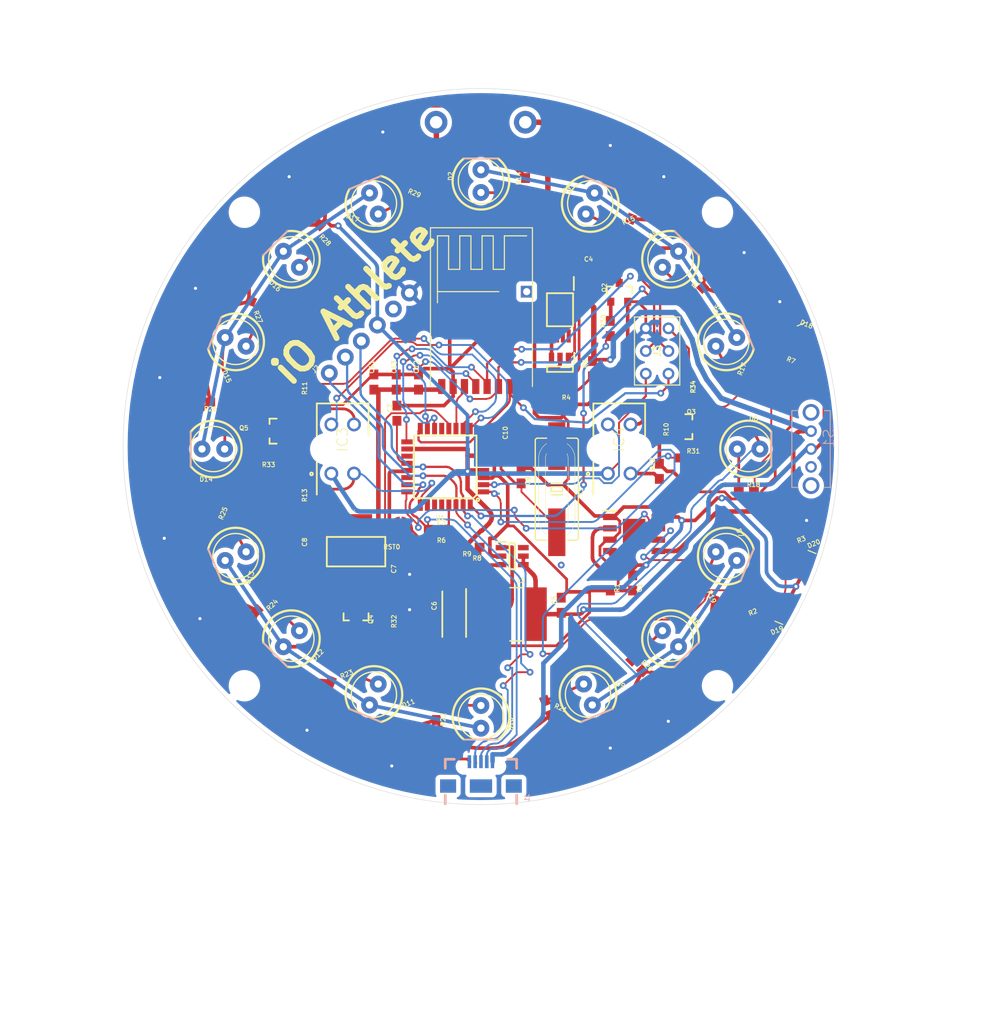
<source format=kicad_pcb>
(kicad_pcb (version 20211014) (generator pcbnew)
  (layers (0 "F.Cu" signal) (31 "B.Cu" signal) (34 "B.Paste" user) (35 "F.Paste" user) (36 "B.SilkS" user "B.Silkscreen") (37 "F.SilkS" user "F.Silkscreen") (38 "B.Mask" user) (39 "F.Mask" user) (44 "Edge.Cuts" user))
  (net 0 "")
  (net 1 "GND")
  (net 2 "RESET")
  (net 3 "D10")
  (net 4 "D11")
  (net 5 "D12")
  (net 6 "D13")
  (net 7 "A0")
  (net 8 "A1")
  (net 9 "A2")
  (net 10 "A3")
  (net 11 "D3")
  (net 12 "D4")
  (net 13 "D7")
  (net 14 "D6")
  (net 15 "D5")
  (net 16 "TXD")
  (net 17 "RXD")
  (net 18 "A6")
  (net 19 "A7")
  (net 20 "D8")
  (net 21 "D9")
  (net 22 "AREF")
  (net 23 "D2")
  (net 24 "SDA")
  (net 25 "SCL")
  (net 26 "RESET_CAP")
  (net 27 "5V")
  (net 28 "VIN")
  (net 29 "N$3")
  (net 30 "N$4")
  (net 31 "N$5")
  (net 32 "N$7")
  (net 33 "N$6")
  (net 34 "V_BATT")
  (net 35 "N$8")
  (net 36 "N$9")
  (net 37 "GND-ISO")
  (net 38 "OD")
  (net 39 "N$1")
  (net 40 "N$2")
  (net 41 "N$12")
  (net 42 "N$13")
  (net 43 "3.3V")
  (net 44 "N$14")
  (net 45 "N$10")
  (net 46 "N$11")
  (net 47 "N$15")
  (net 48 "N$17")
  (net 49 "N$16")
  (net 50 "N$18")
  (net 51 "N$19")
  (net 52 "N$20")
  (net 53 "N$21")
  (net 54 "N$22")
  (net 55 "N$23")
  (net 56 "N$24")
  (net 57 "N$25")
  (net 58 "N$26")
  (net 59 "N$30")
  (net 60 "N$31")
  (net 61 "N$32")
  (net 62 "N$34")
  (net 63 "N$35")
  (net 64 "N$36")
  (net 65 "N$37")
  (net 66 "N$38")
  (net 67 "N$39")
  (net 68 "N$40")
  (net 69 "N$41")
  (net 70 "N$27")
  (net 71 "N$28")
  (net 72 "N$29")
  (net 73 "/RESET")
  (footprint "iO_Atletehe_rev1:0603" (layer "F.Cu") (at 171.8056 98.044 -90)
    (fp_text reference "R34")
    (fp_text value "10k")
  )
  (footprint "iO_Atletehe_rev1:0603" (layer "F.Cu") (at 139.0811 100.9936 90)
    (fp_text reference "C2")
    (fp_text value "0.1uF")
  )
  (footprint "iO_Atletehe_rev1:0603" (layer "F.Cu") (at 166.0011 129.2536 -45)
    (fp_text reference "R20")
    (fp_text value "27")
  )
  (footprint "iO_Atletehe_rev1:0603" (layer "F.Cu") (at 163.0011 120.0036 -90)
    (fp_text reference "R1")
    (fp_text value "2k")
  )
  (footprint "iO_Atletehe_rev1:TQFP32-08" (layer "F.Cu") (at 144.5011 107.0036 180)
    (fp_text reference "U1")
    (fp_text value "ATMEGA328P_TQFP")
  )
  (footprint "iO_Atletehe_rev1:SOT23-3" (layer "F.Cu") (at 164.0011 87.5036)
    (fp_text reference "Q2")
    (fp_text value "500mA/300V")
  )
  (footprint "iO_Atletehe_rev1:1X06-KIT" (layer "F.Cu") (at 131.5011 96.5036 45)
    (fp_text reference "J2")
    (fp_text value "")
  )
  (footprint "iO_Atletehe_rev1:0603" (layer "F.Cu") (at 141.0011 75.7536 112.5)
    (fp_text reference "R29")
    (fp_text value "27")
  )
  (footprint "iO_Atletehe_rev1:0603" (layer "F.Cu") (at 143.5011 134.5036 -90)
    (fp_text reference "R22")
    (fp_text value "27")
  )
  (footprint "iO_Atletehe_rev1:SOIC127P600X175-9N" (layer "F.Cu") (at 165.6711 114.5236)
    (fp_text reference "IC1" hide)
    (fp_text value "TP4056" hide)
  )
  (footprint "iO_Atletehe_rev1:LED_5MM" (layer "F.Cu") (at 178.5011 105.0036)
    (fp_text reference "D6")
    (fp_text value "")
  )
  (footprint "iO_Atletehe_rev1:LED_5MM" (layer "F.Cu") (at 169.7511 126.2536 -45)
    (fp_text reference "D8")
    (fp_text value "")
  )
  (footprint "iO_Atletehe_rev1:LED_5MM" (layer "F.Cu") (at 136.5011 132.5036 -112.5)
    (fp_text reference "D11")
    (fp_text value "")
  )
  (footprint "iO_Atletehe_rev1:0603" (layer "F.Cu") (at 138.0011 123.5036 -90)
    (fp_text reference "R32")
    (fp_text value "1k")
  )
  (footprint "iO_Atletehe_rev1:0603" (layer "F.Cu") (at 147.5011 116.0036 180)
    (fp_text reference "R9")
    (fp_text value "7.5k")
  )
  (footprint "iO_Atletehe_rev1:SMT-JUMPER_2_NO_NO-SILK_ROUND" (layer "F.Cu") (at 139.5011 114.0036 180)
    (fp_text reference "RST0")
    (fp_text value "JUMPER-SMT_2_NO_NO-SILK_ROUND")
  )
  (footprint "iO_Atletehe_rev1:0603" (layer "F.Cu") (at 153.0011 108.0036 -90)
    (fp_text reference "C9")
    (fp_text value "22pF")
  )
  (footprint "iO_Atletehe_rev1:0603" (layer "F.Cu") (at 156.0011 134.0036 -67.5)
    (fp_text reference "R21")
    (fp_text value "27")
  )
  (footprint "iO_Atletehe_rev1:LED_5MM" (layer "F.Cu") (at 127.2511 126.2536 -135)
    (fp_text reference "D12")
    (fp_text value "")
  )
  (footprint "iO_Atletehe_rev1:0603" (layer "F.Cu") (at 143.5011 116.0036)
    (fp_text reference "R6")
    (fp_text value "10k")
  )
  (footprint "iO_Atletehe_rev1:SOP65P640X120-8N" (layer "F.Cu") (at 157.3611 89.4036 -90)
    (fp_text reference "Q1" hide)
    (fp_text value "FS8205A" hide)
  )
  (footprint "iO_Atletehe_rev1:0603" (layer "F.Cu") (at 161.0011 96.0036 90)
    (fp_text reference "R5")
    (fp_text value "100")
  )
  (footprint "iO_Atletehe_rev1:LED-0603" (layer "F.Cu") (at 185.0011 118.0036 67.5)
    (fp_text reference "D20")
    (fp_text value "Red")
  )
  (footprint "iO_Atletehe_rev1:0603" (layer "F.Cu") (at 183.0011 93.5036 -67.5)
    (fp_text reference "R7")
    (fp_text value "1k")
  )
  (footprint "iO_Atletehe_rev1:LED_5MM" (layer "F.Cu") (at 127.2511 83.7536 135)
    (fp_text reference "D16")
    (fp_text value "")
  )
  (footprint "iO_Atletehe_rev1:0603" (layer "F.Cu") (at 157.5011 100.0036)
    (fp_text reference "R4")
    (fp_text value "2k")
  )
  (footprint "iO_Atletehe_rev1:0603" (layer "F.Cu") (at 152.0011 104.0036 90)
    (fp_text reference "C10")
    (fp_text value "22pF")
  )
  (footprint "iO_Atletehe_rev1:0603" (layer "F.Cu") (at 147.5011 118.0036)
    (fp_text reference "R8")
    (fp_text value "1k")
  )
  (footprint "iO_Atletehe_rev1:LED_5MM" (layer "F.Cu") (at 176.0011 117.0036 -22.5)
    (fp_text reference "D7")
    (fp_text value "")
  )
  (footprint "iO_Atletehe_rev1:0603" (layer "F.Cu") (at 183.0011 117.0036 -112.5)
    (fp_text reference "R3")
    (fp_text value "1k")
  )
  (footprint "iO_Atletehe_rev1:LED_5MM" (layer "F.Cu") (at 121.0011 117.0036 -157.5)
    (fp_text reference "D13")
    (fp_text value "")
  )
  (footprint "iO_Atletehe_rev1:0603" (layer "F.Cu") (at 168.5011 107.5036 90)
    (fp_text reference "R12")
    (fp_text value "100k")
  )
  (footprint "" (layer "F.Cu") (at 121.984596 131.520104)
    (fp_text reference "@HOLE0" hide)
    (fp_text value "")
  )
  (footprint "iO_Atletehe_rev1:0603" (layer "F.Cu") (at 136.5011 97.5036 -90)
    (fp_text reference "C11")
    (fp_text value "10uF")
  )
  (footprint "iO_Atletehe_rev1:LED-0603" (layer "F.Cu") (at 185.0011 92.5036 112.5)
    (fp_text reference "D18")
    (fp_text value "Blue")
  )
  (footprint "iO_Atletehe_rev1:0603" (layer "F.Cu") (at 132.0011 130.2536 -112.5)
    (fp_text reference "R23")
    (fp_text value "27")
  )
  (footprint "iO_Atletehe_rev1:DIOM5127X229N" (layer "F.Cu") (at 145.5011 123.5036 -90)
    (fp_text reference "D1" hide)
    (fp_text value "SS14-E3_61T")
  )
  (footprint "" (layer "F.Cu") (at 175.017603 131.520104)
    (fp_text reference "@HOLE2" hide)
    (fp_text value "")
  )
  (footprint "iO_Atletehe_rev1:LED_5MM" (layer "F.Cu") (at 136.5011 77.5036 112.5)
    (fp_text reference "D17")
    (fp_text value "")
  )
  (footprint "iO_Atletehe_rev1:LED_5MM" (layer "F.Cu") (at 118.5011 105.0036 180)
    (fp_text reference "D14")
    (fp_text value "")
  )
  (footprint "iO_Atletehe_rev1:0603" (layer "F.Cu") (at 129.5011 116.0036 90)
    (fp_text reference "C8")
    (fp_text value "10uF")
  )
  (footprint "iO_Atletehe_rev1:SOT23-3" (layer "F.Cu") (at 125.5011 103.0036 90)
    (fp_text reference "Q5")
    (fp_text value "500mA/300V")
  )
  (footprint "iO_Atletehe_rev1:SOT23-3" (layer "F.Cu") (at 171.5011 102.5036 -90)
    (fp_text reference "Q3")
    (fp_text value "500mA/300V")
  )
  (footprint "iO_Atletehe_rev1:0603" (layer "F.Cu") (at 139.5011 119.0036 90)
    (fp_text reference "C7")
    (fp_text value "10uF")
  )
  (footprint "iO_Atletehe_rev1:0603" (layer "F.Cu") (at 125.5011 106.0036 180)
    (fp_text reference "R33")
    (fp_text value "1k")
  )
  (footprint "iO_Atletehe_rev1:LED_5MM" (layer "F.Cu") (at 121.0011 93.0036 157.5)
    (fp_text reference "D15")
    (fp_text value "")
  )
  (footprint "iO_Atletehe_rev1:TCRT5000L" (layer "F.Cu") (at 164.0011 105.0036 90)
    (fp_text reference "IC4")
    (fp_text value "TCRT5000L")
  )
  (footprint "iO_Atletehe_rev1:SOT95P280X145-6N" (layer "F.Cu") (at 152.0011 117.0036)
    (fp_text reference "U2" hide)
    (fp_text value "MT3608" hide)
  )
  (footprint "iO_Atletehe_rev1:LED_5MM" (layer "F.Cu") (at 160.7511 77.5036 67.5)
    (fp_text reference "D3")
    (fp_text value "")
  )
  (footprint "iO_Atletehe_rev1:0603" (layer "F.Cu") (at 131.0011 80.5036 135)
    (fp_text reference "R28")
    (fp_text value "27")
  )
  (footprint "iO_Atletehe_rev1:0603" (layer "F.Cu") (at 119.0011 99.7536 180)
    (fp_text reference "R26")
    (fp_text value "27")
  )
  (footprint "iO_Atletehe_rev1:0603" (layer "F.Cu") (at 173.7511 121.5036 -22.5)
    (fp_text reference "R19")
    (fp_text value "27")
  )
  (footprint "iO_Atletehe_rev1:0603" (layer "F.Cu") (at 165.0011 80.0036 67.5)
    (fp_text reference "R15")
    (fp_text value "27")
  )
  (footprint "iO_Atletehe_rev1:0603" (layer "F.Cu") (at 168.5011 102.0036 -90)
    (fp_text reference "R10")
    (fp_text value "100")
  )
  (footprint "iO_Atletehe_rev1:LED_5MM" (layer "F.Cu") (at 148.5011 135.0036 -90)
    (fp_text reference "D10")
    (fp_text value "")
  )
  (footprint "iO_Atletehe_rev1:LED_5MM" (layer "F.Cu") (at 169.7511 83.7536 45)
    (fp_text reference "D4")
    (fp_text value "")
  )
  (footprint "iO_Atletehe_rev1:0603" (layer "F.Cu") (at 178.2511 109.7536)
    (fp_text reference "R18")
    (fp_text value "27")
  )
  (footprint "iO_Atletehe_rev1:0603" (layer "F.Cu") (at 124.0011 122.5036 -135)
    (fp_text reference "R24")
    (fp_text value "27")
  )
  (footprint "iO_Atletehe_rev1:0603" (layer "F.Cu") (at 177.7511 97.5036 22.5)
    (fp_text reference "R17")
    (fp_text value "27")
  )
  (footprint "iO_Atletehe_rev1:0603" (layer "F.Cu") (at 157.5011 122.5036 90)
    (fp_text reference "C5")
    (fp_text value "22uF")
  )
  (footprint "iO_Atletehe_rev1:SRN6045" (layer "F.Cu") (at 152.5011 123.5036)
    (fp_text reference "L2")
    (fp_text value "22µH/±20%/1.4A")
  )
  (footprint "iO_Atletehe_rev1:LED-0603" (layer "F.Cu") (at 182.5011 123.0036 -112.5)
    (fp_text reference "D19")
    (fp_text value "Green")
  )
  (footprint "iO_Atletehe_rev1:0603" (layer "F.Cu") (at 165.5011 120.0036 -90)
    (fp_text reference "C1")
    (fp_text value "10uF")
  )
  (footprint "iO_Atletehe_rev1:HC49UP" (layer "F.Cu") (at 157.0011 109.5036 -90)
    (fp_text reference "Y1")
    (fp_text value "")
  )
  (footprint "kicad_footprints_sb:AVR-ISP" (layer "F.Cu") (at 168.2496 94.0308 90)
    (fp_text reference "J3")
    (fp_text value "AVR-ISP")
  )
  (footprint "" (layer "F.Cu") (at 121.984596 78.487097)
    (fp_text reference "@HOLE3" hide)
    (fp_text value "")
  )
  (footprint "iO_Atletehe_rev1:0603" (layer "F.Cu") (at 143.5011 114.0036)
    (fp_text reference "C3")
    (fp_text value "0.1uF")
  )
  (footprint "iO_Atletehe_rev1:SOT23-3" (layer "F.Cu") (at 134.5011 123.5036 180)
    (fp_text reference "Q4")
    (fp_text value "500mA/300V")
  )
  (footprint "iO_Atletehe_rev1:0603" (layer "F.Cu") (at 139.0011 97.5036 -90)
    (fp_text reference "C13")
    (fp_text value "0.1uF")
  )
  (footprint "iO_Atletehe_rev1:0603" (layer "F.Cu") (at 128.5011 108.0036 90)
    (fp_text reference "R13")
    (fp_text value "100k")
  )
  (footprint "iO_Atletehe_rev1:0603" (layer "F.Cu") (at 157.5011 83.5036)
    (fp_text reference "C4")
    (fp_text value "0.1uF")
  )
  (footprint "iO_Atletehe_rev1:LED_5MM" (layer "F.Cu") (at 160.5011 132.5036 -67.5)
    (fp_text reference "D9")
    (fp_text value "")
  )
  (footprint "iO_Atletehe_rev1:0603" (layer "F.Cu") (at 119.0011 112.2536 -157.5)
    (fp_text reference "R25")
    (fp_text value "27")
  )
  (footprint "iO_Atletehe_rev1:0603" (layer "F.Cu") (at 128.5011 102.0036 90)
    (fp_text reference "R11")
    (fp_text value "100")
  )
  (footprint "iO_Atletehe_rev1:0603" (layer "F.Cu") (at 123.5011 88.7536 157.5)
    (fp_text reference "R27")
    (fp_text value "27")
  )
  (footprint "iO_Atletehe_rev1:0603" (layer "F.Cu") (at 153.5011 75.5036 90)
    (fp_text reference "R14")
    (fp_text value "27")
  )
  (footprint "iO_Atletehe_rev1:SOT95P280X145-6N" (layer "F.Cu") (at 157.3611 96.0636 -90)
    (fp_text reference "IC2" hide)
    (fp_text value "FS312F-G" hide)
  )
  (footprint "iO_Atletehe_rev1:NRF24MINI" (layer "F.Cu") (at 153.0011 98.0036 90)
    (fp_text reference "U4" hide)
    (fp_text value "NRF24MINI" hide)
  )
  (footprint "iO_Atletehe_rev1:0603" (layer "F.Cu") (at 172.7511 87.5036 45)
    (fp_text reference "R16")
    (fp_text value "27")
  )
  (footprint "iO_Atletehe_rev1:SOT223" (layer "F.Cu") (at 134.5011 116.5036)
    (fp_text reference "U3")
    (fp_text value "V_REG_LD1117V 3.3v")
  )
  (footprint "iO_Atletehe_rev1:0603" (layer "F.Cu") (at 141.5011 97.5036 -90)
    (fp_text reference "C12")
    (fp_text value "0.1uF")
  )
  (footprint "" (layer "F.Cu") (at 175.017603 78.487097)
    (fp_text reference "@HOLE1" hide)
    (fp_text value "")
  )
  (footprint "iO_Atletehe_rev1:0603" (layer "F.Cu") (at 180.7511 122.2536 67.5)
    (fp_text reference "R2")
    (fp_text value "1k")
  )
  (footprint "iO_Atletehe_rev1:TCRT5000L" (layer "F.Cu") (at 133.0011 105.0036 90)
    (fp_text reference "IC3")
    (fp_text value "TCRT5000L")
  )
  (footprint "iO_Atletehe_rev1:LED_5MM" (layer "F.Cu") (at 176.0011 93.0036 22.5)
    (fp_text reference "D5")
    (fp_text value "")
  )
  (footprint "iO_Atletehe_rev1:0603" (layer "F.Cu") (at 163.0011 91.5036 90)
    (fp_text reference "R30")
    (fp_text value "1k")
  )
  (footprint "iO_Atletehe_rev1:LED_5MM" (layer "F.Cu") (at 148.5011 75.0036 90)
    (fp_text reference "D2")
    (fp_text value "")
  )
  (footprint "iO_Atletehe_rev1:0603" (layer "F.Cu") (at 142.5011 122.0036 -90)
    (fp_text reference "C6")
    (fp_text value "22uF")
  )
  (footprint "iO_Atletehe_rev1:0603" (layer "F.Cu") (at 171.5011 106.0036)
    (fp_text reference "R31")
    (fp_text value "1k")
  )
  (footprint "iO_Atletehe_rev1:USB-B-MICRO-SMD" (layer "B.Cu") (at 148.5011 142.7536 90)
    (fp_text reference "J1")
    (fp_text value "")
  )
  (footprint "iO_Atletehe_rev1:LIPO-1100MAH" (layer "B.Cu") (at 148.4711 100.4036 180)
    (fp_text reference "BT2" hide)
    (fp_text value "" hide)
  )
  (footprint "iO_Atletehe_rev1:SK12D07VG4NSPA" (layer "B.Cu") (at 185.5011 103.0036 -90)
    (fp_text reference "S1")
    (fp_text value "SK12D07VG4NSPA")
  )
  (gr_circle (center 148.4884 104.7308) (end 188.5884 104.7308) (layer "Edge.Cuts") (width 0.05) (fill none))
  (gr_text "iO Athlete" (at 127.0011 98.5036 45) (layer "F.SilkS") (effects (font (size 3.1623 3.1623) (thickness 0.6477)) (justify left bottom)))
  (segment (start 164.0636 114.3331) (end 163.2635 115.1332) (width 0.3048) (layer "F.Cu") (net 1))
  (segment (start 148.8437 108.2536) (end 148.7937 108.2036) (width 0.4064) (layer "F.Cu") (net 1))
  (segment (start 150.5011 108.0036) (end 151.5011 109.0036) (width 0.4064) (layer "F.Cu") (net 1))
  (segment (start 162.819 115.2221) (end 162.5523 115.2221) (width 0.3048) (layer "F.Cu") (net 1))
  (segment (start 126.5011 102.0536) (end 126.521158 102.231617) (width 0.4064) (layer "F.Cu") (net 1))
  (segment (start 138.2311 107.7736) (end 138.2311 114.0036) (width 0.4064) (layer "F.Cu") (net 1))
  (segment (start 141.5011 96.6536) (end 142.1511 96.0036) (width 0.4064) (layer "F.Cu") (net 1))
  (segment (start 176.5985 110.5993) (end 179.7989 110.5993) (width 0.3048) (layer "F.Cu") (net 1))
  (segment (start 169.5011 103.5036) (end 170.4511 103.5036) (width 0.4064) (layer "F.Cu") (net 1))
  (segment (start 128.0011 107.0036) (end 127.0011 108.0036) (width 0.4064) (layer "F.Cu") (net 1))
  (segment (start 151.5002 113.5045) (end 150.0011 115.0036) (width 0.4064) (layer "F.Cu") (net 1))
  (segment (start 138.2311 114.0036) (end 138.334425 114.024153) (width 0.4064) (layer "F.Cu") (net 1))
  (segment (start 133.5011 122.4536) (end 133.5011 122.4536) (width 0.3048) (layer "F.Cu") (net 1))
  (segment (start 132.5011 119.9138) (end 132.1897 119.6024) (width 0.4064) (layer "F.Cu") (net 1))
  (segment (start 145.3811 98.0036) (end 145.3811 96.3836) (width 0.4064) (layer "F.Cu") (net 1))
  (segment (start 144.4167 122.8675) (end 146.4614 122.8675) (width 0.3048) (layer "F.Cu") (net 1))
  (segment (start 169.3511 107.5036) (end 170.0011 107.5036) (width 0.4064) (layer "F.Cu") (net 1))
  (segment (start 138.6511 118.1536) (end 139.5011 118.1536) (width 0.4064) (layer "F.Cu") (net 1))
  (segment (start 158.2851 108.3768) (end 158.2851 101.8871) (width 0.3048) (layer "F.Cu") (net 1))
  (segment (start 133.87169 121.520637) (end 133.7511 121.570587) (width 0.3048) (layer "F.Cu") (net 1))
  (segment (start 162.8441 112.5036) (end 162.9591 112.6186) (width 0.4064) (layer "F.Cu") (net 1))
  (segment (start 138.5011 118.0036) (end 138.521196 118.0786) (width 0.4064) (layer "F.Cu") (net 1))
  (segment (start 154.5011 90.5036) (end 156.086887 90.5036) (width 0.4064) (layer "F.Cu") (net 1))
  (segment (start 168.5011 102.8536) (end 168.8511 102.8536) (width 0.4064) (layer "F.Cu") (net 1))
  (segment (start 133.5011 122.4536) (end 133.5511 122.5036) (width 0.3048) (layer "F.Cu") (net 1))
  (segment (start 132.5011 120.5036) (end 132.5011 119.9138) (width 0.4064) (layer "F.Cu") (net 1))
  (segment (start 156.793993 90.796494) (end 156.793992 90.796493) (width 0.4064) (layer "F.Cu") (net 1))
  (segment (start 128.148 100.0202) (end 126.5478 101.6204) (width 0.3048) (layer "F.Cu") (net 1))
  (segment (start 138.2311 114.0036) (end 138.2311 114.0036) (width 0.4064) (layer "F.Cu") (net 1))
  (segment (start 158.1073 120.8228) (end 158.1511 121.0036) (width 0.3048) (layer "F.Cu") (net 1))
  (segment (start 145.0011 96.0036) (end 145.3811 96.3836) (width 0.4064) (layer "F.Cu") (net 1))
  (segment (start 126.5478 101.8871) (end 126.5011 102.0536) (width 0.3048) (layer "F.Cu") (net 1))
  (segment (start 144.6834 127.0458) (end 144.4167 126.7791) (width 0.3048) (layer "F.Cu") (net 1))
  (segment (start 157.5011 101.5036) (end 155.0011 101.5036) (width 0.4064) (layer "F.Cu") (net 1))
  (segment (start 150.915312 90.5036) (end 150.915312 90.5036) (width 0.4064) (layer "F.Cu") (net 1))
  (segment (start 163.2635 115.1332) (end 162.9968 115.1332) (width 0.3048) (layer "F.Cu") (net 1))
  (segment (start 160.6854 123.312) (end 156.9516 127.0458) (width 0.3048) (layer "F.Cu") (net 1))
  (segment (start 138.521196 118.0786) (end 138.5761 118.133504) (width 0.4064) (layer "F.Cu") (net 1))
  (segment (start 126.580325 102.400707) (end 126.675635 102.552392) (width 0.4064) (layer "F.Cu") (net 1))
  (segment (start 128.5011 102.8536) (end 128.5011 107.1536) (width 0.4064) (layer "F.Cu") (net 1))
  (segment (start 181.488 108.199) (end 181.488 104.1985) (width 0.3048) (layer "F.Cu") (net 1))
  (segment (start 140.6511 122.8536) (end 140.5011 123.0036) (width 0.508) (layer "F.Cu") (net 1))
  (segment (start 161.8411 116.9112) (end 162.7301 117.8002) (width 0.3048) (layer "F.Cu") (net 1))
  (segment (start 164.9511 95.5536) (end 164.56775 95.93695) (width 0.4064) (layer "F.Cu") (net 1))
  (segment (start 154.5011 101.0036) (end 154.5011 90.5036) (width 0.4064) (layer "F.Cu") (net 1))
  (segment (start 140.2085 107.4036) (end 140.1085 107.5036) (width 0.4064) (layer "F.Cu") (net 1))
  (segment (start 156.973178 91.064663) (end 157.0361 91.380991) (width 0.4064) (layer "F.Cu") (net 1))
  (segment (start 145.3811 99.1236) (end 145.3811 98.0036) (width 0.4064) (layer "F.Cu") (net 1))
  (segment (start 144.3611 100.1436) (end 145.3811 99.1236) (width 0.4064) (layer "F.Cu") (net 1))
  (segment (start 156.9516 127.0458) (end 144.6834 127.0458) (width 0.3048) (layer "F.Cu") (net 1))
  (segment (start 136.3268 96.7309) (end 136.5011 96.6536) (width 0.3048) (layer "F.Cu") (net 1))
  (segment (start 158.0011 101.0036) (end 157.70135 101.30335) (width 0.4064) (layer "F.Cu") (net 1))
  (segment (start 164.56775 95.93695) (end 160.5011 100.0036) (width 0.4064) (layer "F.Cu") (net 1))
  (segment (start 127.0011 112.6536) (end 127.0011 108.0036) (width 0.4064) (layer "F.Cu") (net 1))
  (segment (start 156.793992 90.796493) (end 156.896791 90.921754) (width 0.4064) (layer "F.Cu") (net 1))
  (segment (start 160.6854 121.0895) (end 160.6854 123.312) (width 0.3048) (layer "F.Cu") (net 1))
  (segment (start 145.0011 92.457307) (end 145.0011 96.0036) (width 0.4064) (layer "F.Cu") (net 1))
  (segment (start 157.8406 108.8213) (end 157.7511 109.0036) (width 0.3048) (layer "F.Cu") (net 1))
  (segment (start 150.0011 108.0036) (end 149.7511 108.2536) (width 0.4064) (layer "F.Cu") (net 1))
  (segment (start 133.0375 100.0202) (end 128.148 100.0202) (width 0.3048) (layer "F.Cu") (net 1))
  (segment (start 158.1073 120.8228) (end 158.1073 119.5782) (width 0.3048) (layer "F.Cu") (net 1))
  (segment (start 156.281977 90.522815) (end 156.46957 90.579721) (width 0.4064) (layer "F.Cu") (net 1))
  (segment (start 164.5011 111.5036) (end 163.5011 112.5036) (width 0.4064) (layer "F.Cu") (net 1))
  (segment (start 133.7511 121.570587) (end 133.647547 121.650047) (width 0.3048) (layer "F.Cu") (net 1))
  (segment (start 150.0011 117.0036) (end 150.0011 117.0036) (width 0.4064) (layer "F.Cu") (net 1))
  (segment (start 175.7984 109.7992) (end 176.5985 110.5993) (width 0.3048) (layer "F.Cu") (net 1))
  (segment (start 126.802308 102.679065) (end 126.953993 102.774375) (width 0.4064) (layer "F.Cu") (net 1))
  (segment (start 149.5011 115.0036) (end 149.5011 116.5036) (width 0.4064) (layer "F.Cu") (net 1))
  (segment (start 171.0011 109.7992) (end 171.0011 110.5036) (width 0.4064) (layer "F.Cu") (net 1))
  (segment (start 140.6511 122.8536) (end 142.5011 122.8536) (width 0.508) (layer "F.Cu") (net 1))
  (segment (start 138.310181 107.582681) (end 138.2311 107.7736) (width 0.4064) (layer "F.Cu") (net 1))
  (segment (start 140.5011 122.5036) (end 140.5011 122.5036) (width 0.3048) (layer "F.Cu") (net 1))
  (segment (start 179.9767 110.4215) (end 179.9767 109.7103) (width 0.3048) (layer "F.Cu") (net 1))
  (segment (start 170.0011 107.5036) (end 171.0011 108.5036) (width 0.4064) (layer "F.Cu") (net 1))
  (segment (start 139.278021 139.726679) (end 146.943623 139.726679) (width 0.3048) (layer "F.Cu") (net 1))
  (segment (start 138.422019 114.082681) (end 138.5011 114.2736) (width 0.4064) (layer "F.Cu") (net 1))
  (segment (start 146.943623 139.726679) (end 147.270872 140.053928) (width 0.3048) (layer "F.Cu") (net 1))
  (segment (start 149.568087 116.7536) (end 149.518137 116.63301) (width 0.4064) (layer "F.Cu") (net 1))
  (segment (start 144.924979 92.074623) (end 145.0011 92.457307) (width 0.4064) (layer "F.Cu") (net 1))
  (segment (start 140.208207 121.796493) (end 140.05667 121.67213) (width 0.3048) (layer "F.Cu") (net 1))
  (segment (start 162.7301 117.8002) (end 163.1746 117.8002) (width 0.3048) (layer "F.Cu") (net 1))
  (segment (start 144.708206 91.7502) (end 144.708206 91.7502) (width 0.4064) (layer "F.Cu") (net 1))
  (segment (start 139.0811 100.1436) (end 144.3611 100.1436) (width 0.4064) (layer "F.Cu") (net 1))
  (segment (start 163.8858 118.5114) (end 163.8858 120.8536) (width 0.3048) (layer "F.Cu") (net 1))
  (segment (start 139.6161 118.1558) (end 140.5051 119.0448) (width 0.3048) (layer "F.Cu") (net 1))
  (segment (start 166.9796 89.408) (end 166.0752 88.5036) (width 0.3048) (layer "F.Cu") (net 1))
  (segment (start 152.151 113.6219) (end 151.6176 113.6219) (width 0.3048) (layer "F.Cu") (net 1))
  (segment (start 181.488 104.1985) (end 183.266 102.4205) (width 0.3048) (layer "F.Cu") (net 1))
  (segment (start 158.3511 100.0036) (end 158.0011 100.3536) (width 0.4064) (layer "F.Cu") (net 1))
  (segment (start 128.481004 107.0786) (end 128.4261 107.023696) (width 0.4064) (layer "F.Cu") (net 1))
  (segment (start 162.8441 112.5036) (end 161.2511 112.5036) (width 0.4064) (layer "F.Cu") (net 1))
  (segment (start 156.896791 90.921754) (end 156.973178 91.064663) (width 0.4064) (layer "F.Cu") (net 1))
  (segment (start 157.7511 109.0036) (end 161.2511 112.5036) (width 0.4064) (layer "F.Cu") (net 1))
  (segment (start 150.0011 115.0036) (end 149.5011 115.0036) (width 0.4064) (layer "F.Cu") (net 1))
  (segment (start 139.883783 121.57972) (end 139.5011 121.5036) (width 0.3048) (layer "F.Cu") (net 1))
  (segment (start 157.7511 109.0036) (end 156.0011 109.0036) (width 0.4064) (layer "F.Cu") (net 1))
  (segment (start 160.5011 121.0036) (end 160.6511 120.8536) (width 0.4064) (layer "F.Cu") (net 1))
  (segment (start 153.0011 107.1536) (end 152.0011 104.8536) (width 0.4064) (layer "F.Cu") (net 1))
  (segment (start 144.4167 126.7791) (end 144.4167 122.8675) (width 0.3048) (layer "F.Cu") (net 1))
  (segment (start 128.5011 107.1536) (end 128.481004 107.0786) (width 0.4064) (layer "F.Cu") (net 1))
  (segment (start 140.05667 121.67213) (end 139.883783 121.57972) (width 0.3048) (layer "F.Cu") (net 1))
  (segment (start 150.720222 90.522815) (end 150.532629 90.579721) (width 0.4064) (layer "F.Cu") (net 1))
  (segment (start 166.0752 88.5036) (end 164.9511 88.5036) (width 0.3048) (layer "F.Cu") (net 1))
  (segment (start 133.5011 122.0036) (end 133.5011 122.4536) (width 0.3048) (layer "F.Cu") (net 1))
  (segment (start 140.1085 107.5036) (end 138.5011 107.5036) (width 0.4064) (layer "F.Cu") (net 1))
  (segment (start 134.0011 121.5036) (end 133.87169 121.520637) (width 0.3048) (layer "F.Cu") (net 1))
  (segment (start 168.5011 106.6536) (end 169.3511 107.5036) (width 0.4064) (layer "F.Cu") (net 1))
  (segment (start 163.8858 120.8536) (end 165.5011 120.8536) (width 0.4064) (layer "F.Cu") (net 1))
  (segment (start 158.0011 100.3536) (end 158.0011 101.0036) (width 0.4064) (layer "F.Cu") (net 1))
  (segment (start 139.0011 96.6536) (end 141.5011 96.6536) (width 0.4064) (layer "F.Cu") (net 1))
  (segment (start 160.6854 121.0895) (end 160.5011 121.0036) (width 0.3048) (layer "F.Cu") (net 1))
  (segment (start 163.5011 112.5036) (end 162.8441 112.5036) (width 0.4064) (layer "F.Cu") (net 1))
  (segment (start 150.915312 90.5036) (end 150.720222 90.522815) (width 0.4064) (layer "F.Cu") (net 1))
  (segment (start 136.5011 96.6536) (end 139.0011 96.6536) (width 0.4064) (layer "F.Cu") (net 1))
  (segment (start 126.5478 101.6204) (end 126.5478 101.8871) (width 0.3048) (layer "F.Cu") (net 1))
  (segment (start 179.9767 109.7103) (end 181.488 108.199) (width 0.3048) (layer "F.Cu") (net 1))
  (segment (start 158.2851 101.8871) (end 157.70135 101.30335) (width 0.3048) (layer "F.Cu") (net 1))
  (segment (start 128.4261 107.023696) (end 128.3511 107.0036) (width 0.4064) (layer "F.Cu") (net 1))
  (segment (start 179.7989 110.5993) (end 179.9767 110.4215) (width 0.3048) (layer "F.Cu") (net 1))
  (segment (start 146.6392 118.0669) (end 146.6511 118.0036) (width 0.3048) (layer "F.Cu") (net 1))
  (segment (start 133.518137 121.87419) (end 133.5011 122.0036) (width 0.3048) (layer "F.Cu") (net 1))
  (segment (start 154.1511 107.1536) (end 153.0011 107.1536) (width 0.4064) (layer "F.Cu") (net 1))
  (segment (start 170.4511 103.5036) (end 170.5011 103.4536) (width 0.4064) (layer "F.Cu") (net 1))
  (segment (start 138.397775 107.524153) (end 138.310181 107.582681) (width 0.4064) (layer "F.Cu") (net 1))
  (segment (start 183.266 102.4205) (end 183.266 94.3306) (width 0.3048) (layer "F.Cu") (net 1))
  (segment (start 138.5761 118.133504) (end 138.6511 118.1536) (width 0.4064) (layer "F.Cu") (net 1))
  (segment (start 158.1073 119.5782) (end 152.151 113.6219) (width 0.3048) (layer "F.Cu") (net 1))
  (segment (start 150.7511 117.0036) (end 150.0011 117.0036) (width 0.4064) (layer "F.Cu") (net 1))
  (segment (start 161.8411 115.9333) (end 161.8411 116.9112) (width 0.3048) (layer "F.Cu") (net 1))
  (segment (start 157.8406 108.8213) (end 158.2851 108.3768) (width 0.3048) (layer "F.Cu") (net 1))
  (segment (start 128.3511 107.0036) (end 128.0011 107.0036) (width 0.4064) (layer "F.Cu") (net 1))
  (segment (start 142.7276 122.8675) (end 144.4167 122.8675) (width 0.3048) (layer "F.Cu") (net 1))
  (segment (start 133.5511 121.5536) (end 132.5011 120.5036) (width 0.4064) (layer "F.Cu") (net 1))
  (segment (start 126.675635 102.552392) (end 126.802308 102.679065) (width 0.4064) (layer "F.Cu") (net 1))
  (segment (start 154.5011 90.5036) (end 150.915312 90.5036) (width 0.4064) (layer "F.Cu") (net 1))
  (segment (start 146.4614 122.8675) (end 146.6392 122.6897) (width 0.3048) (layer "F.Cu") (net 1))
  (segment (start 150.532629 90.579721) (end 150.208206 90.796494) (width 0.4064) (layer "F.Cu") (net 1))
  (segment (start 138.5011 107.5036) (end 138.397775 107.524153) (width 0.4064) (layer "F.Cu") (net 1))
  (segment (start 163.6191 112.644) (end 164.0636 113.0885) (width 0.3048) (layer "F.Cu") (net 1))
  (segment (start 127.3011 102.8536) (end 128.5011 102.8536) (width 0.4064) (layer "F.Cu") (net 1))
  (segment (start 149.7511 116.936613) (end 149.647547 116.857153) (width 0.4064) (layer "F.Cu") (net 1))
  (segment (start 156.46957 90.579721) (end 156.793993 90.796494) (width 0.4064) (layer "F.Cu") (net 1))
  (segment (start 150.0011 106.7536) (end 150.0011 108.0036) (width 0.4064) (layer "F.Cu") (net 1))
  (segment (start 163.6191 112.644) (end 162.9591 112.6186) (width 0.3048) (layer "F.Cu") (net 1))
  (segment (start 149.647547 116.857153) (end 149.568087 116.7536) (width 0.4064) (layer "F.Cu") (net 1))
  (segment (start 157.0361 91.380991) (end 157.0361 92.3416) (width 0.4064) (layer "F.Cu") (net 1))
  (segment (start 126.521158 102.231617) (end 126.580325 102.400707) (width 0.4064) (layer "F.Cu") (net 1))
  (segment (start 140.5011 122.5036) (end 140.481885 122.30851) (width 0.3048) (layer "F.Cu") (net 1))
  (segment (start 151.6176 113.6219) (end 151.5002 113.5045) (width 0.3048) (layer "F.Cu") (net 1))
  (segment (start 140.481885 122.30851) (end 140.42498 122.120917) (width 0.3048) (layer "F.Cu") (net 1))
  (segment (start 156.086887 90.5036) (end 156.086886 90.5036) (width 0.4064) (layer "F.Cu") (net 1))
  (segment (start 156.086886 90.5036) (end 156.281977 90.522815) (width 0.4064) (layer "F.Cu") (net 1))
  (segment (start 150.0011 108.0036) (end 150.5011 108.0036) (width 0.4064) (layer "F.Cu") (net 1))
  (segment (start 126.953993 102.774375) (end 127.3011 102.8536) (width 0.4064) (layer "F.Cu") (net 1))
  (segment (start 140.5011 123.0036) (end 140.5011 122.5036) (width 0.3048) (layer "F.Cu") (net 1))
  (segment (start 144.832569 91.901736) (end 144.924979 92.074623) (width 0.4064) (layer "F.Cu") (net 1))
  (segment (start 145.0011 96.0036) (end 142.1511 96.0036) (width 0.4064) (layer "F.Cu") (net 1))
  (segment (start 134.0011 121.5036) (end 134.0011 121.5036) (width 0.3048) (layer "F.Cu") (net 1))
  (segment (start 156.0011 109.0036) (end 154.1511 107.1536) (width 0.4064) (layer "F.Cu") (net 1))
  (segment (start 138.5011 107.5036) (end 138.5011 107.5036) (width 0.4064) (layer "F.Cu") (net 1))
  (segment (start 139.6161 118.1558) (end 139.5011 118.1536) (width 0.3048) (layer "F.Cu") (net 1))
  (segment (start 168.5011 102.8536) (end 168.5011 106.6536) (width 0.4064) (layer "F.Cu") (net 1))
  (segment (start 138.5011 118.0036) (end 138.5011 118.0036) (width 0.4064) (layer "F.Cu") (net 1))
  (segment (start 163.1746 117.8002) (end 163.8858 118.5114) (width 0.3048) (layer "F.Cu") (net 1))
  (segment (start 157.5011 121.6536) (end 158.1511 121.0036) (width 0.4064) (layer "F.Cu") (net 1))
  (segment (start 162.5523 115.2221) (end 161.8411 115.9333) (width 0.3048) (layer "F.Cu") (net 1))
  (segment (start 146.6392 122.6897) (end 146.6392 118.0669) (width 0.3048) (layer "F.Cu") (net 1))
  (segment (start 162.9968 115.1332) (end 162.9591 115.1586) (width 0.3048) (layer "F.Cu") (net 1))
  (segment (start 170.0011 111.5036) (end 164.5011 111.5036) (width 0.4064) (layer "F.Cu") (net 1))
  (segment (start 136.3268 96.7309) (end 133.0375 100.0202) (width 0.3048) (layer "F.Cu") (net 1))
  (segment (start 162.819 115.2221) (end 162.9591 115.1586) (width 0.3048) (layer "F.Cu") (net 1))
  (segment (start 140.42498 122.120917) (end 140.33257 121.94803) (width 0.3048) (layer "F.Cu") (net 1))
  (segment (start 150.208206 90.796494) (end 145.0011 96.0036) (width 0.4064) (layer "F.Cu") (net 1))
  (segment (start 149.7511 108.2536) (end 148.8437 108.2536) (width 0.4064) (layer "F.Cu") (net 1))
  (segment (start 133.5511 122.5036) (end 133.5511 121.5536) (width 0.4064) (layer "F.Cu") (net 1))
  (segment (start 149.518137 116.63301) (end 149.5011 116.5036) (width 0.4064) (layer "F.Cu") (net 1))
  (segment (start 140.2085 107.4036) (end 140.2085 107.4036) (width 0.4064) (layer "F.Cu") (net 1))
  (segment (start 171.0011 109.7992) (end 175.7984 109.7992) (width 0.3048) (layer "F.Cu") (net 1))
  (segment (start 157.70135 101.30335) (end 157.5011 101.5036) (width 0.4064) (layer "F.Cu") (net 1))
  (segment (start 139.5011 121.5036) (end 134.0011 121.5036) (width 0.3048) (layer "F.Cu") (net 1))
  (segment (start 149.87169 116.986563) (end 149.7511 116.936613) (width 0.4064) (layer "F.Cu") (net 1))
  (segment (start 151.5011 109.0036) (end 151.5011 113.5036) (width 0.4064) (layer "F.Cu") (net 1))
  (segment (start 151.5011 113.5036) (end 151.5002 113.5045) (width 0.4064) (layer "F.Cu") (net 1))
  (segment (start 142.7276 122.8675) (end 142.5011 122.8536) (width 0.3048) (layer "F.Cu") (net 1))
  (segment (start 126.5011 102.0536) (end 126.5011 102.0536) (width 0.4064) (layer "F.Cu") (net 1))
  (segment (start 155.0011 101.5036) (end 154.5011 101.0036) (width 0.4064) (layer "F.Cu") (net 1))
  (segment (start 166.9796 91.4908) (end 166.9796 89.408) (width 0.3048) (layer "F.Cu") (net 1))
  (segment (start 144.708206 91.7502) (end 144.832569 91.901736) (width 0.4064) (layer "F.Cu") (net 1))
  (segment (start 148.7937 106.6036) (end 149.8511 106.6036) (width 0.4064) (layer "F.Cu") (net 1))
  (segment (start 168.8511 102.8536) (end 169.5011 103.5036) (width 0.4064) (layer "F.Cu") (net 1))
  (segment (start 138.334425 114.024153) (end 138.422019 114.082681) (width 0.4064) (layer "F.Cu") (net 1))
  (segment (start 163.0011 120.8536) (end 163.8858 120.8536) (width 0.4064) (layer "F.Cu") (net 1))
  (segment (start 149.8511 106.6036) (end 150.0011 106.7536) (width 0.4064) (layer "F.Cu") (net 1))
  (segment (start 171.0011 108.5036) (end 171.0011 109.7992) (width 0.4064) (layer "F.Cu") (net 1))
  (segment (start 160.6511 120.8536) (end 163.0011 120.8536) (width 0.4064) (layer "F.Cu") (net 1))
  (segment (start 128.5011 107.1536) (end 128.5011 107.1536) (width 0.4064) (layer "F.Cu") (net 1))
  (segment (start 150.0011 117.0036) (end 149.87169 116.986563) (width 0.4064) (layer "F.Cu") (net 1))
  (segment (start 140.481353 87.523347) (end 144.708206 91.7502) (width 0.4064) (layer "F.Cu") (net 1))
  (segment (start 160.5011 100.0036) (end 158.3511 100.0036) (width 0.4064) (layer "F.Cu") (net 1))
  (segment (start 164.0636 113.0885) (end 164.0636 114.3331) (width 0.3048) (layer "F.Cu") (net 1))
  (segment (start 164.9511 88.5036) (end 164.9511 95.5536) (width 0.4064) (layer "F.Cu") (net 1))
  (segment (start 140.33257 121.94803) (end 140.208207 121.796493) (width 0.3048) (layer "F.Cu") (net 1))
  (segment (start 158.1511 121.0036) (end 160.5011 121.0036) (width 0.4064) (layer "F.Cu") (net 1))
  (segment (start 183.266 94.3306) (end 183.326378 94.2889) (width 0.3048) (layer "F.Cu") (net 1))
  (segment (start 157.6861 92.3416) (end 157.0361 92.3416) (width 0.3048) (layer "F.Cu") (net 1))
  (segment (start 171.0011 110.5036) (end 170.0011 111.5036) (width 0.4064) (layer "F.Cu") (net 1))
  (segment (start 133.647547 121.650047) (end 133.568087 121.7536) (width 0.3048) (layer "F.Cu") (net 1))
  (segment (start 138.5011 114.2736) (end 138.5011 118.0036) (width 0.4064) (layer "F.Cu") (net 1))
  (segment (start 138.5011 140.5036) (end 139.278021 139.726679) (width 0.3048) (layer "F.Cu") (net 1))
  (segment (start 133.568087 121.7536) (end 133.518137 121.87419) (width 0.3048) (layer "F.Cu") (net 1))
  (segment (start 129.5011 115.1536) (end 127.0011 112.6536) (width 0.4064) (layer "F.Cu") (net 1))
  (via (at 112.5011 97.0036) (size 0.7564) (drill 0.35) (layers "F.Cu" "B.Cu") (net 1))
  (via (at 113.0011 115.0036) (size 0.7564) (drill 0.35) (layers "F.Cu" "B.Cu") (net 1))
  (via (at 163.0011 71.0036) (size 0.7564) (drill 0.35) (layers "F.Cu" "B.Cu") (net 1))
  (via (at 140.5051 119.0448) (size 0.7564) (drill 0.35) (layers "F.Cu" "B.Cu") (net 1))
  (via (at 140.5011 123.0036) (size 0.7564) (drill 0.35) (layers "F.Cu" "B.Cu") (net 1))
  (via (at 137.5011 69.5036) (size 0.7564) (drill 0.35) (layers "F.Cu" "B.Cu") (net 1))
  (via (at 182.0011 88.5036) (size 0.7564) (drill 0.35) (layers "F.Cu" "B.Cu") (net 1))
  (via (at 138.5011 140.5036) (size 0.7564) (drill 0.35) (layers "F.Cu" "B.Cu") (net 1))
  (via (at 157.5011 118.0036) (size 0.7564) (drill 0.35) (layers "F.Cu" "B.Cu") (net 1))
  (via (at 127.0011 74.5036) (size 0.7564) (drill 0.35) (layers "F.Cu" "B.Cu") (net 1))
  (via (at 129.0011 136.5036) (size 0.7564) (drill 0.35) (layers "F.Cu" "B.Cu") (net 1))
  (via (at 117.0011 124.0036) (size 0.7564) (drill 0.35) (layers "F.Cu" "B.Cu") (net 1))
  (via (at 178.0011 83.0036) (size 0.7564) (drill 0.35) (layers "F.Cu" "B.Cu") (net 1))
  (via (at 185.0011 113.0036) (size 0.7564) (drill 0.35) (layers "F.Cu" "B.Cu") (net 1))
  (via (at 116.5011 87.0036) (size 0.7564) (drill 0.35) (layers "F.Cu" "B.Cu") (net 1))
  (via (at 163.0011 138.5036) (size 0.7564) (drill 0.35) (layers "F.Cu" "B.Cu") (net 1))
  (via (at 169.0011 74.5036) (size 0.7564) (drill 0.35) (layers "F.Cu" "B.Cu") (net 1))
  (via (at 169.5011 135.5036) (size 0.7564) (drill 0.35) (layers "F.Cu" "B.Cu") (net 1))
  (segment (start 140.5051 122.9564) (end 140.5011 123.0036) (width 0.3048) (layer "B.Cu") (net 1))
  (segment (start 140.5051 119.0448) (end 140.5051 122.9564) (width 0.3048) (layer "B.Cu") (net 1))
  (segment (start 144.9011 111.2962) (end 145.0011 111.3962) (width 0.3048) (layer "F.Cu") (net 2))
  (segment (start 144.9011 113.4536) (end 144.9011 111.2962) (width 0.254) (layer "F.Cu") (net 2))
  (segment (start 142.6511 116.0036) (end 140.7711 114.1236) (width 0.254) (layer "F.Cu") (net 2))
  (segment (start 144.9011 113.4536) (end 144.3511 114.0036) (width 0.254) (layer "F.Cu") (net 2))
  (segment (start 144.3511 114.0036) (end 142.6511 115.7036) (width 0.254) (layer "F.Cu") (net 2))
  (segment (start 144.9011 111.2962) (end 144.9011 111.2962) (width 0.3048) (layer "F.Cu") (net 2))
  (segment (start 142.6511 115.7036) (end 142.6511 116.0036) (width 0.254) (layer "F.Cu") (net 2))
  (segment (start 140.7711 114.1236) (end 140.7711 114.0036) (width 0.254) (layer "F.Cu") (net 2))
  (segment (start 140.400946 94.968154) (end 140.270853 95.074919) (width 0.2032) (layer "F.Cu") (net 3))
  (segment (start 147.8838 97.9755) (end 147.9211 98.0036) (width 0.2032) (layer "F.Cu") (net 3))
  (segment (start 141.079822 94.527615) (end 140.892229 94.584521) (width 0.2032) (layer "F.Cu") (net 3))
  (segment (start 140.270853 95.074919) (end 140.122431 95.154252) (width 0.2032) (layer "F.Cu") (net 3))
  (segment (start 140.400946 94.968154) (end 140.400946 94.968154) (width 0.2032) (layer "F.Cu") (net 3))
  (segment (start 141.6608 94.5084) (end 141.274912 94.5084) (width 0.2032) (layer "F.Cu") (net 3))
  (segment (start 147.8838 97.6199) (end 146.817 96.5531) (width 0.2032) (layer "F.Cu") (net 3))
  (segment (start 140.567806 94.801294) (end 140.400946 94.968154) (width 0.2032) (layer "F.Cu") (net 3))
  (segment (start 143.261 102.6872) (end 143.3011 102.711) (width 0.2032) (layer "F.Cu") (net 3))
  (segment (start 141.274912 94.5084) (end 141.079822 94.527615) (width 0.2032) (layer "F.Cu") (net 3))
  (segment (start 140.892229 94.584521) (end 140.567806 94.801294) (width 0.2032) (layer "F.Cu") (net 3))
  (segment (start 147.8838 97.9755) (end 147.8838 97.6199) (width 0.2032) (layer "F.Cu") (net 3))
  (segment (start 141.274912 94.5084) (end 141.274912 94.5084) (width 0.2032) (layer "F.Cu") (net 3))
  (segment (start 143.261 101.5315) (end 143.261 102.6872) (width 0.2032) (layer "F.Cu") (net 3))
  (segment (start 140.122431 95.154252) (end 139.7939 95.2196) (width 0.2032) (layer "F.Cu") (net 3))
  (via (at 141.6608 94.5084) (size 0.7564) (drill 0.35) (layers "F.Cu" "B.Cu") (net 3))
  (via (at 143.261 101.5315) (size 0.7564) (drill 0.35) (layers "F.Cu" "B.Cu") (net 3))
  (via (at 139.7939 95.2196) (size 0.7564) (drill 0.35) (layers "F.Cu" "B.Cu") (net 3))
  (via (at 146.817 96.5531) (size 0.7564) (drill 0.35) (layers "F.Cu" "B.Cu") (net 3))
  (segment (start 145.364312 96.5531) (end 145.364311 96.5531) (width 0.2032) (layer "B.Cu") (net 3))
  (segment (start 143.198293 94.801294) (end 143.046757 94.676931) (width 0.2032) (layer "B.Cu") (net 3))
  (segment (start 146.817 96.5531) (end 145.364312 96.5531) (width 0.2032) (layer "B.Cu") (net 3))
  (segment (start 142.5498 102.0649) (end 143.0832 101.5315) (width 0.2032) (layer "B.Cu") (net 3))
  (segment (start 139.7939 99.428189) (end 139.813115 99.623279) (width 0.2032) (layer "B.Cu") (net 3))
  (segment (start 139.870021 99.810871) (end 140.086793 100.135294) (width 0.2032) (layer "B.Cu") (net 3))
  (segment (start 144.657206 96.260207) (end 143.198293 94.801294) (width 0.2032) (layer "B.Cu") (net 3))
  (segment (start 145.169221 96.533885) (end 144.981629 96.476979) (width 0.2032) (layer "B.Cu") (net 3))
  (segment (start 144.981629 96.476979) (end 144.657206 96.260207) (width 0.2032) (layer "B.Cu") (net 3))
  (segment (start 139.7939 99.428188) (end 139.7939 99.428189) (width 0.2032) (layer "B.Cu") (net 3))
  (segment (start 143.046757 94.676931) (end 142.87387 94.584521) (width 0.2032) (layer "B.Cu") (net 3))
  (segment (start 139.7939 95.2196) (end 139.7939 99.428188) (width 0.2032) (layer "B.Cu") (net 3))
  (segment (start 143.198293 94.801294) (end 143.198293 94.801294) (width 0.2032) (layer "B.Cu") (net 3))
  (segment (start 142.87387 94.584521) (end 142.491187 94.5084) (width 0.2032) (layer "B.Cu") (net 3))
  (segment (start 142.0164 102.0649) (end 142.5498 102.0649) (width 0.2032) (layer "B.Cu") (net 3))
  (segment (start 143.0832 101.5315) (end 143.261 101.5315) (width 0.2032) (layer "B.Cu") (net 3))
  (segment (start 145.364311 96.5531) (end 145.169221 96.533885) (width 0.2032) (layer "B.Cu") (net 3))
  (segment (start 139.813115 99.623279) (end 139.870021 99.810871) (width 0.2032) (layer "B.Cu") (net 3))
  (segment (start 140.086793 100.135294) (end 142.0164 102.0649) (width 0.2032) (layer "B.Cu") (net 3))
  (segment (start 142.491187 94.5084) (end 141.6608 94.5084) (width 0.2032) (layer "B.Cu") (net 3))
  (segment (start 150.373 98.0644) (end 150.4611 98.0036) (width 0.2032) (layer "F.Cu") (net 4))
  (segment (start 141.802156 95.67337) (end 141.62927 95.76578) (width 0.2032) (layer "F.Cu") (net 4))
  (segment (start 141.62927 95.76578) (end 141.246587 95.8419) (width 0.2032) (layer "F.Cu") (net 4))
  (segment (start 141.246587 95.8419) (end 140.5051 95.8419) (width 0.2032) (layer "F.Cu") (net 4))
  (segment (start 150.373 98.5089) (end 149.776893 99.105007) (width 0.2032) (layer "F.Cu") (net 4))
  (segment (start 149.45247 99.32178) (end 149.069787 99.3979) (width 0.2032) (layer "F.Cu") (net 4))
  (segment (start 167.910511 88.408511) (end 166.5732 87.0712) (width 0.25) (layer "F.Cu") (net 4))
  (segment (start 149.069787 99.3979) (end 147.2615 99.3979) (width 0.2032) (layer "F.Cu") (net 4))
  (segment (start 149.776893 99.105007) (end 149.776893 99.105007) (width 0.2032) (layer "F.Cu") (net 4))
  (segment (start 141.953693 95.549007) (end 141.953693 95.549007) (width 0.2032) (layer "F.Cu") (net 4))
  (segment (start 166.9796 94.0308) (end 167.910511 93.099889) (width 0.25) (layer "F.Cu") (net 4))
  (segment (start 150.4611 95.8681) (end 150.4611 98.0036) (width 0.25) (layer "F.Cu") (net 4))
  (segment (start 150.373 98.0644) (end 150.373 98.5089) (width 0.2032) (layer "F.Cu") (net 4))
  (segment (start 142.4609 101.5315) (end 142.4609 102.6872) (width 0.2032) (layer "F.Cu") (net 4))
  (segment (start 149.776893 99.105007) (end 149.625356 99.22937) (width 0.2032) (layer "F.Cu") (net 4))
  (segment (start 167.910511 93.099889) (end 167.910511 88.408511) (width 0.25) (layer "F.Cu") (net 4))
  (segment (start 142.2831 95.2196) (end 141.953693 95.549007) (width 0.2032) (layer "F.Cu") (net 4))
  (segment (start 151.0284 95.3008) (end 150.4611 95.8681) (width 0.25) (layer "F.Cu") (net 4))
  (segment (start 149.625356 99.22937) (end 149.45247 99.32178) (width 0.2032) (layer "F.Cu") (net 4))
  (segment (start 141.953693 95.549007) (end 141.802156 95.67337) (width 0.2032) (layer "F.Cu") (net 4))
  (segment (start 142.4609 102.6872) (end 142.5011 102.711) (width 0.2032) (layer "F.Cu") (net 4))
  (segment (start 142.2831 101.3537) (end 142.4609 101.5315) (width 0.2032) (layer "F.Cu") (net 4))
  (segment (start 153.0096 95.3008) (end 151.0284 95.3008) (width 0.25) (layer "F.Cu") (net 4))
  (via (at 147.2615 99.3979) (size 0.7564) (drill 0.35) (layers "F.Cu" "B.Cu") (net 4))
  (via (at 142.2831 101.3537) (size 0.7564) (drill 0.35) (layers "F.Cu" "B.Cu") (net 4))
  (via (at 166.5732 87.0712) (size 0.7564) (drill 0.35) (layers "F.Cu" "B.Cu") (net 4))
  (via (at 153.0096 95.3008) (size 0.7564) (drill 0.35) (layers "F.Cu" "B.Cu") (net 4))
  (via (at 140.5051 95.8419) (size 0.7564) (drill 0.35) (layers "F.Cu" "B.Cu") (net 4))
  (via (at 142.2831 95.2196) (size 0.7564) (drill 0.35) (layers "F.Cu" "B.Cu") (net 4))
  (segment (start 140.5051 95.8419) (end 141.990206 97.327007) (width 0.2032) (layer "B.Cu") (net 4))
  (segment (start 141.990206 97.327007) (end 142.114569 97.478543) (width 0.2032) (layer "B.Cu") (net 4))
  (segment (start 141.990206 97.327007) (end 141.990206 97.327007) (width 0.2032) (layer "B.Cu") (net 4))
  (segment (start 153.0096 95.3008) (end 158.3436 95.3008) (width 0.25) (layer "B.Cu") (net 4))
  (segment (start 143.05167 95.295721) (end 142.668987 95.2196) (width 0.2032) (layer "B.Cu") (net 4))
  (segment (start 142.2831 98.034113) (end 142.2831 101.3537) (width 0.2032) (layer "B.Cu") (net 4))
  (segment (start 142.668987 95.2196) (end 142.2831 95.2196) (width 0.2032) (layer "B.Cu") (net 4))
  (segment (start 158.3436 95.3008) (end 166.5732 87.0712) (width 0.25) (layer "B.Cu") (net 4))
  (segment (start 142.114569 97.478543) (end 142.206979 97.65143) (width 0.2032) (layer "B.Cu") (net 4))
  (segment (start 143.376093 95.512494) (end 143.224557 95.388131) (width 0.2032) (layer "B.Cu") (net 4))
  (segment (start 143.224557 95.388131) (end 143.05167 95.295721) (width 0.2032) (layer "B.Cu") (net 4))
  (segment (start 143.376093 95.512494) (end 143.376093 95.512494) (width 0.2032) (layer "B.Cu") (net 4))
  (segment (start 147.2615 99.3979) (end 143.376093 95.512494) (width 0.2032) (layer "B.Cu") (net 4))
  (segment (start 142.206979 97.65143) (end 142.2831 98.034113) (width 0.2032) (layer "B.Cu") (net 4))
  (segment (start 151.711885 99.554478) (end 151.654979 99.742071) (width 0.254) (layer "F.Cu") (net 5))
  (segment (start 141.7011 102.711) (end 141.7011 102.8036) (width 0.254) (layer "F.Cu") (net 5))
  (segment (start 151.7311 98.0036) (end 151.7311 99.359388) (width 0.254) (layer "F.Cu") (net 5))
  (segment (start 151.7311 99.359388) (end 151.711885 99.554478) (width 0.254) (layer "F.Cu") (net 5))
  (segment (start 153.2636 100.3808) (end 151.7311 98.8483) (width 0.25) (layer "F.Cu") (net 5))
  (segment (start 147.2511 104.2536) (end 141.7511 104.2536) (width 0.254) (layer "F.Cu") (net 5))
  (segment (start 151.438206 100.066494) (end 147.2511 104.2536) (width 0.254) (layer "F.Cu") (net 5))
  (segment (start 151.7311 99.359388) (end 151.7311 99.359388) (width 0.254) (layer "F.Cu") (net 5))
  (segment (start 141.7011 102.8036) (end 141.5011 103.0036) (width 0.254) (layer "F.Cu") (net 5))
  (segment (start 151.654979 99.742071) (end 151.438206 100.066494) (width 0.254) (layer "F.Cu") (net 5))
  (segment (start 141.5011 103.0036) (end 141.5011 104.0036) (width 0.254) (layer "F.Cu") (net 5))
  (segment (start 151.7311 98.8483) (end 151.7311 98.0036) (width 0.25) (layer "F.Cu") (net 5))
  (segment (start 141.7511 104.2536) (end 141.5011 104.0036) (width 0.254) (layer "F.Cu") (net 5))
  (segment (start 169.5196 96.5708) (end 169.5196 97.8916) (width 0.25) (layer "F.Cu") (net 5))
  (segment (start 169.5196 97.8916) (end 168.656 98.7552) (width 0.25) (layer "F.Cu") (net 5))
  (via (at 153.2636 100.3808) (size 0.7564) (drill 0.35) (layers "F.Cu" "B.Cu") (net 5))
  (via (at 168.656 98.7552) (size 0.7564) (drill 0.35) (layers "F.Cu" "B.Cu") (net 5))
  (segment (start 164.6936 98.7552) (end 168.656 98.7552) (width 0.25) (layer "B.Cu") (net 5))
  (segment (start 153.2636 100.3808) (end 154.541511 101.658711) (width 0.25) (layer "B.Cu") (net 5))
  (segment (start 160.4264 102.0572) (end 164.6936 98.7552) (width 0.25) (layer "B.Cu") (net 5))
  (segment (start 154.541511 101.658711) (end 160.4264 102.0572) (width 0.25) (layer "B.Cu") (net 5))
  (segment (start 139.689746 94.345854) (end 139.689746 94.345854) (width 0.2032) (layer "F.Cu") (net 6))
  (segment (start 150.8252 93.8276) (end 149.1911 95.4617) (width 0.25) (layer "F.Cu") (net 6))
  (segment (start 140.1495 104.1985) (end 140.2085 104.2036) (width 0.2032) (layer "F.Cu") (net 6))
  (segment (start 140.652612 93.7972) (end 140.652612 93.7972) (width 0.2032) (layer "F.Cu") (net 6))
  (segment (start 168.588689 93.099889) (end 168.588689 88.121489) (width 0.25) (layer "F.Cu") (net 6))
  (segment (start 169.5196 94.0308) (end 168.588689 93.099889) (width 0.25) (layer "F.Cu") (net 6))
  (segment (start 140.7718 93.7972) (end 140.652612 93.7972) (width 0.2032) (layer "F.Cu") (net 6))
  (segment (start 139.559653 94.452619) (end 139.411231 94.531952) (width 0.2032) (layer "F.Cu") (net 6))
  (segment (start 139.945506 94.090094) (end 139.689746 94.345854) (width 0.2032) (layer "F.Cu") (net 6))
  (segment (start 149.1284 97.9755) (end 149.1911 98.0036) (width 0.2032) (layer "F.Cu") (net 6))
  (segment (start 149.1284 97.9755) (end 149.1284 97.531) (width 0.2032) (layer "F.Cu") (net 6))
  (segment (start 140.457522 93.816415) (end 140.269929 93.873321) (width 0.2032) (layer "F.Cu") (net 6))
  (segment (start 149.1911 95.4617) (end 149.1911 98.0036) (width 0.25) (layer "F.Cu") (net 6))
  (segment (start 140.652612 93.7972) (end 140.457522 93.816415) (width 0.2032) (layer "F.Cu") (net 6))
  (segment (start 139.411231 94.531952) (end 139.0827 94.5973) (width 0.2032) (layer "F.Cu") (net 6))
  (segment (start 139.689746 94.345854) (end 139.559653 94.452619) (width 0.2032) (layer "F.Cu") (net 6))
  (segment (start 140.1495 101.7093) (end 140.1495 104.1985) (width 0.2032) (layer "F.Cu") (net 6))
  (segment (start 153.0604 93.8276) (end 150.8252 93.8276) (width 0.25) (layer "F.Cu") (net 6))
  (segment (start 149.1284 97.531) (end 147.4393 95.8419) (width 0.2032) (layer "F.Cu") (net 6))
  (segment (start 168.588689 88.121489) (end 166.2176 85.7504) (width 0.25) (layer "F.Cu") (net 6))
  (segment (start 140.269929 93.873321) (end 139.945506 94.090094) (width 0.2032) (layer "F.Cu") (net 6))
  (via (at 153.0604 93.8276) (size 0.7564) (drill 0.35) (layers "F.Cu" "B.Cu") (net 6))
  (via (at 165.2524 85.6488) (size 0.7564) (drill 0.35) (layers "F.Cu" "B.Cu") (net 6))
  (via (at 140.7718 93.7972) (size 0.7564) (drill 0.35) (layers "F.Cu" "B.Cu") (net 6))
  (via (at 139.0827 94.5973) (size 0.7564) (drill 0.35) (layers "F.Cu" "B.Cu") (net 6))
  (via (at 147.4393 95.8419) (size 0.7564) (drill 0.35) (layers "F.Cu" "B.Cu") (net 6))
  (via (at 140.1495 101.7093) (size 0.7564) (drill 0.35) (layers "F.Cu" "B.Cu") (net 6))
  (segment (start 147.4393 95.8419) (end 145.186512 95.8419) (width 0.2032) (layer "B.Cu") (net 6))
  (segment (start 139.856606 100.438507) (end 139.856606 100.438507) (width 0.2032) (layer "B.Cu") (net 6))
  (segment (start 142.69607 93.873321) (end 142.313387 93.7972) (width 0.2032) (layer "B.Cu") (net 6))
  (segment (start 140.073379 100.76293) (end 140.1495 101.145613) (width 0.2032) (layer "B.Cu") (net 6))
  (segment (start 139.980969 100.590043) (end 140.073379 100.76293) (width 0.2032) (layer "B.Cu") (net 6))
  (segment (start 139.856606 100.438507) (end 139.980969 100.590043) (width 0.2032) (layer "B.Cu") (net 6))
  (segment (start 139.0827 99.250389) (end 139.101915 99.445479) (width 0.2032) (layer "B.Cu") (net 6))
  (segment (start 142.868957 93.965731) (end 142.69607 93.873321) (width 0.2032) (layer "B.Cu") (net 6))
  (segment (start 142.313387 93.7972) (end 140.7718 93.7972) (width 0.2032) (layer "B.Cu") (net 6))
  (segment (start 139.101915 99.445479) (end 139.158821 99.633071) (width 0.2032) (layer "B.Cu") (net 6))
  (segment (start 139.0827 94.5973) (end 139.0827 99.250388) (width 0.2032) (layer "B.Cu") (net 6))
  (segment (start 145.186512 95.8419) (end 145.186511 95.8419) (width 0.2032) (layer "B.Cu") (net 6))
  (segment (start 144.991421 95.822685) (end 144.803829 95.765779) (width 0.2032) (layer "B.Cu") (net 6))
  (segment (start 153.0604 93.8276) (end 157.0736 93.8276) (width 0.25) (layer "B.Cu") (net 6))
  (segment (start 139.0827 99.250388) (end 139.0827 99.250389) (width 0.2032) (layer "B.Cu") (net 6))
  (segment (start 143.020493 94.090094) (end 143.020493 94.090094) (width 0.2032) (layer "B.Cu") (net 6))
  (segment (start 139.158821 99.633071) (end 139.375593 99.957494) (width 0.2032) (layer "B.Cu") (net 6))
  (segment (start 143.020493 94.090094) (end 142.868957 93.965731) (width 0.2032) (layer "B.Cu") (net 6))
  (segment (start 157.0736 93.8276) (end 165.2524 85.6488) (width 0.25) (layer "B.Cu") (net 6))
  (segment (start 144.479406 95.549007) (end 143.020493 94.090094) (width 0.2032) (layer "B.Cu") (net 6))
  (segment (start 144.803829 95.765779) (end 144.479406 95.549007) (width 0.2032) (layer "B.Cu") (net 6))
  (segment (start 145.186511 95.8419) (end 144.991421 95.822685) (width 0.2032) (layer "B.Cu") (net 6))
  (segment (start 139.375593 99.957494) (end 139.856606 100.438507) (width 0.2032) (layer "B.Cu") (net 6))
  (segment (start 140.1495 101.145613) (end 140.1495 101.7093) (width 0.2032) (layer "B.Cu") (net 6))
  (segment (start 153.5734 113.8886) (end 152.532793 112.847994) (width 0.2032) (layer "F.Cu") (net 8))
  (segment (start 140.0606 110.866) (end 140.0606 110.866) (width 0.2032) (layer "F.Cu") (net 8))
  (segment (start 168.5011 108.3536) (end 167.9011 107.7536) (width 0.4064) (layer "F.Cu") (net 8))
  (segment (start 152.2399 112.140888) (end 152.2399 111.8439) (width 0.2032) (layer "F.Cu") (net 8))
  (segment (start 140.0606 110.866) (end 140.1495 110.651375) (width 0.2032) (layer "F.Cu") (net 8))
  (segment (start 141.483 113.7997) (end 141.483 113.533) (width 0.2032) (layer "F.Cu") (net 8))
  (segment (start 152.532792 112.847994) (end 152.40843 112.696457) (width 0.2032) (layer "F.Cu") (net 8))
  (segment (start 152.532793 112.847994) (end 152.532792 112.847994) (width 0.2032) (layer "F.Cu") (net 8))
  (segment (start 152.40843 112.696457) (end 152.31602 112.523571) (width 0.2032) (layer "F.Cu") (net 8))
  (segment (start 152.31602 112.523571) (end 152.2399 112.140888) (width 0.2032) (layer "F.Cu") (net 8))
  (segment (start 167.9011 107.7536) (end 165.2711 107.7536) (width 0.4064) (layer "F.Cu") (net 8))
  (segment (start 140.0606 111.696388) (end 140.0606 110.866) (width 0.2032) (layer "F.Cu") (net 8))
  (segment (start 140.13672 112.079071) (end 140.0606 111.696388) (width 0.2032) (layer "F.Cu") (net 8))
  (segment (start 140.353492 112.403494) (end 140.22913 112.251957) (width 0.2032) (layer "F.Cu") (net 8))
  (segment (start 140.1495 109.8881) (end 140.2085 109.8036) (width 0.2032) (layer "F.Cu") (net 8))
  (segment (start 141.483 113.533) (end 140.353493 112.403494) (width 0.2032) (layer "F.Cu") (net 8))
  (segment (start 140.1495 110.651375) (end 140.1495 109.8881) (width 0.2032) (layer "F.Cu") (net 8))
  (segment (start 140.353493 112.403494) (end 140.353492 112.403494) (width 0.2032) (layer "F.Cu") (net 8))
  (segment (start 140.22913 112.251957) (end 140.13672 112.079071) (width 0.2032) (layer "F.Cu") (net 8))
  (via (at 141.483 113.7997) (size 0.7564) (drill 0.35) (layers "F.Cu" "B.Cu") (net 8))
  (via (at 152.2399 111.8439) (size 0.7564) (drill 0.35) (layers "F.Cu" "B.Cu") (net 8))
  (via (at 153.5734 113.8886) (size 0.7564) (drill 0.35) (layers "F.Cu" "B.Cu") (net 8))
  (segment (start 142.670229 111.920021) (end 142.345806 112.136794) (width 0.2032) (layer "B.Cu") (net 8))
  (segment (start 143.052912 111.8439) (end 143.052912 111.8439) (width 0.2032) (layer "B.Cu") (net 8))
  (segment (start 165.3082 107.6656) (end 165.2711 107.7536) (width 0.2032) (layer "B.Cu") (net 8))
  (segment (start 170.1977 105.532) (end 170.1977 107.4878) (width 0.2032) (layer "B.Cu") (net 8))
  (segment (start 168.540129 105.163621) (end 168.922812 105.0875) (width 0.2032) (layer "B.Cu") (net 8))
  (segment (start 168.367242 105.256031) (end 168.540129 105.163621) (width 0.2032) (layer "B.Cu") (net 8))
  (segment (start 152.2399 111.8439) (end 143.052912 111.8439) (width 0.2032) (layer "B.Cu") (net 8))
  (segment (start 168.215706 105.380394) (end 168.215706 105.380394) (width 0.2032) (layer "B.Cu") (net 8))
  (segment (start 143.052912 111.8439) (end 142.857822 111.863115) (width 0.2032) (layer "B.Cu") (net 8))
  (segment (start 168.922812 105.0875) (end 169.7532 105.0875) (width 0.2032) (layer "B.Cu") (net 8))
  (segment (start 165.3082 107.6656) (end 165.9305 107.6656) (width 0.2032) (layer "B.Cu") (net 8))
  (segment (start 164.089793 113.595707) (end 163.938256 113.72007) (width 0.2032) (layer "B.Cu") (net 8))
  (segment (start 165.9305 107.6656) (end 168.215706 105.380394) (width 0.2032) (layer "B.Cu") (net 8))
  (segment (start 169.7532 105.0875) (end 170.1977 105.532) (width 0.2032) (layer "B.Cu") (net 8))
  (segment (start 164.089793 113.595707) (end 164.089793 113.595707) (width 0.2032) (layer "B.Cu") (net 8))
  (segment (start 163.76537 113.81248) (end 163.382687 113.8886) (width 0.2032) (layer "B.Cu") (net 8))
  (segment (start 141.483 112.9996) (end 141.483 113.7997) (width 0.2032) (layer "B.Cu") (net 8))
  (segment (start 142.345806 112.136794) (end 141.483 112.9996) (width 0.2032) (layer "B.Cu") (net 8))
  (segment (start 163.382687 113.8886) (end 153.5734 113.8886) (width 0.2032) (layer "B.Cu") (net 8))
  (segment (start 168.215706 105.380394) (end 168.367242 105.256031) (width 0.2032) (layer "B.Cu") (net 8))
  (segment (start 170.1977 107.4878) (end 164.089793 113.595707) (width 0.2032) (layer "B.Cu") (net 8))
  (segment (start 142.857822 111.863115) (end 142.670229 111.920021) (width 0.2032) (layer "B.Cu") (net 8))
  (segment (start 163.938256 113.72007) (end 163.76537 113.81248) (width 0.2032) (layer "B.Cu") (net 8))
  (segment (start 142.9943 109.088) (end 142.042593 110.039707) (width 0.2032) (layer "F.Cu") (net 9))
  (segment (start 128.8261 109.416517) (end 128.982868 109.481452) (width 0.3048) (layer "F.Cu") (net 9))
  (segment (start 128.982868 109.481452) (end 129.1511 109.5036) (width 0.3048) (layer "F.Cu") (net 9))
  (segment (start 142.042593 110.039707) (end 141.91823 110.191244) (width 0.2032) (layer "F.Cu") (net 9))
  (segment (start 134.2711 108.2336) (end 134.2711 107.7536) (width 0.3048) (layer "F.Cu") (net 9))
  (segment (start 128.691481 109.313219) (end 128.8261 109.416517) (width 0.3048) (layer "F.Cu") (net 9))
  (segment (start 133.0011 109.5036) (end 133.0011 109.5036) (width 0.3048) (layer "F.Cu") (net 9))
  (segment (start 128.5011 108.8536) (end 128.523248 109.021832) (width 0.3048) (layer "F.Cu") (net 9))
  (segment (start 142.9943 108.8213) (end 142.9943 109.088) (width 0.2032) (layer "F.Cu") (net 9))
  (segment (start 128.588183 109.1786) (end 128.691481 109.313219) (width 0.3048) (layer "F.Cu") (net 9))
  (segment (start 141.82582 110.36413) (end 141.7497 110.746813) (width 0.2032) (layer "F.Cu") (net 9))
  (segment (start 141.7497 110.746813) (end 141.7497 111.2216) (width 0.2032) (layer "F.Cu") (net 9))
  (segment (start 134.19451 108.667966) (end 134.2711 108.2336) (width 0.3048) (layer "F.Cu") (net 9))
  (segment (start 133.221633 109.484306) (end 133.435466 109.42701) (width 0.3048) (layer "F.Cu") (net 9))
  (segment (start 129.1511 109.5036) (end 133.0011 109.5036) (width 0.3048) (layer "F.Cu") (net 9))
  (segment (start 128.5011 108.8536) (end 128.5011 108.8536) (width 0.3048) (layer "F.Cu") (net 9))
  (segment (start 133.0011 109.5036) (end 133.221633 109.484306) (width 0.3048) (layer "F.Cu") (net 9))
  (segment (start 133.435466 109.42701) (end 133.6361 109.333452) (width 0.3048) (layer "F.Cu") (net 9))
  (segment (start 133.973976 109.04994) (end 134.100952 108.8686) (width 0.3048) (layer "F.Cu") (net 9))
  (segment (start 134.100952 108.8686) (end 134.19451 108.667966) (width 0.3048) (layer "F.Cu") (net 9))
  (segment (start 142.042593 110.039707) (end 142.042593 110.039707) (width 0.2032) (layer "F.Cu") (net 9))
  (segment (start 128.523248 109.021832) (end 128.588183 109.1786) (width 0.3048) (layer "F.Cu") (net 9))
  (segment (start 141.7497 111.2216) (end 141.7011 111.2962) (width 0.2032) (layer "F.Cu") (net 9))
  (segment (start 141.91823 110.191244) (end 141.82582 110.36413) (width 0.2032) (layer "F.Cu") (net 9))
  (segment (start 133.6361 109.333452) (end 133.81744 109.206476) (width 0.3048) (layer "F.Cu") (net 9))
  (segment (start 133.81744 109.206476) (end 133.973976 109.04994) (width 0.3048) (layer "F.Cu") (net 9))
  (via (at 142.9943 108.8213) (size 0.7564) (drill 0.35) (layers "F.Cu" "B.Cu") (net 9))
  (segment (start 142.16267 109.634179) (end 142.487093 109.417407) (width 0.2032) (layer "B.Cu") (net 9))
  (segment (start 134.951977 107.773715) (end 135.13957 107.830621) (width 0.2032) (layer "B.Cu") (net 9))
  (segment (start 134.756886 107.7545) (end 134.951977 107.773715) (width 0.2032) (layer "B.Cu") (net 9))
  (segment (start 141.779987 109.7103) (end 141.779987 109.7103) (width 0.2032) (layer "B.Cu") (net 9))
  (segment (start 134.756887 107.7545) (end 134.756886 107.7545) (width 0.2032) (layer "B.Cu") (net 9))
  (segment (start 137.541112 109.7103) (end 141.779987 109.7103) (width 0.2032) (layer "B.Cu") (net 9))
  (segment (start 136.834006 109.417408) (end 136.985543 109.54177) (width 0.2032) (layer "B.Cu") (net 9))
  (segment (start 135.463993 108.047394) (end 136.834006 109.417407) (width 0.2032) (layer "B.Cu") (net 9))
  (segment (start 135.13957 107.830621) (end 135.463993 108.047394) (width 0.2032) (layer "B.Cu") (net 9))
  (segment (start 141.779987 109.7103) (end 141.975077 109.691085) (width 0.2032) (layer "B.Cu") (net 9))
  (segment (start 134.2821 107.7545) (end 134.756887 107.7545) (width 0.2032) (layer "B.Cu") (net 9))
  (segment (start 141.975077 109.691085) (end 142.16267 109.634179) (width 0.2032) (layer "B.Cu") (net 9))
  (segment (start 136.834006 109.417407) (end 136.834006 109.417408) (width 0.2032) (layer "B.Cu") (net 9))
  (segment (start 142.6387 109.2658) (end 142.6387 109.1769) (width 0.2032) (layer "B.Cu") (net 9))
  (segment (start 142.487093 109.417407) (end 142.6387 109.2658) (width 0.2032) (layer "B.Cu") (net 9))
  (segment (start 136.985543 109.54177) (end 137.158429 109.63418) (width 0.2032) (layer "B.Cu") (net 9))
  (segment (start 134.2821 107.7545) (end 134.2711 107.7536) (width 0.2032) (layer "B.Cu") (net 9))
  (segment (start 142.6387 109.1769) (end 142.9943 108.8213) (width 0.2032) (layer "B.Cu") (net 9))
  (segment (start 137.158429 109.63418) (end 137.541112 109.7103) (width 0.2032) (layer "B.Cu") (net 9))
  (segment (start 150.652479 110.71973) (end 150.7286 111.102413) (width 0.2032) (layer "F.Cu") (net 11))
  (segment (start 169.4865 105.7987) (end 169.6643 105.9765) (width 0.2032) (layer "F.Cu") (net 11))
  (segment (start 150.560069 110.546843) (end 150.652479 110.71973) (width 0.2032) (layer "F.Cu") (net 11))
  (segment (start 148.7937 109.8036) (end 149.8011 109.8036) (width 0.254) (layer "F.Cu") (net 11))
  (segment (start 149.8011 109.8036) (end 150.0011 110.0036) (width 0.254) (layer "F.Cu") (net 11))
  (segment (start 150.435706 110.395307) (end 150.560069 110.546843) (width 0.2032) (layer "F.Cu") (net 11))
  (segment (start 170.6422 105.9765) (end 170.6511 106.0036) (width 0.2032) (layer "F.Cu") (net 11))
  (segment (start 150.435706 110.395307) (end 150.435706 110.395307) (width 0.2032) (layer "F.Cu") (net 11))
  (segment (start 150.1063 110.0659) (end 150.435706 110.395307) (width 0.2032) (layer "F.Cu") (net 11))
  (segment (start 150.7286 111.102413) (end 150.7286 113.1774) (width 0.2032) (layer "F.Cu") (net 11))
  (segment (start 150.1063 110.0659) (end 150.0011 110.0036) (width 0.2032) (layer "F.Cu") (net 11))
  (segment (start 169.6643 105.9765) (end 170.6422 105.9765) (width 0.2032) (layer "F.Cu") (net 11))
  (via (at 150.7286 113.1774) (size 0.7564) (drill 0.35) (layers "F.Cu" "B.Cu") (net 11))
  (via (at 150.0011 110.0036) (size 0.7564) (drill 0.35) (layers "F.Cu" "B.Cu") (net 11))
  (via (at 169.4865 105.7987) (size 0.7564) (drill 0.35) (layers "F.Cu" "B.Cu") (net 11))
  (segment (start 161.27617 113.101279) (end 161.600593 112.884507) (width 0.2032) (layer "B.Cu") (net 11))
  (segment (start 168.545042 105.967231) (end 168.717929 105.874821) (width 0.2032) (layer "B.Cu") (net 11))
  (segment (start 168.393506 106.091594) (end 168.393506 106.091594) (width 0.2032) (layer "B.Cu") (net 11))
  (segment (start 161.600593 112.884507) (end 168.393506 106.091594) (width 0.2032) (layer "B.Cu") (net 11))
  (segment (start 168.717929 105.874821) (end 169.100612 105.7987) (width 0.2032) (layer "B.Cu") (net 11))
  (segment (start 150.7286 113.1774) (end 160.893487 113.1774) (width 0.2032) (layer "B.Cu") (net 11))
  (segment (start 169.100612 105.7987) (end 169.4865 105.7987) (width 0.2032) (layer "B.Cu") (net 11))
  (segment (start 161.088577 113.158185) (end 161.27617 113.101279) (width 0.2032) (layer "B.Cu") (net 11))
  (segment (start 160.893487 113.1774) (end 160.893487 113.1774) (width 0.2032) (layer "B.Cu") (net 11))
  (segment (start 168.393506 106.091594) (end 168.545042 105.967231) (width 0.2032) (layer "B.Cu") (net 11))
  (segment (start 150.0011 110.0036) (end 150.5011 110.0036) (width 0.254) (layer "B.Cu") (net 11))
  (segment (start 160.893487 113.1774) (end 161.088577 113.158185) (width 0.2032) (layer "B.Cu") (net 11))
  (segment (start 148.7937 109.0036) (end 150.0011 109.0036) (width 0.254) (layer "F.Cu") (net 12))
  (via (at 150.0011 109.0036) (size 0.7564) (drill 0.35) (layers "F.Cu" "B.Cu") (net 12))
  (segment (start 150.5508 108.9102) (end 150.5011 109.0036) (width 0.2032) (layer "B.Cu") (net 12))
  (segment (start 163.9747 103.901513) (end 163.9747 108.0212) (width 0.2032) (layer "B.Cu") (net 12))
  (segment (start 159.466993 108.617307) (end 159.315456 108.74167) (width 0.2032) (layer "B.Cu") (net 12))
  (segment (start 162.819 102.3316) (end 163.681806 103.194407) (width 0.2032) (layer "B.Cu") (net 12))
  (segment (start 163.681806 103.194407) (end 163.806169 103.345943) (width 0.2032) (layer "B.Cu") (net 12))
  (segment (start 159.7964 108.2879) (end 159.466993 108.617307) (width 0.2032) (layer "B.Cu") (net 12))
  (segment (start 163.806169 103.345943) (end 163.898579 103.51883) (width 0.2032) (layer "B.Cu") (net 12))
  (segment (start 162.2856 108.8213) (end 161.7522 108.2879) (width 0.2032) (layer "B.Cu") (net 12))
  (segment (start 158.759887 108.9102) (end 150.5508 108.9102) (width 0.2032) (layer "B.Cu") (net 12))
  (segment (start 159.466993 108.617307) (end 159.466993 108.617307) (width 0.2032) (layer "B.Cu") (net 12))
  (segment (start 163.1746 108.8213) (end 162.2856 108.8213) (width 0.2032) (layer "B.Cu") (net 12))
  (segment (start 163.681806 103.194407) (end 163.681806 103.194407) (width 0.2032) (layer "B.Cu") (net 12))
  (segment (start 150.0011 109.0036) (end 150.5011 109.0036) (width 0.254) (layer "B.Cu") (net 12))
  (segment (start 159.14257 108.83408) (end 158.759887 108.9102) (width 0.2032) (layer "B.Cu") (net 12))
  (segment (start 162.819 102.3316) (end 162.7311 102.2536) (width 0.2032) (layer "B.Cu") (net 12))
  (segment (start 161.7522 108.2879) (end 159.7964 108.2879) (width 0.2032) (layer "B.Cu") (net 12))
  (segment (start 163.898579 103.51883) (end 163.9747 103.901513) (width 0.2032) (layer "B.Cu") (net 12))
  (segment (start 163.9747 108.0212) (end 163.1746 108.8213) (width 0.2032) (layer "B.Cu") (net 12))
  (segment (start 159.315456 108.74167) (end 159.14257 108.83408) (width 0.2032) (layer "B.Cu") (net 12))
  (segment (start 145.7502 102.6872) (end 145.7011 102.711) (width 0.2032) (layer "F.Cu") (net 13))
  (segment (start 145.91873 99.345444) (end 145.82632 99.51833) (width 0.2032) (layer "F.Cu") (net 13))
  (segment (start 145.7502 99.901013) (end 145.7502 102.6872) (width 0.2032) (layer "F.Cu") (net 13))
  (segment (start 146.6392 98.0644) (end 146.6511 98.0036) (width 0.2032) (layer "F.Cu") (net 13))
  (segment (start 146.043093 99.193907) (end 145.91873 99.345444) (width 0.2032) (layer "F.Cu") (net 13))
  (segment (start 146.6392 98.5978) (end 146.043093 99.193907) (width 0.2032) (layer "F.Cu") (net 13))
  (segment (start 146.043093 99.193907) (end 146.043093 99.193907) (width 0.2032) (layer "F.Cu") (net 13))
  (segment (start 146.6392 98.0644) (end 146.6392 98.5978) (width 0.2032) (layer "F.Cu") (net 13))
  (segment (start 145.82632 99.51833) (end 145.7502 99.901013) (width 0.2032) (layer "F.Cu") (net 13))
  (segment (start 136.033906 124.886008) (end 136.185443 125.01037) (width 0.2032) (layer "F.Cu") (net 14))
  (segment (start 138.580829 92.717621) (end 138.256406 92.934394) (width 0.2032) (layer "F.Cu") (net 14))
  (segment (start 138.963512 92.6415) (end 138.963512 92.6415) (width 0.2032) (layer "F.Cu") (net 14))
  (segment (start 133.623356 97.54027) (end 133.45047 97.63268) (width 0.2032) (layer "F.Cu") (net 14))
  (segment (start 134.33947 123.299221) (end 134.663893 123.515994) (width 0.2032) (layer "F.Cu") (net 14))
  (segment (start 134.151877 123.242315) (end 134.33947 123.299221) (width 0.2032) (layer "F.Cu") (net 14))
  (segment (start 138.256406 92.934394) (end 133.774893 97.415907) (width 0.2032) (layer "F.Cu") (net 14))
  (segment (start 136.358329 125.10278) (end 136.741012 125.1789) (width 0.2032) (layer "F.Cu") (net 14))
  (segment (start 134.663893 123.515994) (end 136.033906 124.886007) (width 0.2032) (layer "F.Cu") (net 14))
  (segment (start 142.1053 92.6415) (end 138.963512 92.6415) (width 0.2032) (layer "F.Cu") (net 14))
  (segment (start 133.956786 123.2231) (end 134.151877 123.242315) (width 0.2032) (layer "F.Cu") (net 14))
  (segment (start 123.7919 113.563288) (end 123.7919 113.563289) (width 0.2032) (layer "F.Cu") (net 14))
  (segment (start 123.811115 113.758379) (end 123.868021 113.945971) (width 0.2032) (layer "F.Cu") (net 14))
  (segment (start 138.816 123.7565) (end 138.0159 122.9564) (width 0.2032) (layer "F.Cu") (net 14))
  (segment (start 138.816 125.0011) (end 138.816 123.7565) (width 0.2032) (layer "F.Cu") (net 14))
  (segment (start 136.185443 125.01037) (end 136.358329 125.10278) (width 0.2032) (layer "F.Cu") (net 14))
  (segment (start 133.774893 97.415907) (end 133.623356 97.54027) (width 0.2032) (layer "F.Cu") (net 14))
  (segment (start 133.45047 97.63268) (end 133.067787 97.7088) (width 0.2032) (layer "F.Cu") (net 14))
  (segment (start 133.956787 123.2231) (end 133.956786 123.2231) (width 0.2032) (layer "F.Cu") (net 14))
  (segment (start 133.067787 97.7088) (end 129.5704 97.7088) (width 0.2032) (layer "F.Cu") (net 14))
  (segment (start 146.5503 102.6872) (end 146.5503 102.1538) (width 0.2032) (layer "F.Cu") (net 14))
  (segment (start 133.0375 123.2231) (end 133.956787 123.2231) (width 0.2032) (layer "F.Cu") (net 14))
  (segment (start 146.5503 102.6872) (end 146.5011 102.711) (width 0.2032) (layer "F.Cu") (net 14))
  (segment (start 129.5704 97.7088) (end 125.7477 101.5315) (width 0.2032) (layer "F.Cu") (net 14))
  (segment (start 125.7477 102.9539) (end 123.7919 104.9097) (width 0.2032) (layer "F.Cu") (net 14))
  (segment (start 124.084793 114.270394) (end 133.0375 123.2231) (width 0.2032) (layer "F.Cu") (net 14))
  (segment (start 138.768422 92.660715) (end 138.580829 92.717621) (width 0.2032) (layer "F.Cu") (net 14))
  (segment (start 136.741012 125.1789) (end 138.6382 125.1789) (width 0.2032) (layer "F.Cu") (net 14))
  (segment (start 138.963512 92.6415) (end 138.768422 92.660715) (width 0.2032) (layer "F.Cu") (net 14))
  (segment (start 138.6382 125.1789) (end 138.816 125.0011) (width 0.2032) (layer "F.Cu") (net 14))
  (segment (start 123.868021 113.945971) (end 124.084793 114.270394) (width 0.2032) (layer "F.Cu") (net 14))
  (segment (start 123.7919 113.563289) (end 123.811115 113.758379) (width 0.2032) (layer "F.Cu") (net 14))
  (segment (start 125.7477 101.5315) (end 125.7477 102.9539) (width 0.2032) (layer "F.Cu") (net 14))
  (segment (start 138.0159 122.9564) (end 138.0159 122.6897) (width 0.2032) (layer "F.Cu") (net 14))
  (segment (start 123.7919 104.9097) (end 123.7919 113.563288) (width 0.2032) (layer "F.Cu") (net 14))
  (segment (start 138.0159 122.6897) (end 138.0011 122.6536) (width 0.2032) (layer "F.Cu") (net 14))
  (segment (start 136.033906 124.886007) (end 136.033906 124.886008) (width 0.2032) (layer "F.Cu") (net 14))
  (segment (start 133.774893 97.415907) (end 133.774893 97.415907) (width 0.2032) (layer "F.Cu") (net 14))
  (segment (start 146.5503 102.1538) (end 147.8838 100.8203) (width 0.2032) (layer "F.Cu") (net 14))
  (via (at 142.1053 92.6415) (size 0.7564) (drill 0.35) (layers "F.Cu" "B.Cu") (net 14))
  (via (at 147.8838 100.8203) (size 0.7564) (drill 0.35) (layers "F.Cu" "B.Cu") (net 14))
  (segment (start 147.5282 94.4195) (end 144.297512 94.4195) (width 0.2032) (layer "B.Cu") (net 14))
  (segment (start 149.902306 99.957494) (end 150.026669 99.805958) (width 0.2032) (layer "B.Cu") (net 14))
  (segment (start 144.297512 94.4195) (end 144.297511 94.4195) (width 0.2032) (layer "B.Cu") (net 14))
  (segment (start 150.175985 97.305623) (end 150.119079 97.11803) (width 0.2032) (layer "B.Cu") (net 14))
  (segment (start 148.820377 100.801085) (end 149.00797 100.744179) (width 0.2032) (layer "B.Cu") (net 14))
  (segment (start 149.332393 100.527407) (end 149.902306 99.957494) (width 0.2032) (layer "B.Cu") (net 14))
  (segment (start 144.102421 94.400285) (end 143.914829 94.343379) (width 0.2032) (layer "B.Cu") (net 14))
  (segment (start 148.625287 100.8203) (end 148.820377 100.801085) (width 0.2032) (layer "B.Cu") (net 14))
  (segment (start 143.914829 94.343379) (end 143.590406 94.126607) (width 0.2032) (layer "B.Cu") (net 14))
  (segment (start 150.119079 97.11803) (end 149.902306 96.793607) (width 0.2032) (layer "B.Cu") (net 14))
  (segment (start 148.625287 100.8203) (end 148.625287 100.8203) (width 0.2032) (layer "B.Cu") (net 14))
  (segment (start 150.1952 97.500713) (end 150.1952 97.500714) (width 0.2032) (layer "B.Cu") (net 14))
  (segment (start 150.026669 99.805958) (end 150.119079 99.633071) (width 0.2032) (layer "B.Cu") (net 14))
  (segment (start 150.1952 97.500714) (end 150.175985 97.305623) (width 0.2032) (layer "B.Cu") (net 14))
  (segment (start 147.8838 100.8203) (end 148.625287 100.8203) (width 0.2032) (layer "B.Cu") (net 14))
  (segment (start 150.119079 99.633071) (end 150.1952 99.250388) (width 0.2032) (layer "B.Cu") (net 14))
  (segment (start 149.00797 100.744179) (end 149.332393 100.527407) (width 0.2032) (layer "B.Cu") (net 14))
  (segment (start 144.297511 94.4195) (end 144.102421 94.400285) (width 0.2032) (layer "B.Cu") (net 14))
  (segment (start 150.1952 99.250388) (end 150.1952 97.500713) (width 0.2032) (layer "B.Cu") (net 14))
  (segment (start 149.902306 99.957494) (end 149.902306 99.957494) (width 0.2032) (layer "B.Cu") (net 14))
  (segment (start 143.590406 94.126607) (end 142.1053 92.6415) (width 0.2032) (layer "B.Cu") (net 14))
  (segment (start 149.902306 96.793607) (end 147.5282 94.4195) (width 0.2032) (layer "B.Cu") (net 14))
  (segment (start 141.242493 93.289994) (end 141.3052 93.3527) (width 0.2032) (layer "F.Cu") (net 15))
  (segment (start 140.535387 92.9971) (end 140.535386 92.9971) (width 0.2032) (layer "F.Cu") (net 15))
  (segment (start 138.434206 93.289994) (end 138.434206 93.289994) (width 0.2032) (layer "F.Cu") (net 15))
  (segment (start 138.758629 93.073221) (end 139.141312 92.9971) (width 0.2032) (layer "F.Cu") (net 15))
  (segment (start 140.91807 93.073221) (end 141.242493 93.289994) (width 0.2032) (layer "F.Cu") (net 15))
  (segment (start 141.3052 93.3527) (end 143.7944 93.3527) (width 0.2032) (layer "F.Cu") (net 15))
  (segment (start 140.535386 92.9971) (end 140.730477 93.016315) (width 0.2032) (layer "F.Cu") (net 15))
  (segment (start 138.434206 93.289994) (end 138.585742 93.165631) (width 0.2032) (layer "F.Cu") (net 15))
  (segment (start 138.585742 93.165631) (end 138.758629 93.073221) (width 0.2032) (layer "F.Cu") (net 15))
  (segment (start 139.141312 92.9971) (end 140.535387 92.9971) (width 0.2032) (layer "F.Cu") (net 15))
  (segment (start 140.730477 93.016315) (end 140.91807 93.073221) (width 0.2032) (layer "F.Cu") (net 15))
  (segment (start 132.3263 99.309) (end 132.4152 99.309) (width 0.2032) (layer "F.Cu") (net 15))
  (segment (start 147.3504 102.6872) (end 147.3011 102.711) (width 0.2032) (layer "F.Cu") (net 15))
  (segment (start 148.5061 101.5315) (end 147.3504 102.6872) (width 0.2032) (layer "F.Cu") (net 15))
  (segment (start 132.4152 99.309) (end 138.434206 93.289994) (width 0.2032) (layer "F.Cu") (net 15))
  (via (at 143.7944 93.3527) (size 0.7564) (drill 0.35) (layers "F.Cu" "B.Cu") (net 15))
  (via (at 132.3263 99.309) (size 0.7564) (drill 0.35) (layers "F.Cu" "B.Cu") (net 15))
  (via (at 148.5061 101.5315) (size 0.7564) (drill 0.35) (layers "F.Cu" "B.Cu") (net 15))
  (segment (start 147.3504 93.3527) (end 151.146906 97.149207) (width 0.2032) (layer "B.Cu") (net 15))
  (segment (start 151.146906 97.149207) (end 151.146906 97.149207) (width 0.2032) (layer "B.Cu") (net 15))
  (segment (start 151.420585 99.623278) (end 151.363679 99.810871) (width 0.2032) (layer "B.Cu") (net 15))
  (segment (start 151.4398 97.856313) (end 151.4398 99.428188) (width 0.2032) (layer "B.Cu") (net 15))
  (segment (start 151.271269 97.300743) (end 151.363679 97.47363) (width 0.2032) (layer "B.Cu") (net 15))
  (segment (start 151.4398 99.428188) (end 151.4398 99.428188) (width 0.2032) (layer "B.Cu") (net 15))
  (segment (start 131.7929 102.2427) (end 132.3263 101.7093) (width 0.2032) (layer "B.Cu") (net 15))
  (segment (start 151.146906 100.135294) (end 150.043593 101.238607) (width 0.2032) (layer "B.Cu") (net 15))
  (segment (start 131.7929 102.2427) (end 131.7311 102.2536) (width 0.2032) (layer "B.Cu") (net 15))
  (segment (start 150.043593 101.238607) (end 150.043593 101.238607) (width 0.2032) (layer "B.Cu") (net 15))
  (segment (start 149.336487 101.5315) (end 148.5061 101.5315) (width 0.2032) (layer "B.Cu") (net 15))
  (segment (start 151.363679 99.810871) (end 151.146906 100.135294) (width 0.2032) (layer "B.Cu") (net 15))
  (segment (start 149.71917 101.45538) (end 149.336487 101.5315) (width 0.2032) (layer "B.Cu") (net 15))
  (segment (start 151.4398 99.428188) (end 151.420585 99.623278) (width 0.2032) (layer "B.Cu") (net 15))
  (segment (start 150.043593 101.238607) (end 149.892056 101.36297) (width 0.2032) (layer "B.Cu") (net 15))
  (segment (start 151.146906 97.149207) (end 151.271269 97.300743) (width 0.2032) (layer "B.Cu") (net 15))
  (segment (start 132.3263 101.7093) (end 132.3263 99.309) (width 0.2032) (layer "B.Cu") (net 15))
  (segment (start 151.363679 97.47363) (end 151.4398 97.856313) (width 0.2032) (layer "B.Cu") (net 15))
  (segment (start 143.7944 93.3527) (end 147.3504 93.3527) (width 0.2032) (layer "B.Cu") (net 15))
  (segment (start 149.892056 101.36297) (end 149.71917 101.45538) (width 0.2032) (layer "B.Cu") (net 15))
  (segment (start 146.316073 109.976688) (end 146.5011 110.2536) (width 0.254) (layer "F.Cu") (net 16))
  (segment (start 144.781977 107.022815) (end 144.96957 107.079721) (width 0.254) (layer "F.Cu") (net 16))
  (segment (start 146.2511 109.650047) (end 146.2511 109.650048) (width 0.254) (layer "F.Cu") (net 16))
  (segment (start 154.0011 128.0036) (end 153.0011 128.0036) (width 0.2032) (layer "F.Cu") (net 16))
  (segment (start 146.267501 109.816568) (end 146.316073 109.976688) (width 0.254) (layer "F.Cu") (net 16))
  (segment (start 146.793993 112.296494) (end 147.0011 112.5036) (width 0.254) (layer "F.Cu") (net 16))
  (segment (start 146.082569 108.112243) (end 146.174979 108.28513) (width 0.254) (layer "F.Cu") (net 16))
  (segment (start 144.96957 107.079721) (end 145.293993 107.296494) (width 0.254) (layer "F.Cu") (net 16))
  (segment (start 145.958206 107.960707) (end 146.082569 108.112243) (width 0.254) (layer "F.Cu") (net 16))
  (segment (start 146.174979 108.28513) (end 146.2511 108.667813) (width 0.254) (layer "F.Cu") (net 16))
  (segment (start 144.586887 107.0036) (end 144.586886 107.0036) (width 0.254) (layer "F.Cu") (net 16))
  (segment (start 146.5011 111.589388) (end 146.5011 111.589389) (width 0.254) (layer "F.Cu") (net 16))
  (segment (start 145.293993 107.296494) (end 145.958206 107.960707) (width 0.254) (layer "F.Cu") (net 16))
  (segment (start 146.5011 111.2962) (end 146.5011 111.589388) (width 0.254) (layer "F.Cu") (net 16))
  (segment (start 146.5011 111.589389) (end 146.520315 111.784479) (width 0.254) (layer "F.Cu") (net 16))
  (segment (start 153.0011 128.0036) (end 151.5011 129.5036) (width 0.2032) (layer "F.Cu") (net 16))
  (segment (start 145.958206 107.960707) (end 145.958206 107.960707) (width 0.254) (layer "F.Cu") (net 16))
  (segment (start 146.5011 110.2536) (end 146.5011 111.2962) (width 0.254) (layer "F.Cu") (net 16))
  (segment (start 146.2511 109.650048) (end 146.267501 109.816568) (width 0.254) (layer "F.Cu") (net 16))
  (segment (start 146.577221 111.972071) (end 146.793993 112.296494) (width 0.254) (layer "F.Cu") (net 16))
  (segment (start 146.520315 111.784479) (end 146.577221 111.972071) (width 0.254) (layer "F.Cu") (net 16))
  (segment (start 144.586886 107.0036) (end 144.781977 107.022815) (width 0.254) (layer "F.Cu") (net 16))
  (segment (start 146.2511 108.667813) (end 146.2511 109.650047) (width 0.254) (layer "F.Cu") (net 16))
  (segment (start 142.0011 107.0036) (end 144.586887 107.0036) (width 0.254) (layer "F.Cu") (net 16))
  (via (at 151.5011 129.5036) (size 0.7564) (drill 0.35) (layers "F.Cu" "B.Cu") (net 16))
  (via (at 154.0011 128.0036) (size 0.7564) (drill 0.35) (layers "F.Cu" "B.Cu") (net 16))
  (via (at 147.0011 112.5036) (size 0.7564) (drill 0.35) (layers "F.Cu" "B.Cu") (net 16))
  (via (at 142.0011 107.0036) (size 0.7564) (drill 0.35) (layers "F.Cu" "B.Cu") (net 16))
  (segment (start 152.0011 136.089388) (end 152.0011 136.089388) (width 0.2032) (layer "B.Cu") (net 16))
  (segment (start 138.208206 102.210707) (end 138.332569 102.362243) (width 0.254) (layer "B.Cu") (net 16))
  (segment (start 153.5011 118.917813) (end 153.5011 127.5036) (width 0.2032) (layer "B.Cu") (net 16))
  (segment (start 150.086887 138.0036) (end 150.281977 137.984385) (width 0.2032) (layer "B.Cu") (net 16))
  (segment (start 149.915312 138.0036) (end 150.086887 138.0036) (width 0.2032) (layer "B.Cu") (net 16))
  (segment (start 138.577221 104.972071) (end 138.793993 105.296494) (width 0.254) (layer "B.Cu") (net 16))
  (segment (start 148.577221 139.03513) (end 148.793993 138.710707) (width 0.2032) (layer "B.Cu") (net 16))
  (segment (start 138.520315 104.784479) (end 138.577221 104.972071) (width 0.254) (layer "B.Cu") (net 16))
  (segment (start 149.359742 138.172131) (end 149.532629 138.079721) (width 0.2032) (layer "B.Cu") (net 16))
  (segment (start 135.293993 99.296494) (end 138.208206 102.210707) (width 0.254) (layer "B.Cu") (net 16))
  (segment (start 149.208206 138.296494) (end 149.359742 138.172131) (width 0.2032) (layer "B.Cu") (net 16))
  (segment (start 153.424979 118.53513) (end 153.5011 118.917813) (width 0.2032) (layer "B.Cu") (net 16))
  (segment (start 148.5011 139.417813) (end 148.5011 139.417813) (width 0.2032) (layer "B.Cu") (net 16))
  (segment (start 147.5011 112.5036) (end 153.208206 118.210707) (width 0.2032) (layer "B.Cu") (net 16))
  (segment (start 148.520315 139.222723) (end 148.577221 139.03513) (width 0.2032) (layer "B.Cu") (net 16))
  (segment (start 153.208206 118.210707) (end 153.208206 118.210707) (width 0.2032) (layer "B.Cu") (net 16))
  (segment (start 147.0011 112.5036) (end 147.5011 112.5036) (width 0.254) (layer "B.Cu") (net 16))
  (segment (start 135.0011 98.589389) (end 135.020315 98.784479) (width 0.254) (layer "B.Cu") (net 16))
  (segment (start 152.0011 129.5036) (end 152.0011 136.089388) (width 0.2032) (layer "B.Cu") (net 16))
  (segment (start 151.5011 129.5036) (end 152.0011 129.5036) (width 0.2032) (layer "B.Cu") (net 16))
  (segment (start 151.924979 136.472071) (end 151.708206 136.796494) (width 0.2032) (layer "B.Cu") (net 16))
  (segment (start 152.0011 136.089388) (end 151.981885 136.284478) (width 0.2032) (layer "B.Cu") (net 16))
  (segment (start 150.281977 137.984385) (end 150.46957 137.927479) (width 0.2032) (layer "B.Cu") (net 16))
  (segment (start 153.332569 118.362243) (end 153.424979 118.53513) (width 0.2032) (layer "B.Cu") (net 16))
  (segment (start 135.0932 92.9115) (end 135.0011 93.0036) (width 0.254) (layer "B.Cu") (net 16))
  (segment (start 135.0011 93.0036) (end 135.0011 98.589388) (width 0.254) (layer "B.Cu") (net 16))
  (segment (start 149.532629 138.079721) (end 149.915312 138.0036) (width 0.2032) (layer "B.Cu") (net 16))
  (segment (start 153.5011 127.5036) (end 154.0011 128.0036) (width 0.2032) (layer "B.Cu") (net 16))
  (segment (start 138.208206 102.210707) (end 138.208206 102.210707) (width 0.254) (layer "B.Cu") (net 16))
  (segment (start 135.020315 98.784479) (end 135.077221 98.972071) (width 0.254) (layer "B.Cu") (net 16))
  (segment (start 153.208206 118.210707) (end 153.332569 118.362243) (width 0.2032) (layer "B.Cu") (net 16))
  (segment (start 148.5011 140.0286) (end 148.5011 139.417813) (width 0.2032) (layer "B.Cu") (net 16))
  (segment (start 138.332569 102.362243) (end 138.424979 102.53513) (width 0.254) (layer "B.Cu") (net 16))
  (segment (start 148.793993 138.710707) (end 149.208206 138.296494) (width 0.2032) (layer "B.Cu") (net 16))
  (segment (start 140.5011 107.0036) (end 142.0011 107.0036) (width 0.254) (layer "B.Cu") (net 16))
  (segment (start 135.077221 98.972071) (end 135.293993 99.296494) (width 0.254) (layer "B.Cu") (net 16))
  (segment (start 138.5011 104.589388) (end 138.5011 104.589389) (width 0.254) (layer "B.Cu") (net 16))
  (segment (start 135.0011 98.589388) (end 135.0011 98.589389) (width 0.254) (layer "B.Cu") (net 16))
  (segment (start 148.5011 139.417813) (end 148.520315 139.222723) (width 0.2032) (layer "B.Cu") (net 16))
  (segment (start 138.424979 102.53513) (end 138.5011 102.917813) (width 0.254) (layer "B.Cu") (net 16))
  (segment (start 138.5011 104.589389) (end 138.520315 104.784479) (width 0.254) (layer "B.Cu") (net 16))
  (segment (start 151.708206 136.796494) (end 150.793993 137.710707) (width 0.2032) (layer "B.Cu") (net 16))
  (segment (start 150.46957 137.927479) (end 150.793993 137.710707) (width 0.2032) (layer "B.Cu") (net 16))
  (segment (start 151.981885 136.284478) (end 151.924979 136.472071) (width 0.2032) (layer "B.Cu") (net 16))
  (segment (start 149.208206 138.296494) (end 149.208206 138.296494) (width 0.2032) (layer "B.Cu") (net 16))
  (segment (start 138.5011 102.917813) (end 138.5011 104.589388) (width 0.254) (layer "B.Cu") (net 16))
  (segment (start 150.086887 138.0036) (end 150.086887 138.0036) (width 0.2032) (layer "B.Cu") (net 16))
  (segment (start 138.793993 105.296494) (end 140.5011 107.0036) (width 0.254) (layer "B.Cu") (net 16))
  (segment (start 144.71957 108.079721) (end 144.336887 108.0036) (width 0.254) (layer "F.Cu") (net 17))
  (segment (start 145.043993 108.296494) (end 145.043993 108.296494) (width 0.254) (layer "F.Cu") (net 17))
  (segment (start 151.0011 131.5036) (end 152.5011 130.0036) (width 0.2032) (layer "F.Cu") (net 17))
  (segment (start 145.043993 108.296494) (end 144.892457 108.172131) (width 0.254) (layer "F.Cu") (net 17))
  (segment (start 145.674979 109.03513) (end 145.458206 108.710707) (width 0.254) (layer "F.Cu") (net 17))
  (segment (start 145.731885 109.222723) (end 145.674979 109.03513) (width 0.254) (layer "F.Cu") (net 17))
  (segment (start 145.7511 111.2462) (end 145.7011 111.2962) (width 0.254) (layer "F.Cu") (net 17))
  (segment (start 144.336887 108.0036) (end 142.0011 108.0036) (width 0.254) (layer "F.Cu") (net 17))
  (segment (start 145.777221 112.172071) (end 145.993993 112.496494) (width 0.2032) (layer "F.Cu") (net 17))
  (segment (start 145.7511 111.2462) (end 145.7511 109.417813) (width 0.254) (layer "F.Cu") (net 17))
  (segment (start 145.458206 108.710707) (end 145.043993 108.296494) (width 0.254) (layer "F.Cu") (net 17))
  (segment (start 145.7011 111.789389) (end 145.720315 111.984479) (width 0.2032) (layer "F.Cu") (net 17))
  (segment (start 144.892457 108.172131) (end 144.71957 108.079721) (width 0.254) (layer "F.Cu") (net 17))
  (segment (start 145.993993 112.496494) (end 147.0011 113.5036) (width 0.2032) (layer "F.Cu") (net 17))
  (segment (start 145.7511 109.417813) (end 145.7511 109.417814) (width 0.254) (layer "F.Cu") (net 17))
  (segment (start 145.720315 111.984479) (end 145.777221 112.172071) (width 0.2032) (layer "F.Cu") (net 17))
  (segment (start 145.7511 109.417814) (end 145.731885 109.222723) (width 0.254) (layer "F.Cu") (net 17))
  (segment (start 145.7011 111.789388) (end 145.7011 111.789389) (width 0.2032) (layer "F.Cu") (net 17))
  (segment (start 145.7011 111.2962) (end 145.7011 111.789388) (width 0.2032) (layer "F.Cu") (net 17))
  (segment (start 152.5011 130.0036) (end 154.0011 130.0036) (width 0.2032) (layer "F.Cu") (net 17))
  (via (at 154.0011 130.0036) (size 0.7564) (drill 0.35) (layers "F.Cu" "B.Cu") (net 17))
  (via (at 142.0011 108.0036) (size 0.7564) (drill 0.35) (layers "F.Cu" "B.Cu") (net 17))
  (via (at 147.0011 113.5036) (size 0.7564) (drill 0.35) (layers "F.Cu" "B.Cu") (net 17))
  (via (at 151.0011 131.5036) (size 0.7564) (drill 0.35) (layers "F.Cu" "B.Cu") (net 17))
  (segment (start 150.543993 137.210707) (end 150.543993 137.210707) (width 0.2032) (layer "B.Cu") (net 17))
  (segment (start 133.793992 98.796494) (end 133.66963 98.644957) (width 0.254) (layer "B.Cu") (net 17))
  (segment (start 137.793993 105.296494) (end 137.793992 105.296494) (width 0.254) (layer "B.Cu") (net 17))
  (segment (start 133.66963 98.644957) (end 133.57722 98.472071) (width 0.254) (layer "B.Cu") (net 17))
  (segment (start 137.5011 102.917814) (end 137.481885 102.722723) (width 0.254) (layer "B.Cu") (net 17))
  (segment (start 147.870315 138.872723) (end 147.927221 138.68513) (width 0.2032) (layer "B.Cu") (net 17))
  (segment (start 151.208206 136.546494) (end 150.543993 137.210707) (width 0.2032) (layer "B.Cu") (net 17))
  (segment (start 151.5011 135.839388) (end 151.481885 136.034478) (width 0.2032) (layer "B.Cu") (net 17))
  (segment (start 140.5011 108.0036) (end 137.793993 105.296494) (width 0.254) (layer "B.Cu") (net 17))
  (segment (start 148.0011 140.1786) (end 147.8511 140.0286) (width 0.2032) (layer "B.Cu") (net 17))
  (segment (start 137.424979 102.53513) (end 137.208206 102.210707) (width 0.254) (layer "B.Cu") (net 17))
  (segment (start 137.5011 104.589388) (end 137.5011 102.917813) (width 0.254) (layer "B.Cu") (net 17))
  (segment (start 151.5011 135.839388) (end 151.5011 135.839388) (width 0.2032) (layer "B.Cu") (net 17))
  (segment (start 149.604653 137.5036) (end 149.604653 137.5036) (width 0.2032) (layer "B.Cu") (net 17))
  (segment (start 149.278012 137.568573) (end 149.0011 137.7536) (width 0.2032) (layer "B.Cu") (net 17))
  (segment (start 152.708206 119.210707) (end 147.0011 113.5036) (width 0.2032) (layer "B.Cu") (net 17))
  (segment (start 153.0011 119.917814) (end 152.981885 119.722723) (width 0.2032) (layer "B.Cu") (net 17))
  (segment (start 133.5011 98.089388) (end 133.5011 94.9115) (width 0.254) (layer "B.Cu") (net 17))
  (segment (start 147.8511 139.067813) (end 147.870315 138.872723) (width 0.2032) (layer "B.Cu") (net 17))
  (segment (start 137.5011 102.917813) (end 137.5011 102.917814) (width 0.254) (layer "B.Cu") (net 17))
  (segment (start 137.793992 105.296494) (end 137.66963 105.144957) (width 0.254) (layer "B.Cu") (net 17))
  (segment (start 153.0011 129.0036) (end 153.0011 119.917813) (width 0.2032) (layer "B.Cu") (net 17))
  (segment (start 148.574321 137.930379) (end 148.574321 137.930379) (width 0.2032) (layer "B.Cu") (net 17))
  (segment (start 149.438133 137.520001) (end 149.278012 137.568573) (width 0.2032) (layer "B.Cu") (net 17))
  (segment (start 153.0011 119.917813) (end 153.0011 119.917814) (width 0.2032) (layer "B.Cu") (net 17))
  (segment (start 133.57722 98.472071) (end 133.5011 98.089388) (width 0.254) (layer "B.Cu") (net 17))
  (segment (start 150.392456 137.33507) (end 150.21957 137.42748) (width 0.2032) (layer "B.Cu") (net 17))
  (segment (start 148.143993 138.360707) (end 148.574321 137.930379) (width 0.2032) (layer "B.Cu") (net 17))
  (segment (start 152.981885 119.722723) (end 152.924979 119.53513) (width 0.2032) (layer "B.Cu") (net 17))
  (segment (start 142.0011 108.0036) (end 140.5011 108.0036) (width 0.254) (layer "B.Cu") (net 17))
  (segment (start 152.924979 119.53513) (end 152.708206 119.210707) (width 0.2032) (layer "B.Cu") (net 17))
  (segment (start 151.5011 132.0036) (end 151.5011 135.839388) (width 0.2032) (layer "B.Cu") (net 17))
  (segment (start 149.836887 137.5036) (end 149.604653 137.5036) (width 0.2032) (layer "B.Cu") (net 17))
  (segment (start 147.8511 140.0286) (end 147.8511 139.067813) (width 0.2032) (layer "B.Cu") (net 17))
  (segment (start 147.8511 139.067813) (end 147.8511 139.067813) (width 0.2032) (layer "B.Cu") (net 17))
  (segment (start 151.0011 131.5036) (end 151.5011 132.0036) (width 0.2032) (layer "B.Cu") (net 17))
  (segment (start 150.543993 137.210707) (end 150.392456 137.33507) (width 0.2032) (layer "B.Cu") (net 17))
  (segment (start 151.481885 136.034478) (end 151.424979 136.222071) (width 0.2032) (layer "B.Cu") (net 17))
  (segment (start 133.793993 98.796494) (end 133.793992 98.796494) (width 0.254) (layer "B.Cu") (net 17))
  (segment (start 147.927221 138.68513) (end 148.143993 138.360707) (width 0.2032) (layer "B.Cu") (net 17))
  (segment (start 154.0011 130.0036) (end 153.0011 129.0036) (width 0.2032) (layer "B.Cu") (net 17))
  (segment (start 137.208206 102.210707) (end 133.793993 98.796494) (width 0.254) (layer "B.Cu") (net 17))
  (segment (start 149.604653 137.5036) (end 149.438133 137.520001) (width 0.2032) (layer "B.Cu") (net 17))
  (segment (start 133.5011 94.9115) (end 133.29715 94.70755) (width 0.254) (layer "B.Cu") (net 17))
  (segment (start 148.844888 137.774167) (end 149.0011 137.7536) (width 0.2032) (layer "B.Cu") (net 17))
  (segment (start 137.57722 104.972071) (end 137.5011 104.589388) (width 0.254) (layer "B.Cu") (net 17))
  (segment (start 148.699321 137.834462) (end 148.844888 137.774167) (width 0.2032) (layer "B.Cu") (net 17))
  (segment (start 151.424979 136.222071) (end 151.208206 136.546494) (width 0.2032) (layer "B.Cu") (net 17))
  (segment (start 137.66963 105.144957) (end 137.57722 104.972071) (width 0.254) (layer "B.Cu") (net 17))
  (segment (start 150.21957 137.42748) (end 149.836887 137.5036) (width 0.2032) (layer "B.Cu") (net 17))
  (segment (start 137.481885 102.722723) (end 137.424979 102.53513) (width 0.254) (layer "B.Cu") (net 17))
  (segment (start 148.574321 137.930379) (end 148.699321 137.834462) (width 0.2032) (layer "B.Cu") (net 17))
  (segment (start 129.806811 118.1558) (end 129.611721 118.136585) (width 0.2032) (layer "F.Cu") (net 20))
  (segment (start 142.935687 100.6425) (end 142.430612 100.6425) (width 0.2032) (layer "F.Cu") (net 20))
  (segment (start 133.7487 121.0006) (end 133.5709 120.8228) (width 0.2032) (layer "F.Cu") (net 20))
  (segment (start 138.4604 100.9981) (end 138.042093 101.416407) (width 0.2032) (layer "F.Cu") (net 20))
  (segment (start 135.8823 119.964088) (end 135.8823 119.964088) (width 0.2032) (layer "F.Cu") (net 20))
  (segment (start 132.8597 118.1558) (end 129.806812 118.1558) (width 0.2032) (layer "F.Cu") (net 20))
  (segment (start 126.37 114.718988) (end 126.37 106.0654) (width 0.2032) (layer "F.Cu") (net 20))
  (segment (start 137.7492 102.123513) (end 137.7492 115.4888) (width 0.2032) (layer "F.Cu") (net 20))
  (segment (start 142.430612 100.6425) (end 142.235522 100.661715) (width 0.2032) (layer "F.Cu") (net 20))
  (segment (start 137.7492 115.4888) (end 135.8823 117.3557) (width 0.2032) (layer "F.Cu") (net 20))
  (segment (start 135.8823 119.964088) (end 135.863085 120.159178) (width 0.2032) (layer "F.Cu") (net 20))
  (segment (start 133.494779 118.89853) (end 133.278006 118.574107) (width 0.2032) (layer "F.Cu") (net 20))
  (segment (start 133.278006 118.574107) (end 132.8597 118.1558) (width 0.2032) (layer "F.Cu") (net 20))
  (segment (start 133.5709 119.281213) (end 133.5709 119.281214) (width 0.2032) (layer "F.Cu") (net 20))
  (segment (start 135.863085 120.159178) (end 135.806179 120.346771) (width 0.2032) (layer "F.Cu") (net 20))
  (segment (start 129.099706 117.862907) (end 126.662893 115.426094) (width 0.2032) (layer "F.Cu") (net 20))
  (segment (start 141.6608 100.9981) (end 138.4604 100.9981) (width 0.2032) (layer "F.Cu") (net 20))
  (segment (start 135.589406 120.671194) (end 135.26 121.0006) (width 0.2032) (layer "F.Cu") (net 20))
  (segment (start 144.8612 102.1538) (end 143.642793 100.935394) (width 0.2032) (layer "F.Cu") (net 20))
  (segment (start 126.37 106.0654) (end 126.3511 106.0036) (width 0.2032) (layer "F.Cu") (net 20))
  (segment (start 143.31837 100.718621) (end 142.935687 100.6425) (width 0.2032) (layer "F.Cu") (net 20))
  (segment (start 129.424129 118.079679) (end 129.099706 117.862907) (width 0.2032) (layer "F.Cu") (net 20))
  (segment (start 135.26 121.0006) (end 133.7487 121.0006) (width 0.2032) (layer "F.Cu") (net 20))
  (segment (start 133.5709 119.281214) (end 133.551685 119.086123) (width 0.2032) (layer "F.Cu") (net 20))
  (segment (start 143.642793 100.935394) (end 143.642793 100.935394) (width 0.2032) (layer "F.Cu") (net 20))
  (segment (start 126.44612 115.101671) (end 126.37 114.718988) (width 0.2032) (layer "F.Cu") (net 20))
  (segment (start 143.642793 100.935394) (end 143.491257 100.811031) (width 0.2032) (layer "F.Cu") (net 20))
  (segment (start 141.723506 100.935394) (end 141.6608 100.9981) (width 0.2032) (layer "F.Cu") (net 20))
  (segment (start 137.82532 101.74083) (end 137.7492 102.123513) (width 0.2032) (layer "F.Cu") (net 20))
  (segment (start 126.662892 115.426094) (end 126.53853 115.274557) (width 0.2032) (layer "F.Cu") (net 20))
  (segment (start 129.611721 118.136585) (end 129.424129 118.079679) (width 0.2032) (layer "F.Cu") (net 20))
  (segment (start 144.8612 102.6872) (end 144.8612 102.1538) (width 0.2032) (layer "F.Cu") (net 20))
  (segment (start 135.806179 120.346771) (end 135.589406 120.671194) (width 0.2032) (layer "F.Cu") (net 20))
  (segment (start 135.8823 117.3557) (end 135.8823 119.964088) (width 0.2032) (layer "F.Cu") (net 20))
  (segment (start 137.91773 101.567944) (end 137.82532 101.74083) (width 0.2032) (layer "F.Cu") (net 20))
  (segment (start 133.5709 120.8228) (end 133.5709 119.281213) (width 0.2032) (layer "F.Cu") (net 20))
  (segment (start 143.491257 100.811031) (end 143.31837 100.718621) (width 0.2032) (layer "F.Cu") (net 20))
  (segment (start 126.53853 115.274557) (end 126.44612 115.101671) (width 0.2032) (layer "F.Cu") (net 20))
  (segment (start 138.042093 101.416407) (end 138.042093 101.416407) (width 0.2032) (layer "F.Cu") (net 20))
  (segment (start 144.8612 102.6872) (end 144.9011 102.711) (width 0.2032) (layer "F.Cu") (net 20))
  (segment (start 142.430612 100.6425) (end 142.430612 100.6425) (width 0.2032) (layer "F.Cu") (net 20))
  (segment (start 133.551685 119.086123) (end 133.494779 118.89853) (width 0.2032) (layer "F.Cu") (net 20))
  (segment (start 142.047929 100.718621) (end 141.723506 100.935394) (width 0.2032) (layer "F.Cu") (net 20))
  (segment (start 126.662893 115.426094) (end 126.662892 115.426094) (width 0.2032) (layer "F.Cu") (net 20))
  (segment (start 129.806812 118.1558) (end 129.806811 118.1558) (width 0.2032) (layer "F.Cu") (net 20))
  (segment (start 138.042093 101.416407) (end 137.91773 101.567944) (width 0.2032) (layer "F.Cu") (net 20))
  (segment (start 142.235522 100.661715) (end 142.047929 100.718621) (width 0.2032) (layer "F.Cu") (net 20))
  (segment (start 139.375593 106.269394) (end 139.375592 106.269394) (width 0.2032) (layer "F.Cu") (net 22))
  (segment (start 140.1495 106.5988) (end 139.705 106.5988) (width 0.2032) (layer "F.Cu") (net 22))
  (segment (start 139.705 106.5988) (end 139.375593 106.269394) (width 0.2032) (layer "F.Cu") (net 22))
  (segment (start 139.0827 105.562288) (end 139.0827 101.8871) (width 0.2032) (layer "F.Cu") (net 22))
  (segment (start 139.0827 101.8871) (end 139.0811 101.8436) (width 0.2032) (layer "F.Cu") (net 22))
  (segment (start 139.25123 106.117857) (end 139.15882 105.944971) (width 0.2032) (layer "F.Cu") (net 22))
  (segment (start 140.1495 106.5988) (end 140.2085 106.6036) (width 0.2032) (layer "F.Cu") (net 22))
  (segment (start 139.375592 106.269394) (end 139.25123 106.117857) (width 0.2032) (layer "F.Cu") (net 22))
  (segment (start 139.15882 105.944971) (end 139.0827 105.562288) (width 0.2032) (layer "F.Cu") (net 22))
  (segment (start 147.3011 111.2962) (end 148.5011 112.4962) (width 0.254) (layer "F.Cu") (net 23))
  (segment (start 148.5011 112.4962) (end 148.5011 112.5036) (width 0.254) (layer "F.Cu") (net 23))
  (segment (start 160.0011 109.0036) (end 160.0011 101.0036) (width 0.254) (layer "F.Cu") (net 23))
  (segment (start 163.0011 92.3536) (end 162.5011 92.8536) (width 0.2032) (layer "F.Cu") (net 23))
  (segment (start 162.5011 92.8536) (end 162.5011 93.5036) (width 0.2032) (layer "F.Cu") (net 23))
  (via (at 148.5011 112.5036) (size 0.7564) (drill 0.35) (layers "F.Cu" "B.Cu") (net 23))
  (via (at 160.0011 101.0036) (size 0.7564) (drill 0.35) (layers "F.Cu" "B.Cu") (net 23))
  (via (at 162.5011 93.5036) (size 0.7564) (drill 0.35) (layers "F.Cu" "B.Cu") (net 23))
  (via (at 160.0011 109.0036) (size 0.7564) (drill 0.35) (layers "F.Cu" "B.Cu") (net 23))
  (segment (start 160.077221 96.03513) (end 160.293993 95.710707) (width 0.254) (layer "B.Cu") (net 23))
  (segment (start 157.293993 112.210707) (end 160.0011 109.5036) (width 0.254) (layer "B.Cu") (net 23))
  (segment (start 160.0011 109.5036) (end 160.0011 109.0036) (width 0.254) (layer "B.Cu") (net 23))
  (segment (start 160.0011 101.0036) (end 160.0011 96.417813) (width 0.254) (layer "B.Cu") (net 23))
  (segment (start 148.5011 112.5036) (end 156.586887 112.5036) (width 0.254) (layer "B.Cu") (net 23))
  (segment (start 156.96957 112.427479) (end 157.293993 112.210707) (width 0.254) (layer "B.Cu") (net 23))
  (segment (start 160.0011 96.417813) (end 160.020315 96.222723) (width 0.254) (layer "B.Cu") (net 23))
  (segment (start 156.586887 112.5036) (end 156.586887 112.5036) (width 0.254) (layer "B.Cu") (net 23))
  (segment (start 160.020315 96.222723) (end 160.077221 96.03513) (width 0.254) (layer "B.Cu") (net 23))
  (segment (start 160.293993 95.710707) (end 162.5011 93.5036) (width 0.254) (layer "B.Cu") (net 23))
  (segment (start 156.781977 112.484385) (end 156.96957 112.427479) (width 0.254) (layer "B.Cu") (net 23))
  (segment (start 156.586887 112.5036) (end 156.781977 112.484385) (width 0.254) (layer "B.Cu") (net 23))
  (segment (start 160.0011 96.417813) (end 160.0011 96.417813) (width 0.254) (layer "B.Cu") (net 23))
  (segment (start 140.66963 112.144957) (end 140.57722 111.972071) (width 0.254) (layer "F.Cu") (net 26))
  (segment (start 141.424979 109.972071) (end 141.208206 110.296494) (width 0.254) (layer "F.Cu") (net 26))
  (segment (start 140.57722 111.03513) (end 140.5011 111.417813) (width 0.254) (layer "F.Cu") (net 26))
  (segment (start 140.5011 111.589388) (end 140.5011 111.417813) (width 0.254) (layer "F.Cu") (net 26))
  (segment (start 141.5011 109.589388) (end 141.5011 109.589388) (width 0.254) (layer "F.Cu") (net 26))
  (segment (start 140.57722 111.972071) (end 140.5011 111.589388) (width 0.254) (layer "F.Cu") (net 26))
  (segment (start 142.0011 109.0036) (end 141.561759 109.442941) (width 0.254) (layer "F.Cu") (net 26))
  (segment (start 141.561759 109.442941) (end 141.5011 109.589388) (width 0.254) (layer "F.Cu") (net 26))
  (segment (start 140.793993 110.710707) (end 140.793993 110.710707) (width 0.254) (layer "F.Cu") (net 26))
  (segment (start 140.793993 112.296494) (end 140.793992 112.296494) (width 0.254) (layer "F.Cu") (net 26))
  (segment (start 142.5011 112.9036) (end 142.5761 113.0786) (width 0.2032) (layer "F.Cu") (net 26))
  (segment (start 141.257165 112.609666) (end 141.0011 112.5036) (width 0.254) (layer "F.Cu") (net 26))
  (segment (start 141.5011 109.589388) (end 141.481885 109.784478) (width 0.254) (layer "F.Cu") (net 26))
  (segment (start 140.793992 112.296494) (end 140.66963 112.144957) (width 0.254) (layer "F.Cu") (net 26))
  (segment (start 142.5761 113.9286) (end 141.257165 112.609666) (width 0.254) (layer "F.Cu") (net 26))
  (segment (start 141.0011 112.5036) (end 140.793993 112.296494) (width 0.254) (layer "F.Cu") (net 26))
  (segment (start 142.5761 113.9286) (end 142.6511 114.0036) (width 0.254) (layer "F.Cu") (net 26))
  (segment (start 141.481885 109.784478) (end 141.424979 109.972071) (width 0.254) (layer "F.Cu") (net 26))
  (segment (start 142.5761 113.0786) (end 142.5761 113.9286) (width 0.2032) (layer "F.Cu") (net 26))
  (segment (start 140.66963 110.862244) (end 140.57722 111.03513) (width 0.254) (layer "F.Cu") (net 26))
  (segment (start 140.793993 110.710707) (end 140.66963 110.862244) (width 0.254) (layer "F.Cu") (net 26))
  (segment (start 141.208206 110.296494) (end 140.793993 110.710707) (width 0.254) (layer "F.Cu") (net 26))
  (segment (start 141.561759 109.442941) (end 141.561759 109.442941) (width 0.254) (layer "F.Cu") (net 26))
  (segment (start 141.257165 112.609666) (end 141.257165 112.609666) (width 0.254) (layer "F.Cu") (net 26))
  (via (at 142.5011 112.9036) (size 0.7564) (drill 0.35) (layers "F.Cu" "B.Cu") (net 26))
  (via (at 142.0011 109.0036) (size 0.7564) (drill 0.35) (layers "F.Cu" "B.Cu") (net 26))
  (segment (start 137.0011 105.589388) (end 137.0011 105.589389) (width 0.254) (layer "B.Cu") (net 26))
  (segment (start 137.0011 105.589389) (end 137.020315 105.784479) (width 0.254) (layer "B.Cu") (net 26))
  (segment (start 149.1511 140.0286) (end 149.1511 139.3536) (width 0.2032) (layer "B.Cu") (net 26))
  (segment (start 131.66963 97.644957) (end 131.57722 97.472071) (width 0.254) (layer "B.Cu") (net 26))
  (segment (start 151.0011 138.5036) (end 152.5011 137.0036) (width 0.2032) (layer "B.Cu") (net 26))
  (segment (start 152.5011 120.413666) (end 152.5011 120.413667) (width 0.2032) (layer "B.Cu") (net 26))
  (segment (start 152.5011 120.413667) (end 152.48223 120.220315) (width 0.2032) (layer "B.Cu") (net 26))
  (segment (start 145.794829 113.201526) (end 145.64271 113.075097) (width 0.2032) (layer "B.Cu") (net 26))
  (segment (start 145.64271 113.075097) (end 145.468682 112.981083) (width 0.2032) (layer "B.Cu") (net 26))
  (segment (start 136.924979 103.03513) (end 136.708206 102.710707) (width 0.254) (layer "B.Cu") (net 26))
  (segment (start 131.5011 97.089388) (end 131.5011 96.5036) (width 0.254) (layer "B.Cu") (net 26))
  (segment (start 131.57722 97.472071) (end 131.5011 97.089388) (width 0.254) (layer "B.Cu") (net 26))
  (segment (start 152.213203 119.711591) (end 145.794828 113.201525) (width 0.2032) (layer "B.Cu") (net 26))
  (segment (start 145.794828 113.201525) (end 145.794829 113.201526) (width 0.2032) (layer "B.Cu") (net 26))
  (segment (start 149.235276 138.984799) (end 149.336543 138.823634) (width 0.2032) (layer "B.Cu") (net 26))
  (segment (start 149.471134 138.689043) (end 149.632299 138.587776) (width 0.2032) (layer "B.Cu") (net 26))
  (segment (start 137.020315 105.784479) (end 137.077221 105.972071) (width 0.254) (layer "B.Cu") (net 26))
  (segment (start 149.172411 139.164457) (end 149.235276 138.984799) (width 0.2032) (layer "B.Cu") (net 26))
  (segment (start 152.5011 137.0036) (end 152.5011 120.413666) (width 0.2032) (layer "B.Cu") (net 26))
  (segment (start 145.082725 112.9036) (end 142.5011 112.9036) (width 0.2032) (layer "B.Cu") (net 26))
  (segment (start 131.793992 97.796494) (end 131.66963 97.644957) (width 0.254) (layer "B.Cu") (net 26))
  (segment (start 137.0011 103.417813) (end 137.0011 105.589388) (width 0.254) (layer "B.Cu") (net 26))
  (segment (start 137.0011 103.417813) (end 137.0011 103.417814) (width 0.254) (layer "B.Cu") (net 26))
  (segment (start 131.793993 97.796494) (end 131.793992 97.796494) (width 0.254) (layer "B.Cu") (net 26))
  (segment (start 150.0011 138.5036) (end 151.0011 138.5036) (width 0.2032) (layer "B.Cu") (net 26))
  (segment (start 137.0011 103.417814) (end 136.981885 103.222723) (width 0.254) (layer "B.Cu") (net 26))
  (segment (start 152.42633 120.034261) (end 152.213203 119.711591) (width 0.2032) (layer "B.Cu") (net 26))
  (segment (start 149.632299 138.587776) (end 150.0011 138.5036) (width 0.2032) (layer "B.Cu") (net 26))
  (segment (start 145.468682 112.981083) (end 145.082725 112.9036) (width 0.2032) (layer "B.Cu") (net 26))
  (segment (start 152.48223 120.220315) (end 152.42633 120.034261) (width 0.2032) (layer "B.Cu") (net 26))
  (segment (start 149.1511 139.3536) (end 149.1511 139.3536) (width 0.2032) (layer "B.Cu") (net 26))
  (segment (start 137.293993 106.296494) (end 140.0011 109.0036) (width 0.254) (layer "B.Cu") (net 26))
  (segment (start 140.0011 109.0036) (end 142.0011 109.0036) (width 0.254) (layer "B.Cu") (net 26))
  (segment (start 136.981885 103.222723) (end 136.924979 103.03513) (width 0.254) (layer "B.Cu") (net 26))
  (segment (start 136.708206 102.710707) (end 131.793993 97.796494) (width 0.254) (layer "B.Cu") (net 26))
  (segment (start 137.077221 105.972071) (end 137.293993 106.296494) (width 0.254) (layer "B.Cu") (net 26))
  (segment (start 149.1511 139.3536) (end 149.172411 139.164457) (width 0.2032) (layer "B.Cu") (net 26))
  (segment (start 149.336543 138.823634) (end 149.471134 138.689043) (width 0.2032) (layer "B.Cu") (net 26))
  (segment (start 169.134056 130.082378) (end 168.673006 130.112936) (width 0.4064) (layer "F.Cu") (net 27))
  (segment (start 180.874969 99.612143) (end 180.967379 99.78503) (width 0.2032) (layer "F.Cu") (net 27))
  (segment (start 168.109908 79.388182) (end 168.55998 79.436174) (width 0.4064) (layer "F.Cu") (net 27))
  (segment (start 174.536396 121.828882) (end 174.178562 124.953829) (width 0.4064) (layer "F.Cu") (net 27))
  (segment (start 131.021195 78.852758) (end 131.081319 78.408534) (width 0.4064) (layer "F.Cu") (net 27))
  (segment (start 132.192749 133.438428) (end 132.019603 133.024409) (width 0.4064) (layer "F.Cu") (net 27))
  (segment (start 173.504512 86.104504) (end 173.35214 86.90256) (width 0.4064) (layer "F.Cu") (net 27))
  (segment (start 165.611342 100.455431) (end 165.784229 100.363021) (width 0.2032) (layer "F.Cu") (net 27))
  (segment (start 122.96956 83.461578) (end 122.802636 83.864568) (width 0.4064) (layer "F.Cu") (net 27))
  (segment (start 178.6432 97.3532) (end 180.750606 99.460607) (width 0.2032) (layer "F.Cu") (net 27))
  (segment (start 117.305637 118.591079) (end 117.035756 117.848904) (width 0.4064) (layer "F.Cu") (net 27))
  (segment (start 179.34513 107.168644) (end 179.25272 107.34153) (width 0.2032) (layer "F.Cu") (net 27))
  (segment (start 173.524873 84.342853) (end 173.578416 84.782211) (width 0.4064) (layer "F.Cu") (net 27))
  (segment (start 130.400056 79.90256) (end 128.173209 79.90256) (width 0.4064) (layer "F.Cu") (net 27))
  (segment (start 146.462143 138.173346) (end 146.043506 137.990808) (width 0.4064) (layer "F.Cu") (net 27))
  (segment (start 114.671471 104.180574) (end 114.802637 103.764568) (width 0.4064) (layer "F.Cu") (net 27))
  (segment (start 147.0011 105.0036) (end 147.0011 105.7536) (width 0.508) (layer "F.Cu") (net 27))
  (segment (start 114.577061 104.606428) (end 114.671471 104.180574) (width 0.4064) (layer "F.Cu") (net 27))
  (segment (start 132.233774 76.013144) (end 132.543354 75.688937) (width 0.4064) (layer "F.Cu") (net 27))
  (segment (start 149.418993 113.335707) (end 148.6011 114.1536) (width 0.508) (layer "F.Cu") (net 27))
  (segment (start 169.003867 79.524671) (end 169.437933 79.652946) (width 0.4064) (layer "F.Cu") (net 27))
  (segment (start 179.1766 107.724213) (end 179.1766 109.7103) (width 0.2032) (layer "F.Cu") (net 27))
  (segment (start 125.673209 80.572432) (end 125.305327 80.806798) (width 0.4064) (layer "F.Cu") (net 27))
  (segment (start 123.670877 82.360731) (end 123.405339 82.706787) (width 0.4064) (layer "F.Cu") (net 27))
  (segment (start 172.128762 81.631263) (end 172.427574 81.95778) (width 0.4064) (layer "F.Cu") (net 27))
  (segment (start 172.427574 81.95778) (end 172.69634 82.309443) (width 0.4064) (layer "F.Cu") (net 27))
  (segment (start 160.220094 136.069713) (end 159.766381 136.071547) (width 0.4064) (layer "F.Cu") (net 27))
  (segment (start 150.731195 138.416012) (end 150.26736 138.481655) (width 0.4064) (layer "F.Cu") (net 27))
  (segment (start 125.145843 129.704758) (end 124.786821 129.406183) (width 0.4064) (layer "F.Cu") (net 27))
  (segment (start 163.9747 102.0649) (end 165.459806 100.579794) (width 0.2032) (layer "F.Cu") (net 27))
  (segment (start 175.561987 100.2869) (end 175.757077 100.267685) (width 0.2032) (layer "F.Cu") (net 27))
  (segment (start 116.762234 115.616398) (end 116.830158 115.167947) (width 0.4064) (layer "F.Cu") (net 27))
  (segment (start 149.692671 112.43351) (end 149.711886 112.6286) (width 0.508) (layer "F.Cu") (net 27))
  (segment (start 145.686193 66.796494) (end 153.4845 74.5948) (width 0.508) (layer "F.Cu") (net 27))
  (segment (start 151.186851 138.307248) (end 150.731195 138.416012) (width 0.4064) (layer "F.Cu") (net 27))
  (segment (start 162.819 107.6656) (end 163.9747 106.5099) (width 0.2032) (layer "F.Cu") (net 27))
  (segment (start 168.55998 79.436174) (end 169.003867 79.524671) (width 0.4064) (layer "F.Cu") (net 27))
  (segment (start 157.596937 135.475144) (end 156.326378 134.7889) (width 0.4064) (layer "F.Cu") (net 27))
  (segment (start 115.405339 102.606787) (end 115.965565 101.939135) (width 0.4064) (layer "F.Cu") (net 27))
  (segment (start 117.666911 119.369211) (end 117.305637 118.591079) (width 0.4064) (layer "F.Cu") (net 27))
  (segment (start 174.00677 125.79951) (end 173.866816 126.208084) (width 0.4064) (layer "F.Cu") (net 27))
  (segment (start 117.035756 117.848904) (end 116.900246 117.416054) (width 0.4064) (layer "F.Cu") (net 27))
  (segment (start 140.208206 70.796494) (end 140.208206 70.796494) (width 0.508) (layer "F.Cu") (net 27))
  (segment (start 116.749361 116.522505) (end 116.735227 116.069159) (width 0.4064) (layer "F.Cu") (net 27))
  (segment (start 117.169329 93.970279) (end 117.188847 93.520242) (width 0.4064) (layer "F.Cu") (net 27))
  (segment (start 175.836899 87.758279) (end 176.236318 87.915315) (width 0.4064) (layer "F.Cu") (net 27))
  (segment (start 134.031503 74.704857) (end 138.0011 73.0036) (width 0.4064) (layer "F.Cu") (net 27))
  (segment (start 118.768938 90.129835) (end 119.09449 89.837958) (width 0.4064) (layer "F.Cu") (net 27))
  (segment (start 162.843386 135.310272) (end 162.047746 135.654719) (width 0.4064) (layer "F.Cu") (net 27))
  (segment (start 119.815684 89.344882) (end 120.20581 89.147454) (width 0.4064) (layer "F.Cu") (net 27))
  (segment (start 131.707705 76.738014) (end 131.954477 76.363776) (width 0.4064) (layer "F.Cu") (net 27))
  (segment (start 170.472958 129.738971) (end 170.037892 129.894594) (width 0.4064) (layer "F.Cu") (net 27))
  (segment (start 132.923702 134.56471) (end 132.646626 134.211693) (width 0.4064) (layer "F.Cu") (net 27))
  (segment (start 147.0011 105.7536) (end 148.7937 105.7536) (width 0.508) (layer "F.Cu") (net 27))
  (segment (start 117.487675 92.206066) (end 117.584618 91.94755) (width 0.4064) (layer "F.Cu") (net 27))
  (segment (start 124.786821 129.406183) (end 124.159909 128.715347) (width 0.4064) (layer "F.Cu") (net 27))
  (segment (start 179.526739 92.559842) (end 179.594423 93.029687) (width 0.4064) (layer "F.Cu") (net 27))
  (segment (start 114.969561 103.361578) (end 115.170972 102.974669) (width 0.4064) (layer "F.Cu") (net 27))
  (segment (start 140.5011 70.089388) (end 140.5011 68.417813) (width 0.508) (layer "F.Cu") (net 27))
  (segment (start 116.938442 114.727496) (end 117.086194 114.298671) (width 0.4064) (layer "F.Cu") (net 27))
  (segment (start 152.057732 137.964544) (end 151.630327 138.156317) (width 0.4064) (layer "F.Cu") (net 27))
  (segment (start 134.714308 135.886774) (end 134.31148 135.688984) (width 0.4064) (layer "F.Cu") (net 27))
  (segment (start 125.531153 129.968538) (end 125.145843 129.704758) (width 0.4064) (layer "F.Cu") (net 27))
  (segment (start 173.302575 83.486899) (end 173.432685 83.909951) (width 0.4064) (layer "F.Cu") (net 27))
  (segment (start 131.731131 131.713079) (end 131.675818 131.0389) (width 0.4064) (layer "F.Cu") (net 27))
  (segment (start 141.708206 66.796494) (end 141.708206 66.796494) (width 0.508) (layer "F.Cu") (net 27))
  (segment (start 139.517278 136.548747) (end 139.092772 136.656082) (width 0.4064) (layer "F.Cu") (net 27))
  (segment (start 175.94467 100.210779) (end 176.269093 99.994007) (width 0.2032) (layer "F.Cu") (net 27))
  (segment (start 170.646206 80.26436) (end 171.006651 80.538124) (width 0.4064) (layer "F.Cu") (net 27))
  (segment (start 149.418992 111.921493) (end 149.543355 112.07303) (width 0.508) (layer "F.Cu") (net 27))
  (segment (start 125.305327 80.806798) (end 124.637675 81.367025) (width 0.4064) (layer "F.Cu") (net 27))
  (segment (start 128.17321 79.90256) (end 127.737431 79.921586) (width 0.4064) (layer "F.Cu") (net 27))
  (segment (start 127.728065 130.69666) (end 127.728064 130.69666) (width 0.4064) (layer "F.Cu") (net 27))
  (segment (start 138.0159 72.8168) (end 138.0011 73.0036) (width 0.2032) (layer "F.Cu") (net 27))
  (segment (start 180.750606 99.460607) (end 180.750606 99.460607) (width 0.2032) (layer "F.Cu") (net 27))
  (segment (start 149.692672 112.823691) (end 149.635766 113.011284) (width 0.508) (layer "F.Cu") (net 27))
  (segment (start 166.60214 129.854644) (end 164.929496 133.165769) (width 0.4064) (layer "F.Cu") (net 27))
  (segment (start 149.711886 112.6286) (end 149.692672 112.823691) (width 0.508) (layer "F.Cu") (net 27))
  (segment (start 115.965565 101.939135) (end 118.1511 99.7536) (width 0.4064) (layer "F.Cu") (net 27))
  (segment (start 141.0011 119.8536) (end 139.5011 119.8536) (width 0.508) (layer "F.Cu") (net 27))
  (segment (start 140.424979 70.472071) (end 140.5011 70.089388) (width 0.508) (layer "F.Cu") (net 27))
  (segment (start 138.660503 136.725867) (end 138.223787 136.757564) (width 0.4064) (layer "F.Cu") (net 27))
  (segment (start 131.081319 78.408534) (end 131.180987 77.97148) (width 0.4064) (layer "F.Cu") (net 27))
  (segment (start 140.577221 68.03513) (end 140.793993 67.710707) (width 0.508) (layer "F.Cu") (net 27))
  (segment (start 140.2085 105.0036) (end 147.0011 105.0036) (width 0.508) (layer "F.Cu") (net 27))
  (segment (start 148.7937 105.7536) (end 148.7937 105.8036) (width 0.508) (layer "F.Cu") (net 27))
  (segment (start 158.430299 135.831859) (end 157.596937 135.475144) (width 0.4064) (layer "F.Cu") (net 27))
  (segment (start 120.20581 89.147454) (end 120.611693 88.984864) (width 0.4064) (layer "F.Cu") (net 27))
  (segment (start 117.494924 113.489884) (end 118.042921 112.768154) (width 0.4064) (layer "F.Cu") (net 27))
  (segment (start 114.81734 108.626269) (end 114.679817 108.201153) (width 0.4064) (layer "F.Cu") (net 27))
  (segment (start 164.929496 133.165769) (end 164.717229 133.544212) (width 0.4064) (layer "F.Cu") (net 27))
  (segment (start 134.31148 135.688984) (end 133.928009 135.455871) (width 0.4064) (layer "F.Cu") (net 27))
  (segment (start 172.973906 127.677535) (end 172.336103 128.406454) (width 0.4064) (layer "F.Cu") (net 27))
  (segment (start 171.8056 98.894) (end 171.8056 99.2278) (width 0.25) (layer "F.Cu") (net 27))
  (segment (start 123.405339 82.706787) (end 123.170972 83.074669) (width 0.4064) (layer "F.Cu") (net 27))
  (segment (start 144.028109 136.183641) (end 143.5011 135.3536) (width 0.4064) (layer "F.Cu") (net 27))
  (segment (start 117.272198 113.884999) (end 117.494924 113.489884) (width 0.4064) (layer "F.Cu") (net 27))
  (segment (start 136.4994 136.503035) (end 135.13325 136.04765) (width 0.4064) (layer "F.Cu") (net 27))
  (segment (start 164.929496 133.165769) (end 164.929496 133.165769) (width 0.4064) (layer "F.Cu") (net 27))
  (segment (start 179.25272 107.34153) (end 179.1766 107.724213) (width 0.2032) (layer "F.Cu") (net 27))
  (segment (start 131.495445 77.132849) (end 131.707705 76.738014) (width 0.4064) (layer "F.Cu") (net 27))
  (segment (start 163.895944 134.549936) (end 163.567562 134.833558) (width 0.4064) (layer "F.Cu") (net 27))
  (segment (start 172.128762 81.631263) (end 172.128762 81.631263) (width 0.4064) (layer "F.Cu") (net 27))
  (segment (start 181.0435 105.4431) (end 179.469493 107.017107) (width 0.2032) (layer "F.Cu") (net 27))
  (segment (start 149.635766 112.245917) (end 149.692671 112.43351) (width 0.508) (layer "F.Cu") (net 27))
  (segment (start 126.810235 130.529738) (end 126.366994 130.382834) (width 0.4064) (layer "F.Cu") (net 27))
  (segment (start 137.350416 136.706023) (end 136.92046 136.623178) (width 0.4064) (layer "F.Cu") (net 27))
  (segment (start 169.590317 130.00939) (end 169.134056 130.082378) (width 0.4064) (layer "F.Cu") (net 27))
  (segment (start 126.463109 80.204096) (end 126.060118 80.37102) (width 0.4064) (layer "F.Cu") (net 27))
  (segment (start 114.5011 105.474669) (end 114.520126 105.03889) (width 0.4064) (layer "F.Cu") (net 27))
  (segment (start 141.708206 66.796494) (end 141.859742 66.672131) (width 0.508) (layer "F.Cu") (net 27))
  (segment (start 120.611693 88.984864) (end 121.030228 88.858354) (width 0.4064) (layer "F.Cu") (net 27))
  (segment (start 180.750606 99.460607) (end 180.874969 99.612143) (width 0.2032) (layer "F.Cu") (net 27))
  (segment (start 114.679817 108.201153) (end 114.580795 107.765457) (width 0.4064) (layer "F.Cu") (net 27))
  (segment (start 122.5011 85.574669) (end 122.5011 88.213622) (width 0.4064) (layer "F.Cu") (net 27))
  (segment (start 172.7785 100.2869) (end 175.561987 100.2869) (width 0.2032) (layer "F.Cu") (net 27))
  (segment (start 118.758172 120.685081) (end 118.443902 120.392546) (width 0.4064) (layer "F.Cu") (net 27))
  (segment (start 166.9796 96.5708) (end 166.9796 99.087173) (width 0.25) (layer "F.Cu") (net 27))
  (segment (start 126.366994 130.382834) (end 125.93939 130.195222) (width 0.4064) (layer "F.Cu") (net 27))
  (segment (start 119.09449 89.837958) (end 119.444297 89.575638) (width 0.4064) (layer "F.Cu") (net 27))
  (segment (start 123.046405 126.397328) (end 122.980201 125.951338) (width 0.4064) (layer "F.Cu") (net 27))
  (segment (start 140.520315 68.222723) (end 140.577221 68.03513) (width 0.508) (layer "F.Cu") (net 27))
  (segment (start 179.527888 94.447934) (end 179.261884 95.358182) (width 0.4064) (layer "F.Cu") (net 27))
  (segment (start 118.200351 90.793124) (end 118.47013 90.449037) (width 0.4064) (layer "F.Cu") (net 27))
  (segment (start 168.673006 130.112936) (end 167.752293 130.046079) (width 0.4064) (layer "F.Cu") (net 27))
  (segment (start 123.400056 123.104644) (end 119.834478 121.386863) (width 0.4064) (layer "F.Cu") (net 27))
  (segment (start 118.47013 90.449037) (end 118.768938 90.129835) (width 0.4064) (layer "F.Cu") (net 27))
  (segment (start 175.757077 100.267685) (end 175.94467 100.210779) (width 0.2032) (layer "F.Cu") (net 27))
  (segment (start 179.469493 107.017107) (end 179.34513 107.168644) (width 0.2032) (layer "F.Cu") (net 27))
  (segment (start 116.804518 116.972705) (end 116.749361 116.522505) (width 0.4064) (layer "F.Cu") (net 27))
  (segment (start 117.251871 94.866491) (end 117.190394 94.420246) (width 0.4064) (layer "F.Cu") (net 27))
  (segment (start 144.979086 66.5036) (end 145.174177 66.522815) (width 0.508) (layer "F.Cu") (net 27))
  (segment (start 115.726056 110.154874) (end 115.448444 109.804778) (width 0.4064) (layer "F.Cu") (net 27))
  (segment (start 148.8011 107.4036) (end 148.7937 107.4036) (width 0.508) (layer "F.Cu") (net 27))
  (segment (start 148.6011 114.1536) (end 148.5011 114.1536) (width 0.508) (layer "F.Cu") (net 27))
  (segment (start 117.251871 94.866491) (end 117.251871 94.866491) (width 0.4064) (layer "F.Cu") (net 27))
  (segment (start 123.965565 82.039135) (end 123.965565 82.039135) (width 0.4064) (layer "F.Cu") (net 27))
  (segment (start 172.932954 82.683497) (end 173.135562 83.07701) (width 0.4064) (layer "F.Cu") (net 27))
  (segment (start 115.170972 102.974669) (end 115.405339 102.606787) (width 0.4064) (layer "F.Cu") (net 27))
  (segment (start 169.437933 79.652946) (end 169.85862 79.81995) (width 0.4064) (layer "F.Cu") (net 27))
  (segment (start 114.580795 107.765457) (end 114.5011 106.8763) (width 0.4064) (layer "F.Cu") (net 27))
  (segment (start 132.5011 80.0036) (end 131.703184 80.0036) (width 0.4064) (layer "F.Cu") (net 27))
  (segment (start 123.954078 128.440907) (end 123.954078 128.440907) (width 0.4064) (layer "F.Cu") (net 27))
  (segment (start 140.5011 68.417813) (end 140.5011 68.417813) (width 0.508) (layer "F.Cu") (net 27))
  (segment (start 148.249174 138.5036) (end 147.792948 138.482742) (width 0.4064) (layer "F.Cu") (net 27))
  (segment (start 144.585437 136.906105) (end 144.028109 136.183641) (width 0.4064) (layer "F.Cu") (net 27))
  (segment (start 178.6432 97.3532) (end 178.536396 97.178322) (width 0.2032) (layer "F.Cu") (net 27))
  (segment (start 143.5011 135.3536) (end 139.517278 136.548747) (width 0.4064) (layer "F.Cu") (net 27))
  (segment (start 142.032629 66.579721) (end 142.415312 66.5036) (width 0.508) (layer "F.Cu") (net 27))
  (segment (start 173.35214 86.90256) (end 175.8369 87.758279) (width 0.4064) (layer "F.Cu") (net 27))
  (segment (start 141.0011 119.8536) (end 141.2011 119.8536) (width 0.508) (layer "F.Cu") (net 27))
  (segment (start 136.8125 119.6024) (end 139.2499 119.6024) (width 0.508) (layer "F.Cu") (net 27))
  (segment (start 124.159909 128.715347) (end 123.954078 128.440907) (width 0.4064) (layer "F.Cu") (net 27))
  (segment (start 138.0011 73.0036) (end 140.208206 70.796494) (width 0.508) (layer "F.Cu") (net 27))
  (segment (start 115.448444 109.804778) (end 115.203194 109.431296) (width 0.4064) (layer "F.Cu") (net 27))
  (segment (start 179.595 93.978007) (end 179.527888 94.447934) (width 0.4064) (layer "F.Cu") (net 27))
  (segment (start 145.264777 137.515256) (end 144.911183 137.226209) (width 0.4064) (layer "F.Cu") (net 27))
  (segment (start 123.170972 83.074669) (end 122.96956 83.461578) (width 0.4064) (layer "F.Cu") (net 27))
  (segment (start 140.793993 67.710707) (end 141.708206 66.796494) (width 0.508) (layer "F.Cu") (net 27))
  (segment (start 165.326378 79.218304) (end 168.109909 79.388182) (width 0.4064) (layer "F.Cu") (net 27))
  (segment (start 123.120284 124.162463) (end 123.400056 123.104644) (width 0.4064) (layer "F.Cu") (net 27))
  (segment (start 123.152517 126.835542) (end 123.046405 126.397328) (width 0.4064) (layer "F.Cu") (net 27))
  (segment (start 114.5011 105.474669) (end 114.5011 105.474669) (width 0.4064) (layer "F.Cu") (net 27))
  (segment (start 146.043506 137.990808) (end 145.643271 137.770833) (width 0.4064) (layer "F.Cu") (net 27))
  (segment (start 158.867784 135.952128) (end 158.430299 135.831859) (width 0.4064) (layer "F.Cu") (net 27))
  (segment (start 122.577061 84.706428) (end 122.5011 85.574669) (width 0.4064) (layer "F.Cu") (net 27))
  (segment (start 179.617245 93.503833) (end 179.595 93.978007) (width 0.4064) (layer "F.Cu") (net 27))
  (segment (start 122.802636 83.864568) (end 122.67147 84.280574) (width 0.4064) (layer "F.Cu") (net 27))
  (segment (start 127.304969 79.978521) (end 126.879114 80.07293) (width 0.4064) (layer "F.Cu") (net 27))
  (segment (start 163.567562 134.833558) (end 163.215826 135.087641) (width 0.4064) (layer "F.Cu") (net 27))
  (segment (start 144.3511 116.0036) (end 146.6511 116.0036) (width 0.508) (layer "F.Cu") (net 27))
  (segment (start 142.5011 121.1536) (end 142.8011 121.4536) (width 0.508) (layer "F.Cu") (net 27))
  (segment (start 147.0011 107.5036) (end 147.0011 107.4036) (width 0.508) (layer "F.Cu") (net 27))
  (segment (start 116.735227 116.069159) (end 116.762234 115.616398) (width 0.4064) (layer "F.Cu") (net 27))
  (segment (start 117.584618 91.94755) (end 117.755896 91.545256) (width 0.4064) (layer "F.Cu") (net 27))
  (segment (start 173.432685 83.909951) (end 173.524873 84.342853) (width 0.4064) (layer "F.Cu") (net 27))
  (segment (start 128.173209 79.90256) (end 128.17321 79.90256) (width 0.4064) (layer "F.Cu") (net 27))
  (segment (start 161.554196 135.819235) (end 161.554195 135.819235) (width 0.4064) (layer "F.Cu") (net 27))
  (segment (start 138.0011 73.0036) (end 140.675818 74.968304) (width 0.4064) (layer "F.Cu") (net 27))
  (segment (start 179.261884 95.358182) (end 178.536396 97.178322) (width 0.4064) (layer "F.Cu") (net 27))
  (segment (start 147.0011 107.4036) (end 148.7937 107.4036) (width 0.508) (layer "F.Cu") (net 27))
  (segment (start 141.859742 66.672131) (end 142.032629 66.579721) (width 0.508) (layer "F.Cu") (net 27))
  (segment (start 132.402319 133.835255) (end 132.192749 133.438428) (width 0.4064) (layer "F.Cu") (net 27))
  (segment (start 122.7158 88.428322) (end 122.5011 88.213622) (width 0.4064) (layer "F.Cu") (net 27))
  (segment (start 118.2158 112.578882) (end 116.033815 110.478791) (width 0.4064) (layer "F.Cu") (net 27))
  (segment (start 152.849493 137.46555) (end 152.465313 137.733613) (width 0.4064) (layer "F.Cu") (net 27))
  (segment (start 172.8216 100.2438) (end 172.7785 100.2869) (width 0.25) (layer "F.Cu") (net 27))
  (segment (start 175.561987 100.2869) (end 175.561987 100.2869) (width 0.2032) (layer "F.Cu") (net 27))
  (segment (start 122.969339 125.050565) (end 123.120284 124.162463) (width 0.4064) (layer "F.Cu") (net 27))
  (segment (start 144.3511 116.0036) (end 144.3511 116.5036) (width 0.508) (layer "F.Cu") (net 27))
  (segment (start 172.01609 128.739761) (end 171.666675 129.042102) (width 0.4064) (layer "F.Cu") (net 27))
  (segment (start 148.249175 138.5036) (end 148.249174 138.5036) (width 0.4064) (layer "F.Cu") (net 27))
  (segment (start 174.178562 124.953829) (end 174.110945 125.380382) (width 0.4064) (layer "F.Cu") (net 27))
  (segment (start 147.0011 107.4036) (end 147.0011 105.7536) (width 0.508) (layer "F.Cu") (net 27))
  (segment (start 132.019603 133.024409) (end 131.884277 132.596532) (width 0.4064) (layer "F.Cu") (net 27))
  (segment (start 122.67147 84.280574) (end 122.577061 84.706428) (width 0.4064) (layer "F.Cu") (net 27))
  (segment (start 133.231314 134.891461) (end 132.923702 134.56471) (width 0.4064) (layer "F.Cu") (net 27))
  (segment (start 171.006651 80.538124) (end 171.340862 80.843363) (width 0.4064) (layer "F.Cu") (net 27))
  (segment (start 117.896252 119.732177) (end 117.666911 119.369211) (width 0.4064) (layer "F.Cu") (net 27))
  (segment (start 135.133248 136.047649) (end 134.714308 135.886774) (width 0.4064) (layer "F.Cu") (net 27))
  (segment (start 117.190394 94.420246) (end 117.169329 93.970279) (width 0.4064) (layer "F.Cu") (net 27))
  (segment (start 122.954443 125.501196) (end 122.969339 125.050565) (width 0.4064) (layer "F.Cu") (net 27))
  (segment (start 166.166912 100.2869) (end 172.7785 100.2869) (width 0.2032) (layer "F.Cu") (net 27))
  (segment (start 173.692125 126.603057) (end 173.484002 126.981481) (width 0.4064) (layer "F.Cu") (net 27))
  (segment (start 123.954078 128.440907) (end 123.70009 128.068374) (width 0.4064) (layer "F.Cu") (net 27))
  (segment (start 145.36177 66.579721) (end 145.686193 66.796494) (width 0.508) (layer "F.Cu") (net 27))
  (segment (start 116.033814 110.47879) (end 115.726056 110.154874) (width 0.4064) (layer "F.Cu") (net 27))
  (segment (start 147.340529 138.420343) (end 146.89569 138.316924) (width 0.4064) (layer "F.Cu") (net 27))
  (segment (start 117.248789 93.073788) (end 117.487675 92.206066) (width 0.4064) (layer "F.Cu") (net 27))
  (segment (start 170.037892 129.894594) (end 169.590317 130.00939) (width 0.4064) (layer "F.Cu") (net 27))
  (segment (start 117.584618 91.94755) (end 117.584618 91.94755) (width 0.4064) (layer "F.Cu") (net 27))
  (segment (start 116.830158 115.167947) (end 116.938442 114.727496) (width 0.4064) (layer "F.Cu") (net 27))
  (segment (start 117.961665 91.159464) (end 118.200351 90.793124) (width 0.4064) (layer "F.Cu") (net 27))
  (segment (start 131.0011 79.300582) (end 131.021195 78.852758) (width 0.4064) (layer "F.Cu") (net 27))
  (segment (start 144.3511 116.5036) (end 141.0011 119.8536) (width 0.508) (layer "F.Cu") (net 27))
  (segment (start 125.93939 130.195222) (end 125.531153 129.968538) (width 0.4064) (layer "F.Cu") (net 27))
  (segment (start 169.85862 79.81995) (end 170.262481 80.024313) (width 0.4064) (layer "F.Cu") (net 27))
  (segment (start 124.637675 81.367025) (end 123.965565 82.039135) (width 0.4064) (layer "F.Cu") (net 27))
  (segment (start 174.110945 125.380382) (end 174.00677 125.79951) (width 0.4064) (layer "F.Cu") (net 27))
  (segment (start 179.259628 91.649918) (end 179.414805 92.098533) (width 0.4064) (layer "F.Cu") (net 27))
  (segment (start 162.047746 135.654719) (end 161.554196 135.819235) (width 0.4064) (layer "F.Cu") (net 27))
  (segment (start 114.5011 106.8763) (end 114.5011 105.474669) (width 0.4064) (layer "F.Cu") (net 27))
  (segment (start 131.675818 131.0389) (end 127.728065 130.69666) (width 0.4064) (layer "F.Cu") (net 27))
  (segment (start 176.236318 87.915315) (end 176.620799 88.106025) (width 0.4064) (layer "F.Cu") (net 27))
  (segment (start 145.174177 66.522815) (end 145.36177 66.579721) (width 0.508) (layer "F.Cu") (net 27))
  (segment (start 114.992264 109.037411) (end 114.81734 108.626269) (width 0.4064) (layer "F.Cu") (net 27))
  (segment (start 181.0435 100.167713) (end 181.0435 105.4431) (width 0.2032) (layer "F.Cu") (net 27))
  (segment (start 165.784229 100.363021) (end 166.166912 100.2869) (width 0.2032) (layer "F.Cu") (net 27))
  (segment (start 163.9747 106.5099) (end 163.9747 102.0649) (width 0.2032) (layer "F.Cu") (net 27))
  (segment (start 118.042921 112.768154) (end 118.2158 112.578882) (width 0.4064) (layer "F.Cu") (net 27))
  (segment (start 165.459806 100.579794) (end 165.459806 100.579794) (width 0.2032) (layer "F.Cu") (net 27))
  (segment (start 163.215826 135.087641) (end 162.843386 135.310272) (width 0.4064) (layer "F.Cu") (net 27))
  (segment (start 176.269093 99.994007) (end 178.7321 97.531) (width 0.2032) (layer "F.Cu") (net 27))
  (segment (start 145.5011 121.4536) (end 142.8011 121.4536) (width 0.508) (layer "F.Cu") (net 27))
  (segment (start 147.792948 138.482742) (end 147.340529 138.420343) (width 0.4064) (layer "F.Cu") (net 27))
  (segment (start 152.849493 137.46555) (end 152.849493 137.46555) (width 0.4064) (layer "F.Cu") (net 27))
  (segment (start 131.0011 79.301516) (end 130.400056 79.90256) (width 0.4064) (layer "F.Cu") (net 27))
  (segment (start 177.656958 88.864976) (end 177.954765 89.174018) (width 0.4064) (layer "F.Cu") (net 27))
  (segment (start 131.0011 79.301516) (end 131.0011 79.300582) (width 0.4064) (layer "F.Cu") (net 27))
  (segment (start 119.444297 89.575638) (end 119.815684 89.344882) (width 0.4064) (layer "F.Cu") (net 27))
  (segment (start 178.7321 97.531) (end 178.536396 97.178322) (width 0.2032) (layer "F.Cu") (net 27))
  (segment (start 122.980201 125.951338) (end 122.954443 125.501196) (width 0.4064) (layer "F.Cu") (net 27))
  (segment (start 176.987509 88.329005) (end 177.333745 88.582612) (width 0.4064) (layer "F.Cu") (net 27))
  (segment (start 116.033815 110.478791) (end 116.033814 110.47879) (width 0.4064) (layer "F.Cu") (net 27))
  (segment (start 127.737431 79.921586) (end 127.304969 79.978521) (width 0.4064) (layer "F.Cu") (net 27))
  (segment (start 131.884277 132.596532) (end 131.731131 131.713079) (width 0.4064) (layer "F.Cu") (net 27))
  (segment (start 119.834478 121.386863) (end 119.456033 121.184078) (width 0.4064) (layer "F.Cu") (net 27))
  (segment (start 147.0011 107.5036) (end 147.0011 109.5036) (width 0.508) (layer "F.Cu") (net 27))
  (segment (start 178.46559 89.862847) (end 178.851193 90.628835) (width 0.4064) (layer "F.Cu") (net 27))
  (segment (start 132.543354 75.688937) (end 132.880727 75.39376) (width 0.4064) (layer "F.Cu") (net 27))
  (segment (start 123.480693 127.674475) (end 123.297673 127.262414) (width 0.4064) (layer "F.Cu") (net 27))
  (segment (start 131.703184 80.0036) (end 131.0011 79.301516) (width 0.4064) (layer "F.Cu") (net 27))
  (segment (start 140.5011 68.417813) (end 140.520315 68.222723) (width 0.508) (layer "F.Cu") (net 27))
  (segment (start 152.465313 137.733613) (end 152.057732 137.964544) (width 0.4064) (layer "F.Cu") (net 27))
  (segment (start 178.851193 90.628835) (end 179.259628 91.649919) (width 0.4064) (layer "F.Cu") (net 27))
  (segment (start 164.47295 133.902826) (end 164.1985 134.238911) (width 0.4064) (layer "F.Cu") (net 27))
  (segment (start 176.620799 88.106025) (end 176.987509 88.329005) (width 0.4064) (layer "F.Cu") (net 27))
  (segment (start 179.1766 109.7103) (end 179.1011 109.7536) (width 0.2032) (layer "F.Cu") (net 27))
  (segment (start 135.13325 136.04765) (end 135.133248 136.047649) (width 0.4064) (layer "F.Cu") (net 27))
  (segment (start 172.336103 128.406454) (end 172.01609 128.739761) (width 0.4064) (layer "F.Cu") (net 27))
  (segment (start 133.928009 135.455871) (end 133.566984 135.189315) (width 0.4064) (layer "F.Cu") (net 27))
  (segment (start 132.880727 75.39376) (end 133.243182 75.129986) (width 0.4064) (layer "F.Cu") (net 27))
  (segment (start 164.717229 133.544212) (end 164.47295 133.902826) (width 0.4064) (layer "F.Cu") (net 27))
  (segment (start 175.8369 87.758279) (end 175.836899 87.758279) (width 0.4064) (layer "F.Cu") (net 27))
  (segment (start 173.484002 126.981481) (end 172.973906 127.677535) (width 0.4064) (layer "F.Cu") (net 27))
  (segment (start 147.0011 109.5036) (end 149.418993 111.921494) (width 0.508) (layer "F.Cu") (net 27))
  (segment (start 117.086194 114.298671) (end 117.272198 113.884999) (width 0.4064) (layer "F.Cu") (net 27))
  (segment (start 123.70009 128.068374) (end 123.480693 127.674475) (width 0.4064) (layer "F.Cu") (net 27))
  (segment (start 138.223787 136.757564) (end 137.785972 136.750933) (width 0.4064) (layer "F.Cu") (net 27))
  (segment (start 116.900246 117.416054) (end 116.804518 116.972705) (width 0.4064) (layer "F.Cu") (net 27))
  (segment (start 118.155888 120.074129) (end 117.896252 119.732177) (width 0.4064) (layer "F.Cu") (net 27))
  (segment (start 139.092772 136.656082) (end 138.660503 136.725867) (width 0.4064) (layer "F.Cu") (net 27))
  (segment (start 179.469493 107.017107) (end 179.469493 107.017107) (width 0.2032) (layer "F.Cu") (net 27))
  (segment (start 133.566984 135.189315) (end 133.231314 134.891461) (width 0.4064) (layer "F.Cu") (net 27))
  (segment (start 170.262481 80.024313) (end 170.646206 80.26436) (width 0.4064) (layer "F.Cu") (net 27))
  (segment (start 148.5011 114.1536) (end 146.6511 116.0036) (width 0.508) (layer "F.Cu") (net 27))
  (segment (start 114.802637 103.764568) (end 114.969561 103.361578) (width 0.4064) (layer "F.Cu") (net 27))
  (segment (start 173.578416 84.782211) (end 173.592895 85.224582) (width 0.4064) (layer "F.Cu") (net 27))
  (segment (start 161.554195 135.819235) (end 161.117696 135.943036) (width 0.4064) (layer "F.Cu") (net 27))
  (segment (start 117.035756 117.848904) (end 117.035756 117.848904) (width 0.4064) (layer "F.Cu") (net 27))
  (segment (start 149.635766 113.011284) (end 149.418993 113.335707) (width 0.508) (layer "F.Cu") (net 27))
  (segment (start 132.646626 134.211693) (end 132.402319 133.835255) (width 0.4064) (layer "F.Cu") (net 27))
  (segment (start 166.9796 99.087173) (end 165.611342 100.455431) (width 0.25) (layer "F.Cu") (net 27))
  (segment (start 131.954477 76.363776) (end 132.233774 76.013144) (width 0.4064) (layer "F.Cu") (net 27))
  (segment (start 167.752293 130.046079) (end 166.60214 129.854644) (width 0.4064) (layer "F.Cu") (net 27))
  (segment (start 156.326378 134.7889) (end 152.849493 137.46555) (width 0.4064) (layer "F.Cu") (net 27))
  (segment (start 161.117696 135.943036) (end 160.671772 136.026758) (width 0.4064) (layer "F.Cu") (net 27))
  (segment (start 139.517278 136.548747) (end 139.517278 136.548747) (width 0.4064) (layer "F.Cu") (net 27))
  (segment (start 136.92046 136.623178) (end 136.4994 136.503035) (width 0.4064) (layer "F.Cu") (net 27))
  (segment (start 165.459806 100.579794) (end 165.611342 100.455431) (width 0.2032) (layer "F.Cu") (net 27))
  (segment (start 118.443902 120.392546) (end 118.155888 120.074129) (width 0.4064) (layer "F.Cu") (net 27))
  (segment (start 142.415312 66.5036) (end 144.979087 66.5036) (width 0.508) (layer "F.Cu") (net 27))
  (segment (start 180.967379 99.78503) (end 181.0435 100.167713) (width 0.2032) (layer "F.Cu") (net 27))
  (segment (start 173.135562 83.07701) (end 173.302575 83.486899) (width 0.4064) (layer "F.Cu") (net 27))
  (segment (start 140.332569 70.644958) (end 140.424979 70.472071) (width 0.508) (layer "F.Cu") (net 27))
  (segment (start 137.785972 136.750933) (end 137.350416 136.706023) (width 0.4064) (layer "F.Cu") (net 27))
  (segment (start 160.671772 136.026758) (end 160.220094 136.069713) (width 0.4064) (layer "F.Cu") (net 27))
  (segment (start 127.265248 130.634651) (end 126.810235 130.529738) (width 0.4064) (layer "F.Cu") (net 27))
  (segment (start 173.866816 126.208084) (end 173.692125 126.603057) (width 0.4064) (layer "F.Cu") (net 27))
  (segment (start 117.755896 91.545256) (end 117.961665 91.159464) (width 0.4064) (layer "F.Cu") (net 27))
  (segment (start 171.340862 80.843363) (end 172.128762 81.631263) (width 0.4064) (layer "F.Cu") (net 27))
  (segment (start 179.414805 92.098533) (end 179.526739 92.559842) (width 0.4064) (layer "F.Cu") (net 27))
  (segment (start 164.1985 134.238911) (end 163.895944 134.549936) (width 0.4064) (layer "F.Cu") (net 27))
  (segment (start 168.109909 79.388182) (end 168.109908 79.388182) (width 0.4064) (layer "F.Cu") (net 27))
  (segment (start 121.030228 88.858354) (end 122.7158 88.428322) (width 0.4064) (layer "F.Cu") (net 27))
  (segment (start 179.259628 91.649919) (end 179.259628 91.649918) (width 0.4064) (layer "F.Cu") (net 27))
  (segment (start 126.879114 80.07293) (end 126.463109 80.204096) (width 0.4064) (layer "F.Cu") (net 27))
  (segment (start 177.954765 89.174018) (end 178.224973 89.507461) (width 0.4064) (layer "F.Cu") (net 27))
  (segment (start 144.911183 137.226209) (end 144.585437 136.906105) (width 0.4064) (layer "F.Cu") (net 27))
  (segment (start 162.819 107.6656) (end 162.7311 107.7536) (width 0.2032) (layer "F.Cu") (net 27))
  (segment (start 139.2499 119.6024) (end 139.5011 119.8536) (width 0.508) (layer "F.Cu") (net 27))
  (segment (start 119.456033 121.184078) (end 119.09638 120.949575) (width 0.4064) (layer "F.Cu") (net 27))
  (segment (start 131.180987 77.97148) (end 131.3194 77.545109) (width 0.4064) (layer "F.Cu") (net 27))
  (segment (start 127.728064 130.69666) (end 127.265248 130.634651) (width 0.4064) (layer "F.Cu") (net 27))
  (segment (start 117.188847 93.520242) (end 117.248789 93.073788) (width 0.4064) (layer "F.Cu") (net 27))
  (segment (start 145.643271 137.770833) (end 145.264777 137.515256) (width 0.4064) (layer "F.Cu") (net 27))
  (segment (start 172.336103 128.406454) (end 172.336103 128.406454) (width 0.4064) (layer "F.Cu") (net 27))
  (segment (start 179.594423 93.029687) (end 179.617245 93.503833) (width 0.4064) (layer "F.Cu") (net 27))
  (segment (start 174.178562 124.953829) (end 174.178562 124.953829) (width 0.4064) (layer "F.Cu") (net 27))
  (segment (start 159.314371 136.032243) (end 158.867784 135.952128) (width 0.4064) (layer "F.Cu") (net 27))
  (segment (start 177.333745 88.582612) (end 177.656958 88.864976) (width 0.4064) (layer "F.Cu") (net 27))
  (segment (start 118.1511 99.7536) (end 117.251871 94.866491) (width 0.4064) (layer "F.Cu") (net 27))
  (segment (start 178.224973 89.507461) (end 178.46559 89.862847) (width 0.4064) (layer "F.Cu") (net 27))
  (segment (start 173.592895 85.224582) (end 173.568196 85.666501) (width 0.4064) (layer "F.Cu") (net 27))
  (segment (start 172.69634 82.309443) (end 172.932954 82.683497) (width 0.4064) (layer "F.Cu") (net 27))
  (segment (start 115.203194 109.431296) (end 114.992264 109.037411) (width 0.4064) (layer "F.Cu") (net 27))
  (segment (start 171.666675 129.042102) (end 171.290842 129.310897) (width 0.4064) (layer "F.Cu") (net 27))
  (segment (start 123.965565 82.039135) (end 123.670877 82.360731) (width 0.4064) (layer "F.Cu") (net 27))
  (segment (start 150.26736 138.481655) (end 149.799418 138.5036) (width 0.4064) (layer "F.Cu") (net 27))
  (segment (start 144.979087 66.5036) (end 144.979086 66.5036) (width 0.508) (layer "F.Cu") (net 27))
  (segment (start 119.09638 120.949575) (end 118.758172 120.685081) (width 0.4064) (layer "F.Cu") (net 27))
  (segment (start 131.0011 79.300582) (end 131.0011 79.300582) (width 0.4064) (layer "F.Cu") (net 27))
  (segment (start 146.89569 138.316924) (end 146.462143 138.173346) (width 0.4064) (layer "F.Cu") (net 27))
  (segment (start 159.766381 136.071547) (end 159.314371 136.032243) (width 0.4064) (layer "F.Cu") (net 27))
  (segment (start 133.243182 75.129986) (end 134.031503 74.704857) (width 0.4064) (layer "F.Cu") (net 27))
  (segment (start 141.2011 119.8536) (end 142.5011 121.1536) (width 0.508) (layer "F.Cu") (net 27))
  (segment (start 149.799418 138.5036) (end 148.249175 138.5036) (width 0.4064) (layer "F.Cu") (net 27))
  (segment (start 140.208206 70.796494) (end 140.332569 70.644958) (width 0.508) (layer "F.Cu") (net 27))
  (segment (start 173.568196 85.666501) (end 173.504512 86.104504) (width 0.4064) (layer "F.Cu") (net 27))
  (segment (start 149.418993 111.921494) (end 149.418992 111.921493) (width 0.508) (layer "F.Cu") (net 27))
  (segment (start 114.520126 105.03889) (end 114.577061 104.606428) (width 0.4064) (layer "F.Cu") (net 27))
  (segment (start 170.8918 129.54385) (end 170.472958 129.738971) (width 0.4064) (layer "F.Cu") (net 27))
  (segment (start 131.3194 77.545109) (end 131.495445 77.132849) (width 0.4064) (layer "F.Cu") (net 27))
  (segment (start 153.4845 74.5948) (end 153.5011 74.6536) (width 0.2032) (layer "F.Cu") (net 27))
  (segment (start 171.290842 129.310897) (end 170.8918 129.54385) (width 0.4064) (layer "F.Cu") (net 27))
  (segment (start 123.297673 127.262414) (end 123.152517 126.835542) (width 0.4064) (layer "F.Cu") (net 27))
  (segment (start 126.060118 80.37102) (end 125.673209 80.572432) (width 0.4064) (layer "F.Cu") (net 27))
  (segment (start 151.630327 138.156317) (end 151.186851 138.307248) (width 0.4064) (layer "F.Cu") (net 27))
  (segment (start 119.834478 121.386863) (end 119.834478 121.386863) (width 0.4064) (layer "F.Cu") (net 27))
  (segment (start 149.543355 112.07303) (end 149.635766 112.245917) (width 0.508) (layer "F.Cu") (net 27))
  (segment (start 171.8056 99.2278) (end 172.8216 100.2438) (width 0.25) (layer "F.Cu") (net 27))
  (via (at 132.5011 80.0036) (size 0.7564) (drill 0.35) (layers "F.Cu" "B.Cu") (net 27))
  (via (at 147.0011 107.5036) (size 0.7564) (drill 0.35) (layers "F.Cu" "B.Cu") (net 27))
  (segment (start 147.0011 101.227294) (end 136.889253 91.115447) (width 0.4064) (layer "B.Cu") (net 27))
  (segment (start 136.889253 91.115447) (end 136.889253 84.805966) (width 0.4064) (layer "B.Cu") (net 27))
  (segment (start 145.915312 107.5036) (end 145.720222 107.522815) (width 0.508) (layer "B.Cu") (net 27))
  (segment (start 136.889253 84.805967) (end 136.870038 84.610876) (width 0.4064) (layer "B.Cu") (net 27))
  (segment (start 134.204234 111.5583) (end 134.204234 111.558301) (width 0.508) (layer "B.Cu") (net 27))
  (segment (start 136.813132 84.423283) (end 136.596359 84.09886) (width 0.4064) (layer "B.Cu") (net 27))
  (segment (start 145.5011 107.7536) (end 145.2511 108.0036) (width 0.508) (layer "B.Cu") (net 27))
  (segment (start 141.293993 111.710707) (end 145.0011 108.0036) (width 0.508) (layer "B.Cu") (net 27))
  (segment (start 140.586887 112.0036) (end 140.781977 111.984385) (width 0.508) (layer "B.Cu") (net 27))
  (segment (start 136.870038 84.610876) (end 136.813132 84.423283) (width 0.4064) (layer "B.Cu") (net 27))
  (segment (start 140.586887 112.0036) (end 140.586887 112.0036) (width 0.508) (layer "B.Cu") (net 27))
  (segment (start 134.204234 111.558301) (end 134.328586 111.710115) (width 0.508) (layer "B.Cu") (net 27))
  (segment (start 134.653214 111.927319) (end 134.840989 111.984345) (width 0.508) (layer "B.Cu") (net 27))
  (segment (start 140.781977 111.984385) (end 140.96957 111.927479) (width 0.508) (layer "B.Cu") (net 27))
  (segment (start 145.2511 108.0036) (end 145.0011 108.0036) (width 0.508) (layer "B.Cu") (net 27))
  (segment (start 145.208206 107.796494) (end 145.0011 108.0036) (width 0.508) (layer "B.Cu") (net 27))
  (segment (start 134.840989 111.984345) (end 135.036284 112.0036) (width 0.508) (layer "B.Cu") (net 27))
  (segment (start 145.915312 107.5036) (end 145.915312 107.5036) (width 0.508) (layer "B.Cu") (net 27))
  (segment (start 145.532629 107.579721) (end 145.208206 107.796494) (width 0.508) (layer "B.Cu") (net 27))
  (segment (start 147.0011 107.5036) (end 145.915312 107.5036) (width 0.508) (layer "B.Cu") (net 27))
  (segment (start 135.036284 112.0036) (end 140.586887 112.0036) (width 0.508) (layer "B.Cu") (net 27))
  (segment (start 136.596359 84.09886) (end 132.5011 80.0036) (width 0.4064) (layer "B.Cu") (net 27))
  (segment (start 145.720222 107.522815) (end 145.532629 107.579721) (width 0.508) (layer "B.Cu") (net 27))
  (segment (start 132.5011 109.0036) (end 134.204234 111.5583) (width 0.508) (layer "B.Cu") (net 27))
  (segment (start 136.889253 84.805966) (end 136.889253 84.805967) (width 0.4064) (layer "B.Cu") (net 27))
  (segment (start 134.480193 111.834721) (end 134.653214 111.927319) (width 0.508) (layer "B.Cu") (net 27))
  (segment (start 140.96957 111.927479) (end 141.293993 111.710707) (width 0.508) (layer "B.Cu") (net 27))
  (segment (start 145.5011 107.7536) (end 162.7311 107.7536) (width 0.508) (layer "B.Cu") (net 27))
  (segment (start 147.0011 101.227294) (end 147.0011 107.5036) (width 0.4064) (layer "B.Cu") (net 27))
  (segment (start 134.328586 111.710115) (end 134.480193 111.834721) (width 0.508) (layer "B.Cu") (net 27))
  (segment (start 131.7311 107.7536) (end 132.5011 109.0036) (width 0.508) (layer "B.Cu") (net 27))
  (segment (start 145.2511 107.7536) (end 145.5011 107.7536) (width 0.508) (layer "B.Cu") (net 27))
  (segment (start 163.436862 117.32243) (end 163.622715 117.42177) (width 0.4064) (layer "F.Cu") (net 28))
  (segment (start 163.27396 117.18874) (end 163.436862 117.32243) (width 0.4064) (layer "F.Cu") (net 28))
  (segment (start 166.0011 118.0036) (end 165.5011 118.5036) (width 0.4064) (layer "F.Cu") (net 28))
  (segment (start 162.979756 116.638322) (end 163.04093 116.839985) (width 0.4064) (layer "F.Cu") (net 28))
  (segment (start 165.5011 118.5036) (end 165.481885 118.30851) (width 0.4064) (layer "F.Cu") (net 28))
  (segment (start 172.5011 113.0036) (end 175.0011 110.5036) (width 0.4064) (layer "F.Cu") (net 28))
  (segment (start 175.0011 110.5036) (end 175.5011 110.5036) (width 0.4064) (layer "F.Cu") (net 28))
  (segment (start 162.9591 116.4286) (end 162.9591 116.4286) (width 0.4064) (layer "F.Cu") (net 28))
  (segment (start 164.883783 117.57972) (end 164.5011 117.5036) (width 0.4064) (layer "F.Cu") (net 28))
  (segment (start 183.807725 120.39896) (end 184.665484 118.813844) (width 0.4064) (layer "F.Cu") (net 28))
  (segment (start 165.33257 117.94803) (end 165.208207 117.796493) (width 0.4064) (layer "F.Cu") (net 28))
  (segment (start 182.836712 122.19336) (end 183.807725 120.39896) (width 0.4064) (layer "F.Cu") (net 28))
  (segment (start 165.481885 118.30851) (end 165.42498 118.120917) (width 0.4064) (layer "F.Cu") (net 28))
  (segment (start 170.6161 112.6186) (end 171.0011 113.0036) (width 0.4064) (layer "F.Cu") (net 28))
  (segment (start 165.05667 117.67213) (end 164.883783 117.57972) (width 0.4064) (layer "F.Cu") (net 28))
  (segment (start 165.42498 118.120917) (end 165.33257 117.94803) (width 0.4064) (layer "F.Cu") (net 28))
  (segment (start 162.9591 116.4286) (end 162.979756 116.638322) (width 0.4064) (layer "F.Cu") (net 28))
  (segment (start 165.208207 117.796493) (end 165.05667 117.67213) (width 0.4064) (layer "F.Cu") (net 28))
  (segment (start 171.0011 113.0036) (end 172.5011 113.0036) (width 0.4064) (layer "F.Cu") (net 28))
  (segment (start 165.5011 118.5036) (end 165.5011 119.1536) (width 0.4064) (layer "F.Cu") (net 28))
  (segment (start 163.14027 117.025838) (end 163.27396 117.18874) (width 0.4064) (layer "F.Cu") (net 28))
  (segment (start 165.5011 118.5036) (end 165.5011 118.5036) (width 0.4064) (layer "F.Cu") (net 28))
  (segment (start 164.0341 117.5036) (end 164.5011 117.5036) (width 0.4064) (layer "F.Cu") (net 28))
  (segment (start 163.04093 116.839985) (end 163.14027 117.025838) (width 0.4064) (layer "F.Cu") (net 28))
  (segment (start 167.0011 118.0036) (end 166.0011 118.0036) (width 0.4064) (layer "F.Cu") (net 28))
  (segment (start 168.3831 112.6186) (end 170.6161 112.6186) (width 0.4064) (layer "F.Cu") (net 28))
  (segment (start 163.622715 117.42177) (end 164.0341 117.5036) (width 0.4064) (layer "F.Cu") (net 28))
  (via (at 167.0011 118.0036) (size 0.7564) (drill 0.35) (layers "F.Cu" "B.Cu") (net 28))
  (via (at 171.0011 113.0036) (size 0.7564) (drill 0.35) (layers "F.Cu" "B.Cu") (net 28))
  (via (at 175.5011 110.5036) (size 0.7564) (drill 0.35) (layers "F.Cu" "B.Cu") (net 28))
  (via (at 183.807725 120.39896) (size 0.7564) (drill 0.35) (layers "F.Cu" "B.Cu") (net 28))
  (segment (start 151.26957 139.127479) (end 151.593993 138.910707) (width 0.508) (layer "B.Cu") (net 28))
  (segment (start 151.081977 139.184385) (end 151.26957 139.127479) (width 0.508) (layer "B.Cu") (net 28))
  (segment (start 176.0011 110.5036) (end 180.208206 114.710707) (width 0.4064) (layer "B.Cu") (net 28))
  (segment (start 180.5011 118.589389) (end 180.520315 118.784479) (width 0.4064) (layer "B.Cu") (net 28))
  (segment (start 182.310671 120.39896) (end 183.807725 120.39896) (width 0.4064) (layer "B.Cu") (net 28))
  (segment (start 180.424979 115.03513) (end 180.5011 115.417813) (width 0.4064) (layer "B.Cu") (net 28))
  (segment (start 160.208206 120.796494) (end 160.208206 120.796494) (width 0.508) (layer "B.Cu") (net 28))
  (segment (start 155.208206 135.296494) (end 155.332569 135.144958) (width 0.508) (layer "B.Cu") (net 28))
  (segment (start 180.5011 118.589388) (end 180.5011 118.589389) (width 0.4064) (layer "B.Cu") (net 28))
  (segment (start 170.832569 114.144958) (end 170.924979 113.972071) (width 0.4064) (layer "B.Cu") (net 28))
  (segment (start 171.0011 113.589388) (end 171.0011 113.0036) (width 0.4064) (layer "B.Cu") (net 28))
  (segment (start 170.708206 114.296494) (end 170.708206 114.296494) (width 0.4064) (layer "B.Cu") (net 28))
  (segment (start 155.5011 129.0036) (end 157.5011 127.0036) (width 0.508) (layer "B.Cu") (net 28))
  (segment (start 180.793993 119.296494) (end 181.603565 120.106066) (width 0.4064) (layer "B.Cu") (net 28))
  (segment (start 157.520315 123.722723) (end 157.577221 123.53513) (width 0.508) (layer "B.Cu") (net 28))
  (segment (start 180.577221 118.972071) (end 180.793993 119.296494) (width 0.4064) (layer "B.Cu") (net 28))
  (segment (start 180.208206 114.710707) (end 180.208206 114.710707) (width 0.4064) (layer "B.Cu") (net 28))
  (segment (start 157.5011 127.0036) (end 157.5011 123.917813) (width 0.508) (layer "B.Cu") (net 28))
  (segment (start 150.886887 139.2036) (end 151.081977 139.184385) (width 0.508) (layer "B.Cu") (net 28))
  (segment (start 180.332569 114.862243) (end 180.424979 115.03513) (width 0.4064) (layer "B.Cu") (net 28))
  (segment (start 170.924979 113.972071) (end 171.0011 113.589388) (width 0.4064) (layer "B.Cu") (net 28))
  (segment (start 180.208206 114.710707) (end 180.332569 114.862243) (width 0.4064) (layer "B.Cu") (net 28))
  (segment (start 167.0011 118.0036) (end 170.708206 114.296494) (width 0.4064) (layer "B.Cu") (net 28))
  (segment (start 151.593993 138.910707) (end 155.208206 135.296494) (width 0.508) (layer "B.Cu") (net 28))
  (segment (start 157.5011 123.917813) (end 157.5011 123.917813) (width 0.508) (layer "B.Cu") (net 28))
  (segment (start 180.520315 118.784479) (end 180.577221 118.972071) (width 0.4064) (layer "B.Cu") (net 28))
  (segment (start 160.359742 120.672131) (end 160.532629 120.579721) (width 0.508) (layer "B.Cu") (net 28))
  (segment (start 160.208206 120.796494) (end 160.359742 120.672131) (width 0.508) (layer "B.Cu") (net 28))
  (segment (start 150.886887 139.2036) (end 150.886887 139.2036) (width 0.508) (layer "B.Cu") (net 28))
  (segment (start 155.208206 135.296494) (end 155.208206 135.296494) (width 0.508) (layer "B.Cu") (net 28))
  (segment (start 149.8011 140.0286) (end 149.8011 139.2036) (width 0.508) (layer "B.Cu") (net 28))
  (segment (start 170.708206 114.296494) (end 170.832569 114.144958) (width 0.4064) (layer "B.Cu") (net 28))
  (segment (start 157.5011 123.917813) (end 157.520315 123.722723) (width 0.508) (layer "B.Cu") (net 28))
  (segment (start 157.577221 123.53513) (end 157.793993 123.210707) (width 0.508) (layer "B.Cu") (net 28))
  (segment (start 149.8011 139.2036) (end 150.886887 139.2036) (width 0.508) (layer "B.Cu") (net 28))
  (segment (start 175.5011 110.5036) (end 176.0011 110.5036) (width 0.4064) (layer "B.Cu") (net 28))
  (segment (start 164.5011 120.5036) (end 167.0011 118.0036) (width 0.508) (layer "B.Cu") (net 28))
  (segment (start 160.915312 120.5036) (end 164.5011 120.5036) (width 0.508) (layer "B.Cu") (net 28))
  (segment (start 155.424979 134.972071) (end 155.5011 134.589388) (width 0.508) (layer "B.Cu") (net 28))
  (segment (start 157.793993 123.210707) (end 160.208206 120.796494) (width 0.508) (layer "B.Cu") (net 28))
  (segment (start 181.603565 120.106066) (end 181.603565 120.106066) (width 0.4064) (layer "B.Cu") (net 28))
  (segment (start 181.603565 120.106066) (end 181.755102 120.230429) (width 0.4064) (layer "B.Cu") (net 28))
  (segment (start 180.5011 115.417813) (end 180.5011 118.589388) (width 0.4064) (layer "B.Cu") (net 28))
  (segment (start 160.532629 120.579721) (end 160.915312 120.5036) (width 0.508) (layer "B.Cu") (net 28))
  (segment (start 181.927988 120.322839) (end 182.310671 120.39896) (width 0.4064) (layer "B.Cu") (net 28))
  (segment (start 181.755102 120.230429) (end 181.927988 120.322839) (width 0.4064) (layer "B.Cu") (net 28))
  (segment (start 155.332569 135.144958) (end 155.424979 134.972071) (width 0.508) (layer "B.Cu") (net 28))
  (segment (start 155.5011 134.589388) (end 155.5011 129.0036) (width 0.508) (layer "B.Cu") (net 28))
  (segment (start 161.020315 117.284479) (end 161.077221 117.472071) (width 0.4064) (layer "F.Cu") (net 29))
  (segment (start 161.16963 114.362244) (end 161.07722 114.53513) (width 0.4064) (layer "F.Cu") (net 29))
  (segment (start 162.6511 119.1536) (end 163.0011 119.1536) (width 0.4064) (layer "F.Cu") (net 29))
  (segment (start 161.835222 113.907815) (end 161.647629 113.964721) (width 0.4064) (layer "F.Cu") (net 29))
  (segment (start 162.9591 113.8886) (end 162.030312 113.8886) (width 0.4064) (layer "F.Cu") (net 29))
  (segment (start 162.030312 113.8886) (end 161.835222 113.907815) (width 0.4064) (layer "F.Cu") (net 29))
  (segment (start 161.077221 117.472071) (end 161.293993 117.796494) (width 0.4064) (layer "F.Cu") (net 29))
  (segment (start 161.323206 114.181494) (end 161.293993 114.210707) (width 0.4064) (layer "F.Cu") (net 29))
  (segment (start 161.293993 117.796494) (end 162.6511 119.1536) (width 0.4064) (layer "F.Cu") (net 29))
  (segment (start 161.07722 114.53513) (end 161.0011 114.917813) (width 0.4064) (layer "F.Cu") (net 29))
  (segment (start 161.0011 117.089388) (end 161.0011 117.089389) (width 0.4064) (layer "F.Cu") (net 29))
  (segment (start 161.293993 114.210707) (end 161.16963 114.362244) (width 0.4064) (layer "F.Cu") (net 29))
  (segment (start 161.647629 113.964721) (end 161.323206 114.181494) (width 0.4064) (layer "F.Cu") (net 29))
  (segment (start 161.293993 114.210707) (end 161.293993 114.210707) (width 0.4064) (layer "F.Cu") (net 29))
  (segment (start 161.0011 117.089389) (end 161.020315 117.284479) (width 0.4064) (layer "F.Cu") (net 29))
  (segment (start 162.030312 113.8886) (end 162.030312 113.8886) (width 0.4064) (layer "F.Cu") (net 29))
  (segment (start 161.0011 114.917813) (end 161.0011 117.089388) (width 0.4064) (layer "F.Cu") (net 29))
  (segment (start 182.165484 123.813844) (end 180.425818 123.0389) (width 0.4064) (layer "F.Cu") (net 30))
  (segment (start 185.336712 117.19336) (end 183.326378 116.218304) (width 0.4064) (layer "F.Cu") (net 31))
  (segment (start 160.539129 124.188221) (end 160.921812 124.1121) (width 0.2032) (layer "F.Cu") (net 32))
  (segment (start 173.9315 121.0006) (end 174.1093 120.8228) (width 0.2032) (layer "F.Cu") (net 32))
  (segment (start 171.735193 123.819207) (end 173.5759 121.9785) (width 0.2032) (layer "F.Cu") (net 32))
  (segment (start 173.6648 121.6229) (end 173.7537 121.534) (width 0.2032) (layer "F.Cu") (net 32))
  (segment (start 171.028087 124.1121) (end 171.028087 124.1121) (width 0.2032) (layer "F.Cu") (net 32))
  (segment (start 180.3323 122.0674) (end 180.4212 122.1563) (width 0.2032) (layer "F.Cu") (net 32))
  (segment (start 182.475169 121.230858) (end 182.567579 121.057971) (width 0.2032) (layer "F.Cu") (net 32))
  (segment (start 180.6879 122.2452) (end 180.7768 122.2452) (width 0.2032) (layer "F.Cu") (net 32))
  (segment (start 156.977793 127.641907) (end 160.214706 124.404994) (width 0.2032) (layer "F.Cu") (net 32))
  (segment (start 156.270687 127.9348) (end 156.465777 127.915585) (width 0.2032) (layer "F.Cu") (net 32))
  (segment (start 168.3831 113.8886) (end 168.153 113.8886) (width 0.2032) (layer "F.Cu") (net 32))
  (segment (start 155.4403 127.9348) (end 156.270687 127.9348) (width 0.2032) (layer "F.Cu") (net 32))
  (segment (start 181.2213 122.423) (end 181.3102 122.5119) (width 0.2032) (layer "F.Cu") (net 32))
  (segment (start 171.223177 124.092885) (end 171.41077 124.035979) (width 0.2032) (layer "F.Cu") (net 32))
  (segment (start 173.7537 121.4451) (end 173.8426 121.3562) (width 0.2032) (layer "F.Cu") (net 32))
  (segment (start 173.9315 121.1784) (end 173.9315 121.0006) (width 0.2032) (layer "F.Cu") (net 32))
  (segment (start 156.65337 127.858679) (end 156.977793 127.641907) (width 0.2032) (layer "F.Cu") (net 32))
  (segment (start 174.1093 120.8228) (end 178.584587 120.8228) (width 0.2032) (layer "F.Cu") (net 32))
  (segment (start 160.214706 124.404994) (end 160.214706 124.404994) (width 0.2032) (layer "F.Cu") (net 32))
  (segment (start 167.164315 112.633216) (end 166.8195 112.2884) (width 0.2032) (layer "F.Cu") (net 32))
  (segment (start 181.3102 122.5119) (end 181.3991 122.5119) (width 0.2032) (layer "F.Cu") (net 32))
  (segment (start 160.366242 124.280631) (end 160.539129 124.188221) (width 0.2032) (layer "F.Cu") (net 32))
  (segment (start 167.3529 113.088501) (end 167.330961 112.921855) (width 0.2032) (layer "F.Cu") (net 32))
  (segment (start 180.8657 122.3341) (end 180.9546 122.3341) (width 0.2032) (layer "F.Cu") (net 32))
  (segment (start 182.350806 121.382394) (end 182.350806 121.382394) (width 0.2032) (layer "F.Cu") (net 32))
  (segment (start 180.9546 122.3341) (end 181.0435 122.423) (width 0.2032) (layer "F.Cu") (net 32))
  (segment (start 178.96727 120.898921) (end 179.291693 121.115694) (width 0.2032) (layer "F.Cu") (net 32))
  (segment (start 171.028087 124.1121) (end 171.223177 124.092885) (width 0.2032) (layer "F.Cu") (net 32))
  (segment (start 182.6437 120.675288) (end 182.6437 117.8002) (width 0.2032) (layer "F.Cu") (net 32))
  (segment (start 182.567579 121.057971) (end 182.6437 120.675288) (width 0.2032) (layer "F.Cu") (net 32))
  (segment (start 180.2434 122.0674) (end 180.3323 122.0674) (width 0.2032) (layer "F.Cu") (net 32))
  (segment (start 173.5759 121.9785) (end 173.5759 121.8896) (width 0.2032) (layer "F.Cu") (net 32))
  (segment (start 173.8426 121.3562) (end 173.8426 121.2673) (width 0.2032) (layer "F.Cu") (net 32))
  (segment (start 156.270687 127.9348) (end 156.270687 127.9348) (width 0.2032) (layer "F.Cu") (net 32))
  (segment (start 173.8426 121.2673) (end 173.9315 121.1784) (width 0.2032) (layer "F.Cu") (net 32))
  (segment (start 181.791525 121.941675) (end 182.350806 121.382394) (width 0.2032) (layer "F.Cu") (net 32))
  (segment (start 171.41077 124.035979) (end 171.735193 123.819207) (width 0.2032) (layer "F.Cu") (net 32))
  (segment (start 167.3529 113.0885) (end 167.3529 113.088501) (width 0.2032) (layer "F.Cu") (net 32))
  (segment (start 179.291693 121.115694) (end 180.2434 122.0674) (width 0.2032) (layer "F.Cu") (net 32))
  (segment (start 178.584586 120.8228) (end 178.779677 120.842015) (width 0.2032) (layer "F.Cu") (net 32))
  (segment (start 167.266638 112.766566) (end 167.164315 112.633216) (width 0.2032) (layer "F.Cu") (net 32))
  (segment (start 168.153 113.8886) (end 167.3529 113.0885) (width 0.2032) (layer "F.Cu") (net 32))
  (segment (start 178.779677 120.842015) (end 178.96727 120.898921) (width 0.2032) (layer "F.Cu") (net 32))
  (segment (start 181.6658 122.2452) (end 181.6658 122.2452) (width 0.2032) (layer "F.Cu") (net 32))
  (segment (start 180.7768 122.2452) (end 180.8657 122.3341) (width 0.2032) (layer "F.Cu") (net 32))
  (segment (start 181.680427 122.134102) (end 181.723309 122.030576) (width 0.2032) (layer "F.Cu") (net 32))
  (segment (start 180.599 122.1563) (end 180.6879 122.2452) (width 0.2032) (layer "F.Cu") (net 32))
  (segment (start 181.6658 122.2452) (end 181.680427 122.134102) (width 0.2032) (layer "F.Cu") (net 32))
  (segment (start 180.4212 122.1563) (end 180.599 122.1563) (width 0.2032) (layer "F.Cu") (net 32))
  (segment (start 173.7537 121.534) (end 173.7537 121.4451) (width 0.2032) (layer "F.Cu") (net 32))
  (segment (start 182.350806 121.382394) (end 182.475169 121.230858) (width 0.2032) (layer "F.Cu") (net 32))
  (segment (start 181.3991 122.5119) (end 181.6658 122.2452) (width 0.2032) (layer "F.Cu") (net 32))
  (segment (start 173.5759 121.8896) (end 173.6648 121.8007) (width 0.2032) (layer "F.Cu") (net 32))
  (segment (start 173.6648 121.8007) (end 173.6648 121.6229) (width 0.2032) (layer "F.Cu") (net 32))
  (segment (start 181.723309 122.030576) (end 181.791525 121.941675) (width 0.2032) (layer "F.Cu") (net 32))
  (segment (start 160.921812 124.1121) (end 171.028087 124.1121) (width 0.2032) (layer "F.Cu") (net 32))
  (segment (start 167.330961 112.921855) (end 167.266638 112.766566) (width 0.2032) (layer "F.Cu") (net 32))
  (segment (start 182.6437 117.8002) (end 182.675818 117.7889) (width 0.2032) (layer "F.Cu") (net 32))
  (segment (start 156.465777 127.915585) (end 156.65337 127.858679) (width 0.2032) (layer "F.Cu") (net 32))
  (segment (start 181.0435 122.423) (end 181.2213 122.423) (width 0.2032) (layer "F.Cu") (net 32))
  (segment (start 178.584587 120.8228) (end 178.584586 120.8228) (width 0.2032) (layer "F.Cu") (net 32))
  (segment (start 160.214706 124.404994) (end 160.366242 124.280631) (width 0.2032) (layer "F.Cu") (net 32))
  (via (at 166.8195 112.2884) (size 0.7564) (drill 0.35) (layers "F.Cu" "B.Cu") (net 32))
  (via (at 155.4403 127.9348) (size 0.7564) (drill 0.35) (layers "F.Cu" "B.Cu") (net 32))
  (segment (start 155.60883 123.526244) (end 155.51642 123.69913) (width 0.2032) (layer "B.Cu") (net 32))
  (segment (start 155.733193 123.374707) (end 155.60883 123.526244) (width 0.2032) (layer "B.Cu") (net 32))
  (segment (start 155.733193 123.374707) (end 155.733193 123.374707) (width 0.2032) (layer "B.Cu") (net 32))
  (segment (start 155.51642 123.69913) (end 155.4403 124.081813) (width 0.2032) (layer "B.Cu") (net 32))
  (segment (start 166.8195 112.2884) (end 155.733193 123.374707) (width 0.2032) (layer "B.Cu") (net 32))
  (segment (start 155.4403 124.081813) (end 155.4403 127.9348) (width 0.2032) (layer "B.Cu") (net 32))
  (segment (start 167.060006 117.151707) (end 166.9973 117.089) (width 0.2032) (layer "F.Cu") (net 33))
  (segment (start 181.076378 121.468304) (end 179.293993 119.685919) (width 0.254) (layer "F.Cu") (net 33))
  (segment (start 179.293992 119.685919) (end 179.16963 119.534382) (width 0.254) (layer "F.Cu") (net 33))
  (segment (start 179.293993 119.685919) (end 179.293992 119.685919) (width 0.254) (layer "F.Cu") (net 33))
  (segment (start 174.532629 114.579721) (end 174.208206 114.796494) (width 0.254) (layer "F.Cu") (net 33))
  (segment (start 167.384429 117.368479) (end 167.060006 117.151707) (width 0.2032) (layer "F.Cu") (net 33))
  (segment (start 177.293993 114.796494) (end 177.142457 114.672131) (width 0.254) (layer "F.Cu") (net 33))
  (segment (start 179.16963 119.534382) (end 179.07722 119.361496) (width 0.254) (layer "F.Cu") (net 33))
  (segment (start 178.924979 116.53513) (end 178.708206 116.210707) (width 0.254) (layer "F.Cu") (net 33))
  (segment (start 172.9536 116.1111) (end 173.0011 116.0036) (width 0.2032) (layer "F.Cu") (net 33))
  (segment (start 179.0011 116.917814) (end 178.981885 116.722723) (width 0.254) (layer "F.Cu") (net 33))
  (segment (start 167.767111 117.4446) (end 167.572021 117.425385) (width 0.2032) (layer "F.Cu") (net 33))
  (segment (start 179.07722 119.361496) (end 179.0011 118.978813) (width 0.254) (layer "F.Cu") (net 33))
  (segment (start 171.912993 117.151707) (end 171.912993 117.151707) (width 0.2032) (layer "F.Cu") (net 33))
  (segment (start 171.205887 117.4446) (end 167.767112 117.4446) (width 0.2032) (layer "F.Cu") (net 33))
  (segment (start 178.708206 116.210707) (end 177.293993 114.796494) (width 0.254) (layer "F.Cu") (net 33))
  (segment (start 168.7753 115.1332) (end 168.4197 115.1332) (width 0.2032) (layer "F.Cu") (net 33))
  (segment (start 174.208206 114.796494) (end 173.0011 116.0036) (width 0.254) (layer "F.Cu") (net 33))
  (segment (start 178.981885 116.722723) (end 178.924979 116.53513) (width 0.254) (layer "F.Cu") (net 33))
  (segment (start 179.0011 116.917813) (end 179.0011 116.917814) (width 0.254) (layer "F.Cu") (net 33))
  (segment (start 174.915312 114.5036) (end 174.915312 114.5036) (width 0.254) (layer "F.Cu") (net 33))
  (segment (start 176.586887 114.5036) (end 174.915312 114.5036) (width 0.254) (layer "F.Cu") (net 33))
  (segment (start 177.142457 114.672131) (end 176.96957 114.579721) (width 0.254) (layer "F.Cu") (net 33))
  (segment (start 176.96957 114.579721) (end 176.586887 114.5036) (width 0.254) (layer "F.Cu") (net 33))
  (segment (start 167.767112 117.4446) (end 167.767111 117.4446) (width 0.2032) (layer "F.Cu") (net 33))
  (segment (start 166.9973 117.089) (end 166.7306 117.089) (width 0.2032) (layer "F.Cu") (net 33))
  (segment (start 168.4197 115.1332) (end 168.3831 115.1586) (width 0.2032) (layer "F.Cu") (net 33))
  (segment (start 172.9536 116.1111) (end 171.912993 117.151707) (width 0.2032) (layer "F.Cu") (net 33))
  (segment (start 169.7532 114.1553) (end 168.7753 115.1332) (width 0.2032) (layer "F.Cu") (net 33))
  (segment (start 171.58857 117.36848) (end 171.205887 117.4446) (width 0.2032) (layer "F.Cu") (net 33))
  (segment (start 177.293993 114.796494) (end 177.293993 114.796494) (width 0.254) (layer "F.Cu") (net 33))
  (segment (start 174.720222 114.522815) (end 174.532629 114.579721) (width 0.254) (layer "F.Cu") (net 33))
  (segment (start 167.572021 117.425385) (end 167.384429 117.368479) (width 0.2032) (layer "F.Cu") (net 33))
  (segment (start 171.912993 117.151707) (end 171.761456 117.27607) (width 0.2032) (layer "F.Cu") (net 33))
  (segment (start 174.915312 114.5036) (end 174.720222 114.522815) (width 0.254) (layer "F.Cu") (net 33))
  (segment (start 171.761456 117.27607) (end 171.58857 117.36848) (width 0.2032) (layer "F.Cu") (net 33))
  (segment (start 179.0011 118.978813) (end 179.0011 116.917813) (width 0.254) (layer "F.Cu") (net 33))
  (via (at 169.7532 114.1553) (size 0.7564) (drill 0.35) (layers "F.Cu" "B.Cu") (net 33))
  (via (at 166.7306 117.089) (size 0.7564) (drill 0.35) (layers "F.Cu" "B.Cu") (net 33))
  (segment (start 166.7306 117.089) (end 166.8195 117.089) (width 0.2032) (layer "B.Cu") (net 33))
  (segment (start 166.8195 117.089) (end 169.7532 114.1553) (width 0.2032) (layer "B.Cu") (net 33))
  (segment (start 158.3511 83.0036) (end 158.3511 83.5036) (width 0.6096) (layer "F.Cu") (net 34))
  (segment (start 155.708207 68.696493) (end 155.83257 68.84803) (width 0.6096) (layer "F.Cu") (net 34))
  (segment (start 183.94553 103.17213) (end 183.793993 103.296493) (width 0.508) (layer "F.Cu") (net 34))
  (segment (start 183.208206 109.796494) (end 181.293993 111.710707) (width 0.508) (layer "F.Cu") (net 34))
  (segment (start 185.5011 103.0036) (end 184.5011 103.0036) (width 0.508) (layer "F.Cu") (net 34))
  (segment (start 184.30601 103.022815) (end 184.118417 103.07972) (width 0.508) (layer "F.Cu") (net 34))
  (segment (start 158.18257 82.44803) (end 158.27498 82.620917) (width 0.6096) (layer "F.Cu") (net 34))
  (segment (start 161.1511 95.0036) (end 161.0011 95.1536) (width 0.4064) (layer "F.Cu") (net 34))
  (segment (start 174.708206 112.296494) (end 174.859742 112.172131) (width 0.508) (layer "F.Cu") (net 34))
  (segment (start 183.793993 103.296493) (end 183.66963 103.44803) (width 0.508) (layer "F.Cu") (net 34))
  (segment (start 159.332569 84.512243) (end 159.424979 84.68513) (width 0.6096) (layer "F.Cu") (net 34))
  (segment (start 156.293993 81.710707) (end 156.44553 81.83507) (width 0.6096) (layer "F.Cu") (net 34))
  (segment (start 156.16963 81.55917) (end 156.293993 81.710707) (width 0.6096) (layer "F.Cu") (net 34))
  (segment (start 184.5011 103.0036) (end 184.30601 103.022815) (width 0.508) (layer "F.Cu") (net 34))
  (segment (start 184.118417 103.07972) (end 183.94553 103.17213) (width 0.508) (layer "F.Cu") (net 34))
  (segment (start 155.0011 68.4036) (end 155.19619 68.422815) (width 0.6096) (layer "F.Cu") (net 34))
  (segment (start 155.19619 68.422815) (end 155.383783 68.47972) (width 0.6096) (layer "F.Cu") (net 34))
  (segment (start 170.868993 116.135707) (end 174.708206 112.296494) (width 0.508) (layer "F.Cu") (net 34))
  (segment (start 156.44553 81.83507) (end 156.618417 81.92748) (width 0.6096) (layer "F.Cu") (net 34))
  (segment (start 156.07722 81.386283) (end 156.16963 81.55917) (width 0.6096) (layer "F.Cu") (net 34))
  (segment (start 158.058207 82.296493) (end 158.18257 82.44803) (width 0.6096) (layer "F.Cu") (net 34))
  (segment (start 158.3511 83.5036) (end 159.208206 84.360707) (width 0.6096) (layer "F.Cu") (net 34))
  (segment (start 183.424979 109.472071) (end 183.208206 109.796494) (width 0.508) (layer "F.Cu") (net 34))
  (segment (start 157.3511 82.0036) (end 157.54619 82.022815) (width 0.6096) (layer "F.Cu") (net 34))
  (segment (start 184.5011 103.0036) (end 184.5011 103.0036) (width 0.508) (layer "F.Cu") (net 34))
  (segment (start 183.481885 109.284478) (end 183.424979 109.472071) (width 0.508) (layer "F.Cu") (net 34))
  (segment (start 156.020315 81.19869) (end 156.07722 81.386283) (width 0.6096) (layer "F.Cu") (net 34))
  (segment (start 183.5011 109.089388) (end 183.5011 109.089388) (width 0.508) (layer "F.Cu") (net 34))
  (segment (start 153.4711 68.4036) (end 155.0011 68.4036) (width 0.6096) (layer "F.Cu") (net 34))
  (segment (start 157.0011 82.0036) (end 157.3511 82.0036) (width 0.6096) (layer "F.Cu") (net 34))
  (segment (start 156.0011 69.4036) (end 156.0011 81.0036) (width 0.6096) (layer "F.Cu") (net 34))
  (segment (start 170.161887 116.4286) (end 170.356977 116.409385) (width 0.508) (layer "F.Cu") (net 34))
  (segment (start 159.424979 84.68513) (end 159.5011 85.067813) (width 0.6096) (layer "F.Cu") (net 34))
  (segment (start 183.5011 104.0036) (end 183.5011 109.089388) (width 0.508) (layer "F.Cu") (net 34))
  (segment (start 170.161887 116.4286) (end 170.161887 116.4286) (width 0.508) (layer "F.Cu") (net 34))
  (segment (start 159.5011 85.067813) (end 159.5011 87.5036) (width 0.6096) (layer "F.Cu") (net 34))
  (segment (start 155.92498 69.020917) (end 156.0011 69.4036) (width 0.6096) (layer "F.Cu") (net 34))
  (segment (start 157.3511 82.0036) (end 157.3511 82.0036) (width 0.6096) (layer "F.Cu") (net 34))
  (segment (start 157.733783 82.07972) (end 157.90667 82.17213) (width 0.6096) (layer "F.Cu") (net 34))
  (segment (start 180.586887 112.0036) (end 175.415312 112.0036) (width 0.508) (layer "F.Cu") (net 34))
  (segment (start 156.618417 81.92748) (end 157.0011 82.0036) (width 0.6096) (layer "F.Cu") (net 34))
  (segment (start 180.96957 111.92748) (end 180.586887 112.0036) (width 0.508) (layer "F.Cu") (net 34))
  (segment (start 175.032629 112.079721) (end 175.415312 112.0036) (width 0.508) (layer "F.Cu") (net 34))
  (segment (start 183.57722 103.620917) (end 183.5011 104.0036) (width 0.508) (layer "F.Cu") (net 34))
  (segment (start 183.66963 103.44803) (end 183.57722 103.620917) (width 0.508) (layer "F.Cu") (net 34))
  (segment (start 170.356977 116.409385) (end 170.54457 116.352479) (width 0.508) (layer "F.Cu") (net 34))
  (segment (start 155.0011 68.4036) (end 155.0011 68.4036) (width 0.6096) (layer "F.Cu") (net 34))
  (segment (start 161.1511 95.0036) (end 163.0011 95.0036) (width 0.4064) (layer "F.Cu") (net 34))
  (segment (start 155.55667 68.57213) (end 155.708207 68.696493) (width 0.6096) (layer "F.Cu") (net 34))
  (segment (start 156.0011 81.0036) (end 156.0011 81.0036) (width 0.6096) (layer "F.Cu") (net 34))
  (segment (start 155.83257 68.84803) (end 155.92498 69.020917) (width 0.6096) (layer "F.Cu") (net 34))
  (segment (start 168.3831 116.4286) (end 170.161887 116.4286) (width 0.508) (layer "F.Cu") (net 34))
  (segment (start 183.5011 109.089388) (end 183.481885 109.284478) (width 0.508) (layer "F.Cu") (net 34))
  (segment (start 181.142456 111.83507) (end 180.96957 111.92748) (width 0.508) (layer "F.Cu") (net 34))
  (segment (start 159.208206 84.360707) (end 159.208206 84.360707) (width 0.6096) (layer "F.Cu") (net 34))
  (segment (start 156.0011 81.0036) (end 156.020315 81.19869) (width 0.6096) (layer "F.Cu") (net 34))
  (segment (start 181.293993 111.710707) (end 181.142456 111.83507) (width 0.508) (layer "F.Cu") (net 34))
  (segment (start 170.54457 116.352479) (end 170.868993 116.135707) (width 0.508) (layer "F.Cu") (net 34))
  (segment (start 157.54619 82.022815) (end 157.733783 82.07972) (width 0.6096) (layer "F.Cu") (net 34))
  (segment (start 159.5011 87.5036) (end 161.1511 89.1536) (width 0.6096) (layer "F.Cu") (net 34))
  (segment (start 158.27498 82.620917) (end 158.3511 83.0036) (width 0.6096) (layer "F.Cu") (net 34))
  (segment (start 174.859742 112.172131) (end 175.032629 112.079721) (width 0.508) (layer "F.Cu") (net 34))
  (segment (start 174.708206 112.296494) (end 174.708206 112.296494) (width 0.508) (layer "F.Cu") (net 34))
  (segment (start 155.383783 68.47972) (end 155.55667 68.57213) (width 0.6096) (layer "F.Cu") (net 34))
  (segment (start 157.90667 82.17213) (end 158.058207 82.296493) (width 0.6096) (layer "F.Cu") (net 34))
  (segment (start 161.1511 89.1536) (end 161.1511 95.0036) (width 0.6096) (layer "F.Cu") (net 34))
  (segment (start 181.293993 111.710707) (end 181.293993 111.710707) (width 0.508) (layer "F.Cu") (net 34))
  (segment (start 159.208206 84.360707) (end 159.332569 84.512243) (width 0.6096) (layer "F.Cu") (net 34))
  (via (at 163.0011 95.0036) (size 0.7564) (drill 0.35) (layers "F.Cu" "B.Cu") (net 34))
  (segment (start 172.8724 95.4532) (end 172.1612 92.71) (width 0.6096) (layer "B.Cu") (net 34))
  (segment (start 163.336011 92.746789) (end 163.336011 94.668689) (width 0.6096) (layer "B.Cu") (net 34))
  (segment (start 172.1612 92.71) (end 170.752399 90.234399) (width 0.6096) (layer "B.Cu") (net 34))
  (segment (start 166.37 89.7128) (end 163.336011 92.746789) (width 0.6096) (layer "B.Cu") (net 34))
  (segment (start 163.336011 94.668689) (end 163.0011 95.0036) (width 0.6096) (layer "B.Cu") (net 34))
  (segment (start 173.1264 95.9104) (end 172.8724 95.4532) (width 0.6096) (layer "B.Cu") (net 34))
  (segment (start 173.7868 97.1804) (end 173.1264 95.9104) (width 0.6096) (layer "B.Cu") (net 34))
  (segment (start 175.4124 99.314) (end 173.7868 97.1804) (width 0.6096) (layer "B.Cu") (net 34))
  (segment (start 170.2308 89.7128) (end 166.37 89.7128) (width 0.6096) (layer "B.Cu") (net 34))
  (segment (start 170.752399 90.234399) (end 170.2308 89.7128) (width 0.6096) (layer "B.Cu") (net 34))
  (segment (start 185.5011 103.0036) (end 175.4124 99.314) (width 0.6096) (layer "B.Cu") (net 34))
  (segment (start 155.94553 96.17213) (end 155.793993 96.296493) (width 0.4064) (layer "F.Cu") (net 35))
  (segment (start 157.3611 95.548696) (end 157.293993 95.710707) (width 0.4064) (layer "F.Cu") (net 35))
  (segment (start 155.577221 98.822071) (end 155.793993 99.146494) (width 0.4064) (layer "F.Cu") (net 35))
  (segment (start 157.3611 95.548697) (end 157.3611 95.548696) (width 0.4064) (layer "F.Cu") (net 35))
  (segment (start 155.57722 96.620917) (end 155.5011 97.0036) (width 0.4064) (layer "F.Cu") (net 35))
  (segment (start 155.5011 97.0036) (end 155.5011 98.439388) (width 0.4064) (layer "F.Cu") (net 35))
  (segment (start 156.30601 96.022815) (end 156.118417 96.07972) (width 0.4064) (layer "F.Cu") (net 35))
  (segment (start 155.793993 96.296493) (end 155.66963 96.44803) (width 0.4064) (layer "F.Cu") (net 35))
  (segment (start 156.586887 96.0036) (end 156.5011 96.0036) (width 0.4064) (layer "F.Cu") (net 35))
  (segment (start 156.96957 95.92748) (end 156.586887 96.0036) (width 0.4064) (layer "F.Cu") (net 35))
  (segment (start 155.5011 98.439389) (end 155.520315 98.634479) (width 0.4064) (layer "F.Cu") (net 35))
  (segment (start 156.5011 96.0036) (end 156.30601 96.022815) (width 0.4064) (layer "F.Cu") (net 35))
  (segment (start 155.66963 96.44803) (end 155.57722 96.620917) (width 0.4064) (layer "F.Cu") (net 35))
  (segment (start 157.293993 95.710707) (end 157.293993 95.710707) (width 0.4064) (layer "F.Cu") (net 35))
  (segment (start 156.5011 96.0036) (end 156.5011 96.0036) (width 0.4064) (layer "F.Cu") (net 35))
  (segment (start 157.3611 94.8136) (end 157.3611 95.548697) (width 0.4064) (layer "F.Cu") (net 35))
  (segment (start 155.520315 98.634479) (end 155.577221 98.822071) (width 0.4064) (layer "F.Cu") (net 35))
  (segment (start 155.5011 98.439388) (end 155.5011 98.439389) (width 0.4064) (layer "F.Cu") (net 35))
  (segment (start 157.142456 95.83507) (end 156.96957 95.92748) (width 0.4064) (layer "F.Cu") (net 35))
  (segment (start 156.118417 96.07972) (end 155.94553 96.17213) (width 0.4064) (layer "F.Cu") (net 35))
  (segment (start 155.793993 99.146494) (end 156.6511 100.0036) (width 0.4064) (layer "F.Cu") (net 35))
  (segment (start 157.293993 95.710707) (end 157.142456 95.83507) (width 0.4064) (layer "F.Cu") (net 35))
  (segment (start 157.43722 97.886283) (end 157.52963 98.05917) (width 0.3048) (layer "F.Cu") (net 36))
  (segment (start 157.380315 97.69869) (end 157.43722 97.886283) (width 0.3048) (layer "F.Cu") (net 36))
  (segment (start 157.978417 98.42748) (end 158.3611 98.5036) (width 0.3048) (layer "F.Cu") (net 36))
  (segment (start 159.131977 98.484385) (end 159.31957 98.427479) (width 0.3048) (layer "F.Cu") (net 36))
  (segment (start 157.3611 97.5036) (end 157.3611 97.5036) (width 0.3048) (layer "F.Cu") (net 36))
  (segment (start 159.31957 98.427479) (end 159.643993 98.210707) (width 0.3048) (layer "F.Cu") (net 36))
  (segment (start 157.52963 98.05917) (end 157.653993 98.210707) (width 0.3048) (layer "F.Cu") (net 36))
  (segment (start 157.80553 98.33507) (end 157.978417 98.42748) (width 0.3048) (layer "F.Cu") (net 36))
  (segment (start 158.936887 98.5036) (end 158.936887 98.5036) (width 0.3048) (layer "F.Cu") (net 36))
  (segment (start 158.936887 98.5036) (end 159.131977 98.484385) (width 0.3048) (layer "F.Cu") (net 36))
  (segment (start 159.643993 98.210707) (end 161.0011 96.8536) (width 0.3048) (layer "F.Cu") (net 36))
  (segment (start 158.3611 98.5036) (end 158.936887 98.5036) (width 0.3048) (layer "F.Cu") (net 36))
  (segment (start 157.653993 98.210707) (end 157.80553 98.33507) (width 0.3048) (layer "F.Cu") (net 36))
  (segment (start 157.3611 97.5036) (end 157.380315 97.69869) (width 0.3048) (layer "F.Cu") (net 36))
  (segment (start 157.3611 97.3136) (end 157.3611 97.5036) (width 0.3048) (layer "F.Cu") (net 36))
  (segment (start 143.5011 81.0036) (end 143.5011 68.4336) (width 0.6096) (layer "F.Cu") (net 37))
  (segment (start 157.762221 88.157071) (end 157.978993 88.481494) (width 0.3048) (layer "F.Cu") (net 37))
  (segment (start 157.6861 87.774389) (end 157.705315 87.969479) (width 0.3048) (layer "F.Cu") (net 37))
  (segment (start 144.7511 83.168664) (end 144.479196 82.986983) (width 0.6096) (layer "F.Cu") (net 37))
  (segment (start 157.0361 83.8886) (end 157.017257 83.769628) (width 0.4064) (layer "F.Cu") (net 37))
  (segment (start 159.5011 95.709388) (end 159.5011 95.709388) (width 0.3048) (layer "F.Cu") (net 37))
  (segment (start 159.424979 96.092071) (end 159.208206 96.416494) (width 0.3048) (layer "F.Cu") (net 37))
  (segment (start 143.586285 81.650648) (end 143.5011 81.0036) (width 0.6096) (layer "F.Cu") (net 37))
  (segment (start 143.5011 68.4336) (end 143.5011 68.4336) (width 0.6096) (layer "F.Cu") (net 37))
  (segment (start 144.233333 82.771367) (end 144.017717 82.525504) (width 0.6096) (layer "F.Cu") (net 37))
  (segment (start 159.5011 95.709388) (end 159.481885 95.904478) (width 0.3048) (layer "F.Cu") (net 37))
  (segment (start 146.0011 83.5036) (end 145.674785 83.482212) (width 0.6096) (layer "F.Cu") (net 37))
  (segment (start 144.017717 82.525504) (end 143.836036 82.2536) (width 0.6096) (layer "F.Cu") (net 37))
  (segment (start 145.044391 83.313299) (end 144.7511 83.168664) (width 0.6096) (layer "F.Cu") (net 37))
  (segment (start 159.5011 90.0036) (end 159.5011 95.709388) (width 0.3048) (layer "F.Cu") (net 37))
  (segment (start 157.017257 83.769628) (end 156.962572 83.662303) (width 0.4064) (layer "F.Cu") (net 37))
  (segment (start 145.354052 83.418415) (end 145.044391 83.313299) (width 0.6096) (layer "F.Cu") (net 37))
  (segment (start 143.691401 81.960309) (end 143.586285 81.650648) (width 0.6096) (layer "F.Cu") (net 37))
  (segment (start 157.978993 88.481494) (end 159.5011 90.0036) (width 0.3048) (layer "F.Cu") (net 37))
  (segment (start 159.208206 96.416494) (end 158.3111 97.3136) (width 0.3048) (layer "F.Cu") (net 37))
  (segment (start 159.481885 95.904478) (end 159.424979 96.092071) (width 0.3048) (layer "F.Cu") (net 37))
  (segment (start 157.705315 87.969479) (end 157.762221 88.157071) (width 0.3048) (layer "F.Cu") (net 37))
  (segment (start 144.479196 82.986983) (end 144.233333 82.771367) (width 0.6096) (layer "F.Cu") (net 37))
  (segment (start 146.0011 83.5036) (end 146.0011 83.5036) (width 0.6096) (layer "F.Cu") (net 37))
  (segment (start 143.5011 68.4336) (end 143.4711 68.4036) (width 0.6096) (layer "F.Cu") (net 37))
  (segment (start 157.0361 83.8886) (end 157.0361 86.4656) (width 0.4064) (layer "F.Cu") (net 37))
  (segment (start 157.6861 86.4656) (end 157.6861 87.774388) (width 0.3048) (layer "F.Cu") (net 37))
  (segment (start 156.962572 83.662303) (end 156.877397 83.577128) (width 0.4064) (layer "F.Cu") (net 37))
  (segment (start 156.6511 83.5036) (end 146.0011 83.5036) (width 0.6096) (layer "F.Cu") (net 37))
  (segment (start 145.674785 83.482212) (end 145.354052 83.418415) (width 0.6096) (layer "F.Cu") (net 37))
  (segment (start 157.0361 83.8886) (end 157.0361 83.8886) (width 0.4064) (layer "F.Cu") (net 37))
  (segment (start 143.836036 82.2536) (end 143.691401 81.960309) (width 0.6096) (layer "F.Cu") (net 37))
  (segment (start 156.877397 83.577128) (end 156.6511 83.5036) (width 0.4064) (layer "F.Cu") (net 37))
  (segment (start 157.6861 87.774388) (end 157.6861 87.774389) (width 0.3048) (layer "F.Cu") (net 37))
  (segment (start 157.0361 86.4656) (end 157.6861 86.4656) (width 0.4064) (layer "F.Cu") (net 37))
  (segment (start 158.3111 94.8136) (end 159.0011 94.1236) (width 0.3048) (layer "F.Cu") (net 38))
  (segment (start 159.0011 94.1236) (end 159.0011 90.5036) (width 0.3048) (layer "F.Cu") (net 38))
  (segment (start 156.678992 88.181494) (end 156.55463 88.029957) (width 0.3048) (layer "F.Cu") (net 38))
  (segment (start 156.678993 88.181494) (end 156.678992 88.181494) (width 0.3048) (layer "F.Cu") (net 38))
  (segment (start 156.55463 88.029957) (end 156.46222 87.857071) (width 0.3048) (layer "F.Cu") (net 38))
  (segment (start 159.0011 90.5036) (end 156.678993 88.181494) (width 0.3048) (layer "F.Cu") (net 38))
  (segment (start 156.3861 87.474388) (end 156.3861 86.4656) (width 0.3048) (layer "F.Cu") (net 38))
  (segment (start 156.46222 87.857071) (end 156.3861 87.474388) (width 0.3048) (layer "F.Cu") (net 38))
  (segment (start 156.3861 92.3416) (end 156.4111 92.3666) (width 0.4064) (layer "F.Cu") (net 39))
  (segment (start 156.4111 92.3666) (end 156.4111 94.8136) (width 0.4064) (layer "F.Cu") (net 39))
  (segment (start 184.665484 91.69336) (end 182.675818 92.718304) (width 0.4064) (layer "F.Cu") (net 40))
  (segment (start 151.31064 123.183703) (end 151.086534 123.321036) (width 0.4064) (layer "F.Cu") (net 41))
  (segment (start 152.0011 116.0036) (end 152.0011 121.8286) (width 0.4064) (layer "F.Cu") (net 41))
  (segment (start 150.3261 123.5036) (end 148.568993 125.260707) (width 0.508) (layer "F.Cu") (net 41))
  (segment (start 151.681203 122.81314) (end 151.510504 123.013004) (width 0.4064) (layer "F.Cu") (net 41))
  (segment (start 152.0011 121.8286) (end 151.980478 122.090628) (width 0.4064) (layer "F.Cu") (net 41))
  (segment (start 148.417456 125.38507) (end 148.24457 125.47748) (width 0.508) (layer "F.Cu") (net 41))
  (segment (start 148.568993 125.260707) (end 148.417456 125.38507) (width 0.508) (layer "F.Cu") (net 41))
  (segment (start 151.510504 123.013004) (end 151.31064 123.183703) (width 0.4064) (layer "F.Cu") (net 41))
  (segment (start 151.91912 122.346203) (end 151.818536 122.589034) (width 0.4064) (layer "F.Cu") (net 41))
  (segment (start 148.568993 125.260707) (end 148.568993 125.260707) (width 0.508) (layer "F.Cu") (net 41))
  (segment (start 151.980478 122.090628) (end 151.91912 122.346203) (width 0.4064) (layer "F.Cu") (net 41))
  (segment (start 148.24457 125.47748) (end 147.861887 125.5536) (width 0.508) (layer "F.Cu") (net 41))
  (segment (start 150.7511 116.0536) (end 150.8011 116.0036) (width 0.4064) (layer "F.Cu") (net 41))
  (segment (start 150.7511 116.0536) (end 150.7511 116.0536) (width 0.4064) (layer "F.Cu") (net 41))
  (segment (start 147.861887 125.5536) (end 145.5011 125.5536) (width 0.508) (layer "F.Cu") (net 41))
  (segment (start 152.0011 121.8286) (end 152.0011 121.8286) (width 0.4064) (layer "F.Cu") (net 41))
  (segment (start 151.086534 123.321036) (end 150.843703 123.42162) (width 0.4064) (layer "F.Cu") (net 41))
  (segment (start 150.8011 116.0036) (end 152.0011 116.0036) (width 0.4064) (layer "F.Cu") (net 41))
  (segment (start 151.818536 122.589034) (end 151.681203 122.81314) (width 0.4064) (layer "F.Cu") (net 41))
  (segment (start 150.843703 123.42162) (end 150.3261 123.5036) (width 0.4064) (layer "F.Cu") (net 41))
  (segment (start 148.3511 118.0036) (end 148.3511 116.0036) (width 0.4064) (layer "F.Cu") (net 42))
  (segment (start 150.7511 117.9536) (end 150.7011 118.0036) (width 0.4064) (layer "F.Cu") (net 42))
  (segment (start 150.7011 118.0036) (end 148.3511 118.0036) (width 0.4064) (layer "F.Cu") (net 42))
  (segment (start 134.94553 115.67213) (end 135.118417 115.57972) (width 0.508) (layer "F.Cu") (net 43))
  (segment (start 136.0011 115.5036) (end 136.19619 115.484385) (width 0.508) (layer "F.Cu") (net 43))
  (segment (start 143.7611 98.3536) (end 144.1111 98.0036) (width 0.508) (layer "F.Cu") (net 43))
  (segment (start 137.0011 114.5036) (end 137.0011 98.3536) (width 0.508) (layer "F.Cu") (net 43))
  (segment (start 135.118417 115.57972) (end 135.5011 115.5036) (width 0.508) (layer "F.Cu") (net 43))
  (segment (start 134.5011 116.7536) (end 129.5011 116.7536) (width 0.508) (layer "F.Cu") (net 43))
  (segment (start 129.5011 116.7536) (end 129.5011 116.8536) (width 0.508) (layer "F.Cu") (net 43))
  (segment (start 135.5011 115.5036) (end 136.0011 115.5036) (width 0.508) (layer "F.Cu") (net 43))
  (segment (start 136.0011 115.5036) (end 136.0011 115.5036) (width 0.508) (layer "F.Cu") (net 43))
  (segment (start 134.5011 116.7536) (end 134.5011 116.5036) (width 0.508) (layer "F.Cu") (net 43))
  (segment (start 134.793993 115.796493) (end 134.94553 115.67213) (width 0.508) (layer "F.Cu") (net 43))
  (segment (start 143.7611 98.3536) (end 141.5011 98.3536) (width 0.508) (layer "F.Cu") (net 43))
  (segment (start 134.5011 116.5036) (end 134.520315 116.30851) (width 0.508) (layer "F.Cu") (net 43))
  (segment (start 134.5011 119.6024) (end 134.5011 116.7536) (width 0.508) (layer "F.Cu") (net 43))
  (segment (start 136.55667 115.33507) (end 136.708207 115.210707) (width 0.508) (layer "F.Cu") (net 43))
  (segment (start 136.92498 114.886283) (end 137.0011 114.5036) (width 0.508) (layer "F.Cu") (net 43))
  (segment (start 136.83257 115.05917) (end 136.92498 114.886283) (width 0.508) (layer "F.Cu") (net 43))
  (segment (start 134.520315 116.30851) (end 134.57722 116.120917) (width 0.508) (layer "F.Cu") (net 43))
  (segment (start 137.0011 98.3536) (end 139.0011 98.3536) (width 0.508) (layer "F.Cu") (net 43))
  (segment (start 136.19619 115.484385) (end 136.383783 115.42748) (width 0.508) (layer "F.Cu") (net 43))
  (segment (start 137.0011 98.3536) (end 136.5011 98.3536) (width 0.508) (layer "F.Cu") (net 43))
  (segment (start 134.66963 115.94803) (end 134.793993 115.796493) (width 0.508) (layer "F.Cu") (net 43))
  (segment (start 136.383783 115.42748) (end 136.55667 115.33507) (width 0.508) (layer "F.Cu") (net 43))
  (segment (start 141.5011 98.3536) (end 139.0011 98.3536) (width 0.508) (layer "F.Cu") (net 43))
  (segment (start 134.57722 116.120917) (end 134.66963 115.94803) (width 0.508) (layer "F.Cu") (net 43))
  (segment (start 136.708207 115.210707) (end 136.83257 115.05917) (width 0.508) (layer "F.Cu") (net 43))
  (segment (start 134.5011 116.5036) (end 134.5011 116.5036) (width 0.508) (layer "F.Cu") (net 43))
  (segment (start 159.854653 123.357153) (end 159.7511 123.436613) (width 0.4064) (layer "F.Cu") (net 44))
  (segment (start 154.6261 119.742813) (end 154.6261 123.5036) (width 0.508) (layer "F.Cu") (net 44))
  (segment (start 157.3511 123.5036) (end 157.5011 123.3536) (width 0.508) (layer "F.Cu") (net 44))
  (segment (start 185.981885 94.197354) (end 185.924979 94.009761) (width 0.4064) (layer "F.Cu") (net 44))
  (segment (start 159.984063 123.13301) (end 159.934113 123.2536) (width 0.4064) (layer "F.Cu") (net 44))
  (segment (start 154.333206 119.035707) (end 154.333206 119.035707) (width 0.508) (layer "F.Cu") (net 44))
  (segment (start 186.052415 96.657547) (end 186.949784 99.349654) (width 0.4064) (layer "F.Cu") (net 44))
  (segment (start 154.457569 119.187243) (end 154.549979 119.36013) (width 0.508) (layer "F.Cu") (net 44))
  (segment (start 186.949784 99.349654) (end 186.949784 99.349654) (width 0.4064) (layer "F.Cu") (net 44))
  (segment (start 187.0011 103.589388) (end 186.981885 103.784478) (width 0.4064) (layer "F.Cu") (net 44))
  (segment (start 186.981885 103.784478) (end 186.924979 103.972071) (width 0.4064) (layer "F.Cu") (net 44))
  (segment (start 159.7511 123.436613) (end 159.63051 123.486563) (width 0.4064) (layer "F.Cu") (net 44))
  (segment (start 186.708206 104.296494) (end 186.0011 105.0036) (width 0.4064) (layer "F.Cu") (net 44))
  (segment (start 185.5011 105.0036) (end 186.0011 105.0036) (width 0.4064) (layer "F.Cu") (net 44))
  (segment (start 187.0011 99.665879) (end 187.0011 103.589388) (width 0.4064) (layer "F.Cu") (net 44))
  (segment (start 186.0011 96.341322) (end 186.0011 94.392444) (width 0.4064) (layer "F.Cu") (net 44))
  (segment (start 187.0011 103.589388) (end 187.0011 103.589388) (width 0.4064) (layer "F.Cu") (net 44))
  (segment (start 157.3511 123.5036) (end 154.6261 123.5036) (width 0.508) (layer "F.Cu") (net 44))
  (segment (start 159.63051 123.486563) (end 159.5011 123.5036) (width 0.4064) (layer "F.Cu") (net 44))
  (segment (start 153.2511 117.9536) (end 154.333206 119.035707) (width 0.508) (layer "F.Cu") (net 44))
  (segment (start 186.0011 96.341322) (end 186.052415 96.657547) (width 0.4064) (layer "F.Cu") (net 44))
  (segment (start 186.924979 103.972071) (end 186.708206 104.296494) (width 0.4064) (layer "F.Cu") (net 44))
  (segment (start 185.708206 93.685338) (end 185.336712 93.313844) (width 0.4064) (layer "F.Cu") (net 44))
  (segment (start 159.5011 123.5036) (end 157.3511 123.5036) (width 0.4064) (layer "F.Cu") (net 44))
  (segment (start 186.0011 94.392445) (end 185.981885 94.197354) (width 0.4064) (layer "F.Cu") (net 44))
  (segment (start 160.0011 123.0036) (end 160.0011 123.0036) (width 0.4064) (layer "F.Cu") (net 44))
  (segment (start 154.549979 119.36013) (end 154.6261 119.742813) (width 0.508) (layer "F.Cu") (net 44))
  (segment (start 160.0011 123.0036) (end 159.984063 123.13301) (width 0.4064) (layer "F.Cu") (net 44))
  (segment (start 186.0011 94.392444) (end 186.0011 94.392445) (width 0.4064) (layer "F.Cu") (net 44))
  (segment (start 154.333206 119.035707) (end 154.457569 119.187243) (width 0.508) (layer "F.Cu") (net 44))
  (segment (start 159.934113 123.2536) (end 159.854653 123.357153) (width 0.4064) (layer "F.Cu") (net 44))
  (segment (start 186.949784 99.349654) (end 187.0011 99.665879) (width 0.4064) (layer "F.Cu") (net 44))
  (segment (start 185.924979 94.009761) (end 185.708206 93.685338) (width 0.4064) (layer "F.Cu") (net 44))
  (segment (start 153.2511 117.0036) (end 153.2511 117.9536) (width 0.4064) (layer "F.Cu") (net 44))
  (segment (start 186.0011 96.341322) (end 186.0011 96.341322) (width 0.4064) (layer "F.Cu") (net 44))
  (via (at 160.0011 123.0036) (size 0.7564) (drill 0.35) (layers "F.Cu" "B.Cu") (net 44))
  (segment (start 173.981885 112.784478) (end 173.924979 112.972071) (width 0.508) (layer "B.Cu") (net 44))
  (segment (start 180.96957 108.92748) (end 180.586887 109.0036) (width 0.508) (layer "B.Cu") (net 44))
  (segment (start 185.0011 105.0036) (end 181.293993 108.710707) (width 0.508) (layer "B.Cu") (net 44))
  (segment (start 175.720222 109.022815) (end 175.532629 109.079721) (width 0.508) (layer "B.Cu") (net 44))
  (segment (start 180.586887 109.0036) (end 175.915312 109.0036) (width 0.508) (layer "B.Cu") (net 44))
  (segment (start 171.577221 115.53513) (end 171.793993 115.210707) (width 0.508) (layer "B.Cu") (net 44))
  (segment (start 175.208206 109.296494) (end 174.293993 110.210707) (width 0.508) (layer "B.Cu") (net 44))
  (segment (start 174.0011 112.589388) (end 173.981885 112.784478) (width 0.508) (layer "B.Cu") (net 44))
  (segment (start 174.293993 110.210707) (end 174.293993 110.210707) (width 0.508) (layer "B.Cu") (net 44))
  (segment (start 171.44044 116.06426) (end 171.44044 116.06426) (width 0.508) (layer "B.Cu") (net 44))
  (segment (start 171.5011 115.917813) (end 171.5011 115.917813) (width 0.508) (layer "B.Cu") (net 44))
  (segment (start 185.0011 105.0036) (end 185.5011 105.0036) (width 0.508) (layer "B.Cu") (net 44))
  (segment (start 171.5011 115.917813) (end 171.520315 115.722723) (width 0.508) (layer "B.Cu") (net 44))
  (segment (start 174.293993 110.210707) (end 174.16963 110.362244) (width 0.508) (layer "B.Cu") (net 44))
  (segment (start 174.0011 110.917813) (end 174.0011 112.589388) (width 0.508) (layer "B.Cu") (net 44))
  (segment (start 164.46957 122.927479) (end 164.793993 122.710707) (width 0.508) (layer "B.Cu") (net 44))
  (segment (start 160.0011 123.0036) (end 164.086887 123.0036) (width 0.508) (layer "B.Cu") (net 44))
  (segment (start 164.281977 122.984385) (end 164.46957 122.927479) (width 0.508) (layer "B.Cu") (net 44))
  (segment (start 175.915312 109.0036) (end 175.720222 109.022815) (width 0.508) (layer "B.Cu") (net 44))
  (segment (start 174.16963 110.362244) (end 174.07722 110.53513) (width 0.508) (layer "B.Cu") (net 44))
  (segment (start 164.086887 123.0036) (end 164.281977 122.984385) (width 0.508) (layer "B.Cu") (net 44))
  (segment (start 173.708206 113.296494) (end 171.793993 115.210707) (width 0.508) (layer "B.Cu") (net 44))
  (segment (start 181.293993 108.710707) (end 181.293993 108.710707) (width 0.508) (layer "B.Cu") (net 44))
  (segment (start 174.07722 110.53513) (end 174.0011 110.917813) (width 0.508) (layer "B.Cu") (net 44))
  (segment (start 164.086887 123.0036) (end 164.086887 123.0036) (width 0.508) (layer "B.Cu") (net 44))
  (segment (start 175.532629 109.079721) (end 175.208206 109.296494) (width 0.508) (layer "B.Cu") (net 44))
  (segment (start 171.44044 116.06426) (end 171.5011 115.917813) (width 0.508) (layer "B.Cu") (net 44))
  (segment (start 174.0011 112.589388) (end 174.0011 112.589388) (width 0.508) (layer "B.Cu") (net 44))
  (segment (start 181.142456 108.83507) (end 180.96957 108.92748) (width 0.508) (layer "B.Cu") (net 44))
  (segment (start 175.915312 109.0036) (end 175.915312 109.0036) (width 0.508) (layer "B.Cu") (net 44))
  (segment (start 164.793993 122.710707) (end 171.44044 116.06426) (width 0.508) (layer "B.Cu") (net 44))
  (segment (start 181.293993 108.710707) (end 181.142456 108.83507) (width 0.508) (layer "B.Cu") (net 44))
  (segment (start 173.924979 112.972071) (end 173.708206 113.296494) (width 0.508) (layer "B.Cu") (net 44))
  (segment (start 171.520315 115.722723) (end 171.577221 115.53513) (width 0.508) (layer "B.Cu") (net 44))
  (segment (start 150.330347 105.024834) (end 150.479653 105.09827) (width 0.3048) (layer "F.Cu") (net 45))
  (segment (start 148.7937 105.0036) (end 150.0011 105.0036) (width 0.3048) (layer "F.Cu") (net 45))
  (segment (start 153.04 109.7992) (end 153.04 108.9991) (width 0.2032) (layer "F.Cu") (net 45))
  (segment (start 150.0011 105.0036) (end 150.0011 105.0036) (width 0.3048) (layer "F.Cu") (net 45))
  (segment (start 152.3511 108.8536) (end 153.0011 108.8536) (width 0.3048) (layer "F.Cu") (net 45))
  (segment (start 150.167121 104.992544) (end 150.330347 105.024834) (width 0.3048) (layer "F.Cu") (net 45))
  (segment (start 156.9516 113.7108) (end 153.04 109.7992) (width 0.2032) (layer "F.Cu") (net 45))
  (segment (start 150.0011 105.0036) (end 150.167121 104.992544) (width 0.3048) (layer "F.Cu") (net 45))
  (segment (start 150.7511 107.2536) (end 152.3511 108.8536) (width 0.3048) (layer "F.Cu") (net 45))
  (segment (start 150.697451 105.346097) (end 150.7511 105.5036) (width 0.3048) (layer "F.Cu") (net 45))
  (segment (start 150.479653 105.09827) (end 150.604866 105.207847) (width 0.3048) (layer "F.Cu") (net 45))
  (segment (start 150.604866 105.207847) (end 150.697451 105.346097) (width 0.3048) (layer "F.Cu") (net 45))
  (segment (start 150.7511 105.5036) (end 150.7511 107.2536) (width 0.3048) (layer "F.Cu") (net 45))
  (segment (start 156.9516 113.7108) (end 157.0011 114.3296) (width 0.2032) (layer "F.Cu") (net 45))
  (segment (start 153.04 108.9991) (end 153.0011 108.8536) (width 0.2032) (layer "F.Cu") (net 45))
  (segment (start 157.0011 114.3296) (end 157.0011 113.8536) (width 0.3048) (layer "F.Cu") (net 45))
  (segment (start 148.7937 104.2036) (end 148.7937 104.2036) (width 0.3048) (layer "F.Cu") (net 46))
  (segment (start 149.101238 103.461138) (end 149.260351 103.330557) (width 0.3048) (layer "F.Cu") (net 46))
  (segment (start 152.0011 103.1536) (end 149.8437 103.1536) (width 0.3048) (layer "F.Cu") (net 46))
  (segment (start 156.710042 103.781815) (end 156.554731 103.599969) (width 0.3048) (layer "F.Cu") (net 46))
  (segment (start 148.813875 103.998755) (end 148.873626 103.801782) (width 0.3048) (layer "F.Cu") (net 46))
  (segment (start 156.834994 103.985718) (end 156.710042 103.781815) (width 0.3048) (layer "F.Cu") (net 46))
  (segment (start 156.168982 103.319706) (end 155.948042 103.22819) (width 0.3048) (layer "F.Cu") (net 46))
  (segment (start 157.0011 104.6776) (end 156.982337 104.439194) (width 0.3048) (layer "F.Cu") (net 46))
  (segment (start 155.4771 103.1536) (end 152.0011 103.1536) (width 0.3048) (layer "F.Cu") (net 46))
  (segment (start 156.372885 103.444658) (end 156.168982 103.319706) (width 0.3048) (layer "F.Cu") (net 46))
  (segment (start 149.260351 103.330557) (end 149.441882 103.233526) (width 0.3048) (layer "F.Cu") (net 46))
  (segment (start 156.92651 104.206658) (end 156.834994 103.985718) (width 0.3048) (layer "F.Cu") (net 46))
  (segment (start 148.970657 103.620251) (end 149.101238 103.461138) (width 0.3048) (layer "F.Cu") (net 46))
  (segment (start 149.441882 103.233526) (end 149.8437 103.1536) (width 0.3048) (layer "F.Cu") (net 46))
  (segment (start 156.554731 103.599969) (end 156.372885 103.444658) (width 0.3048) (layer "F.Cu") (net 46))
  (segment (start 157.0011 104.6776) (end 157.0011 104.6776) (width 0.3048) (layer "F.Cu") (net 46))
  (segment (start 148.873626 103.801782) (end 148.970657 103.620251) (width 0.3048) (layer "F.Cu") (net 46))
  (segment (start 156.982337 104.439194) (end 156.92651 104.206658) (width 0.3048) (layer "F.Cu") (net 46))
  (segment (start 148.7937 104.2036) (end 148.813875 103.998755) (width 0.3048) (layer "F.Cu") (net 46))
  (segment (start 155.948042 103.22819) (end 155.4771 103.1536) (width 0.3048) (layer "F.Cu") (net 46))
  (segment (start 167.415312 101.5036) (end 167.220222 101.522815) (width 0.4064) (layer "F.Cu") (net 47))
  (segment (start 166.543993 101.960707) (end 166.392456 102.08507) (width 0.4064) (layer "F.Cu") (net 47))
  (segment (start 167.032629 101.579721) (end 166.708206 101.796494) (width 0.4064) (layer "F.Cu") (net 47))
  (segment (start 168.5011 101.1536) (end 168.1511 101.5036) (width 0.4064) (layer "F.Cu") (net 47))
  (segment (start 166.21957 102.17748) (end 165.836887 102.2536) (width 0.4064) (layer "F.Cu") (net 47))
  (segment (start 167.220222 101.522815) (end 167.032629 101.579721) (width 0.4064) (layer "F.Cu") (net 47))
  (segment (start 166.708206 101.796494) (end 166.543993 101.960707) (width 0.4064) (layer "F.Cu") (net 47))
  (segment (start 167.415312 101.5036) (end 167.415312 101.5036) (width 0.4064) (layer "F.Cu") (net 47))
  (segment (start 168.1511 101.5036) (end 167.415312 101.5036) (width 0.4064) (layer "F.Cu") (net 47))
  (segment (start 166.543993 101.960707) (end 166.543993 101.960707) (width 0.4064) (layer "F.Cu") (net 47))
  (segment (start 166.392456 102.08507) (end 166.21957 102.17748) (width 0.4064) (layer "F.Cu") (net 47))
  (segment (start 165.836887 102.2536) (end 165.2711 102.2536) (width 0.4064) (layer "F.Cu") (net 47))
  (segment (start 128.647547 100.650047) (end 128.7511 100.570587) (width 0.3048) (layer "F.Cu") (net 48))
  (segment (start 128.568087 100.7536) (end 128.647547 100.650047) (width 0.3048) (layer "F.Cu") (net 48))
  (segment (start 128.518137 100.87419) (end 128.568087 100.7536) (width 0.3048) (layer "F.Cu") (net 48))
  (segment (start 134.246245 101.355639) (end 134.310531 101.575178) (width 0.3048) (layer "F.Cu") (net 48))
  (segment (start 134.145443 101.150287) (end 134.246245 101.355639) (width 0.3048) (layer "F.Cu") (net 48))
  (segment (start 134.310531 101.575178) (end 134.336418 101.802467) (width 0.3048) (layer "F.Cu") (net 48))
  (segment (start 133.847104 100.805641) (end 134.011083 100.965144) (width 0.3048) (layer "F.Cu") (net 48))
  (segment (start 129.0011 100.5036) (end 133.0011 100.5036) (width 0.3048) (layer "F.Cu") (net 48))
  (segment (start 133.658315 100.676455) (end 133.847104 100.805641) (width 0.3048) (layer "F.Cu") (net 48))
  (segment (start 133.0011 100.5036) (end 133.001099 100.5036) (width 0.3048) (layer "F.Cu") (net 48))
  (segment (start 128.5011 101.0036) (end 128.518137 100.87419) (width 0.3048) (layer "F.Cu") (net 48))
  (segment (start 134.011083 100.965144) (end 134.145443 101.150287) (width 0.3048) (layer "F.Cu") (net 48))
  (segment (start 128.7511 100.570587) (end 128.87169 100.520637) (width 0.3048) (layer "F.Cu") (net 48))
  (segment (start 133.450252 100.581374) (end 133.658315 100.676455) (width 0.3048) (layer "F.Cu") (net 48))
  (segment (start 128.5011 101.1536) (end 128.5011 101.0036) (width 0.3048) (layer "F.Cu") (net 48))
  (segment (start 128.87169 100.520637) (end 129.0011 100.5036) (width 0.3048) (layer "F.Cu") (net 48))
  (segment (start 133.001099 100.5036) (end 133.229017 100.523187) (width 0.3048) (layer "F.Cu") (net 48))
  (segment (start 128.5011 101.0036) (end 128.5011 101.0036) (width 0.3048) (layer "F.Cu") (net 48))
  (segment (start 133.229017 100.523187) (end 133.450252 100.581374) (width 0.3048) (layer "F.Cu") (net 48))
  (segment (start 134.336418 101.802467) (end 134.2711 102.2536) (width 0.3048) (layer "F.Cu") (net 48))
  (segment (start 153.5011 76.3536) (end 148.5011 76.2736) (width 0.3048) (layer "F.Cu") (net 49))
  (segment (start 164.675818 80.7889) (end 160.26509 78.676929) (width 0.3048) (layer "F.Cu") (net 50))
  (segment (start 172.150056 88.104644) (end 168.853071 84.80766) (width 0.3048) (layer "F.Cu") (net 51))
  (segment (start 168.853071 84.80766) (end 168.853071 84.651629) (width 0.3048) (layer "F.Cu") (net 51))
  (segment (start 176.9658 97.828882) (end 174.827771 93.48961) (width 0.3048) (layer "F.Cu") (net 52))
  (segment (start 177.4011 105.1736) (end 177.4011 109.7536) (width 0.3048) (layer "F.Cu") (net 53))
  (segment (start 177.2311 105.0036) (end 177.4011 105.1736) (width 0.3048) (layer "F.Cu") (net 53))
  (segment (start 172.9658 121.178322) (end 174.827771 116.517594) (width 0.3048) (layer "F.Cu") (net 54))
  (segment (start 165.400056 128.65256) (end 168.853071 125.355575) (width 0.3048) (layer "F.Cu") (net 55))
  (segment (start 155.675818 133.218304) (end 160.01509 131.330275) (width 0.3048) (layer "F.Cu") (net 56))
  (segment (start 143.5011 133.6536) (end 148.5011 133.7336) (width 0.3048) (layer "F.Cu") (net 57))
  (segment (start 132.326378 129.468304) (end 136.987106 131.330275) (width 0.3048) (layer "F.Cu") (net 58))
  (segment (start 124.286396 89.078882) (end 122.174425 93.48961) (width 0.3048) (layer "F.Cu") (net 59))
  (segment (start 131.60214 81.104644) (end 128.149125 84.651629) (width 0.3048) (layer "F.Cu") (net 60))
  (segment (start 141.326378 76.5389) (end 136.987106 78.676929) (width 0.3048) (layer "F.Cu") (net 61))
  (segment (start 165.405004 82.963427) (end 165.130631 83.158106) (width 0.4064) (layer "F.Cu") (net 62))
  (segment (start 164.076316 84.836037) (end 164.0011 85.5036) (width 0.4064) (layer "F.Cu") (net 62))
  (segment (start 164.16945 84.512763) (end 164.076316 84.836037) (width 0.4064) (layer "F.Cu") (net 62))
  (segment (start 170.29715 82.5036) (end 167.0011 82.5036) (width 0.4064) (layer "F.Cu") (net 62))
  (segment (start 166.333537 82.578816) (end 166.010263 82.67195) (width 0.4064) (layer "F.Cu") (net 62))
  (segment (start 165.130631 83.158106) (end 164.87978 83.38228) (width 0.4064) (layer "F.Cu") (net 62))
  (segment (start 166.665207 82.522463) (end 166.333537 82.578816) (width 0.4064) (layer "F.Cu") (net 62))
  (segment (start 164.0011 85.5036) (end 164.0011 86.4036) (width 0.4064) (layer "F.Cu") (net 62))
  (segment (start 165.699449 82.800693) (end 165.405004 82.963427) (width 0.4064) (layer "F.Cu") (net 62))
  (segment (start 164.298193 84.201949) (end 164.16945 84.512763) (width 0.4064) (layer "F.Cu") (net 62))
  (segment (start 170.504036 82.570822) (end 170.29715 82.5036) (width 0.4064) (layer "F.Cu") (net 62))
  (segment (start 170.581904 82.648691) (end 170.504036 82.570822) (width 0.4064) (layer "F.Cu") (net 62))
  (segment (start 164.655606 83.633131) (end 164.460927 83.907504) (width 0.4064) (layer "F.Cu") (net 62))
  (segment (start 170.649125 82.855577) (end 170.631898 82.74681) (width 0.4064) (layer "F.Cu") (net 62))
  (segment (start 166.010263 82.67195) (end 165.699449 82.800693) (width 0.4064) (layer "F.Cu") (net 62))
  (segment (start 170.649125 82.855575) (end 170.649125 82.855577) (width 0.4064) (layer "F.Cu") (net 62))
  (segment (start 167.0011 82.5036) (end 167.0011 82.5036) (width 0.4064) (layer "F.Cu") (net 62))
  (segment (start 164.87978 83.38228) (end 164.655606 83.633131) (width 0.4064) (layer "F.Cu") (net 62))
  (segment (start 167.0011 82.5036) (end 166.665207 82.522463) (width 0.4064) (layer "F.Cu") (net 62))
  (segment (start 170.631898 82.74681) (end 170.581904 82.648691) (width 0.4064) (layer "F.Cu") (net 62))
  (segment (start 164.460927 83.907504) (end 164.298193 84.201949) (width 0.4064) (layer "F.Cu") (net 62))
  (segment (start 148.5011 73.7336) (end 161.237106 76.330275) (width 0.4064) (layer "B.Cu") (net 62))
  (segment (start 170.649125 82.855575) (end 177.174425 92.517594) (width 0.4064) (layer "B.Cu") (net 62))
  (segment (start 161.237106 76.330275) (end 170.649125 82.855575) (width 0.4064) (layer "B.Cu") (net 62))
  (segment (start 178.227809 102.693901) (end 177.918148 102.588785) (width 0.3048) (layer "F.Cu") (net 63))
  (segment (start 179.580799 104.046891) (end 179.436164 103.7536) (width 0.3048) (layer "F.Cu") (net 63))
  (segment (start 178.5211 102.838536) (end 178.227809 102.693901) (width 0.3048) (layer "F.Cu") (net 63))
  (segment (start 179.7711 105.0036) (end 179.7711 105.0036) (width 0.3048) (layer "F.Cu") (net 63))
  (segment (start 177.2711 102.5036) (end 172.6011 102.5036) (width 0.3048) (layer "F.Cu") (net 63))
  (segment (start 179.436164 103.7536) (end 179.254483 103.481696) (width 0.3048) (layer "F.Cu") (net 63))
  (segment (start 179.685915 104.356552) (end 179.580799 104.046891) (width 0.3048) (layer "F.Cu") (net 63))
  (segment (start 179.254483 103.481696) (end 179.038867 103.235833) (width 0.3048) (layer "F.Cu") (net 63))
  (segment (start 177.918148 102.588785) (end 177.2711 102.5036) (width 0.3048) (layer "F.Cu") (net 63))
  (segment (start 178.793004 103.020217) (end 178.5211 102.838536) (width 0.3048) (layer "F.Cu") (net 63))
  (segment (start 179.7711 105.0036) (end 179.749712 104.677285) (width 0.3048) (layer "F.Cu") (net 63))
  (segment (start 179.038867 103.235833) (end 178.793004 103.020217) (width 0.3048) (layer "F.Cu") (net 63))
  (segment (start 179.749712 104.677285) (end 179.685915 104.356552) (width 0.3048) (layer "F.Cu") (net 63))
  (segment (start 159.52043 123.808957) (end 159.42802 123.636071) (width 0.2032) (layer "B.Cu") (net 63))
  (segment (start 165.8416 130.1573) (end 159.644793 123.960494) (width 0.2032) (layer "B.Cu") (net 63))
  (segment (start 163.473419 122.264078) (end 163.105803 122.3341) (width 0.2032) (layer "B.Cu") (net 63))
  (segment (start 159.3519 122.6897) (end 159.7075 122.3341) (width 0.2032) (layer "B.Cu") (net 63))
  (segment (start 175.076415 108.654285) (end 175.209765 108.551963) (width 0.2032) (layer "B.Cu") (net 63))
  (segment (start 163.789553 122.063816) (end 163.789553 122.063816) (width 0.2032) (layer "B.Cu") (net 63))
  (segment (start 159.42802 123.636071) (end 159.3519 123.253388) (width 0.2032) (layer "B.Cu") (net 63))
  (segment (start 170.649125 127.151629) (end 165.953431 130.322891) (width 0.4064) (layer "B.Cu") (net 63))
  (segment (start 169.6087 116.6112) (end 163.789553 122.063816) (width 0.2032) (layer "B.Cu") (net 63))
  (segment (start 172.0646 112.080313) (end 172.0646 112.080313) (width 0.2032) (layer "B.Cu") (net 63))
  (segment (start 169.6087 116.6112) (end 171.771706 114.448194) (width 0.2032) (layer "B.Cu") (net 63))
  (segment (start 159.644792 123.960494) (end 159.52043 123.808957) (width 0.2032) (layer "B.Cu") (net 63))
  (segment (start 171.771706 114.448194) (end 171.771706 114.448194) (width 0.2032) (layer "B.Cu") (net 63))
  (segment (start 172.357493 111.373207) (end 175.076415 108.654285) (width 0.2032) (layer "B.Cu") (net 63))
  (segment (start 169.4865 116.7334) (end 169.6087 116.6112) (width 0.2032) (layer "B.Cu") (net 63))
  (segment (start 175.5317 108.4657) (end 178.9099 105.0875) (width 0.2032) (layer "B.Cu") (net 63))
  (segment (start 172.0646 112.080313) (end 172.083815 111.885223) (width 0.2032) (layer "B.Cu") (net 63))
  (segment (start 165.953431 130.322891) (end 160.987106 133.676929) (width 0.4064) (layer "B.Cu") (net 63))
  (segment (start 172.0646 113.741088) (end 172.0646 112.080313) (width 0.2032) (layer "B.Cu") (net 63))
  (segment (start 159.3519 123.253388) (end 159.3519 122.6897) (width 0.2032) (layer "B.Cu") (net 63))
  (segment (start 171.771706 114.448194) (end 171.896069 114.296658) (width 0.2032) (layer "B.Cu") (net 63))
  (segment (start 175.209765 108.551963) (end 175.365054 108.48764) (width 0.2032) (layer "B.Cu") (net 63))
  (segment (start 159.644793 123.960494) (end 159.644792 123.960494) (width 0.2032) (layer "B.Cu") (net 63))
  (segment (start 179.71 105.0875) (end 179.7711 105.0036) (width 0.2032) (layer "B.Cu") (net 63))
  (segment (start 175.365054 108.48764) (end 175.5317 108.4657) (width 0.2032) (layer "B.Cu") (net 63))
  (segment (start 172.140721 111.69763) (end 172.357493 111.373207) (width 0.2032) (layer "B.Cu") (net 63))
  (segment (start 163.789553 122.063816) (end 163.640937 122.178867) (width 0.2032) (layer "B.Cu") (net 63))
  (segment (start 175.076415 108.654285) (end 175.076415 108.654285) (width 0.2032) (layer "B.Cu") (net 63))
  (segment (start 163.105803 122.3341) (end 159.7075 122.3341) (width 0.2032) (layer "B.Cu") (net 63))
  (segment (start 172.083815 111.885223) (end 172.140721 111.69763) (width 0.2032) (layer "B.Cu") (net 63))
  (segment (start 178.9099 105.0875) (end 179.71 105.0875) (width 0.2032) (layer "B.Cu") (net 63))
  (segment (start 171.896069 114.296658) (end 171.988479 114.123771) (width 0.2032) (layer "B.Cu") (net 63))
  (segment (start 177.174425 117.48961) (end 170.649125 127.151629) (width 0.4064) (layer "B.Cu") (net 63))
  (segment (start 171.988479 114.123771) (end 172.0646 113.741088) (width 0.2032) (layer "B.Cu") (net 63))
  (segment (start 163.640937 122.178867) (end 163.473419 122.264078) (width 0.2032) (layer "B.Cu") (net 63))
  (segment (start 165.8416 130.1573) (end 165.953431 130.322891) (width 0.2032) (layer "B.Cu") (net 63))
  (segment (start 131.783311 126.983212) (end 131.50926 127.07624) (width 0.4064) (layer "F.Cu") (net 64))
  (segment (start 132.28351 126.694421) (end 132.042875 126.855209) (width 0.4064) (layer "F.Cu") (net 64))
  (segment (start 132.5011 126.5036) (end 132.5011 126.5036) (width 0.4064) (layer "F.Cu") (net 64))
  (segment (start 134.5011 124.6036) (end 132.671809 126.432891) (width 0.4064) (layer "F.Cu") (net 64))
  (segment (start 130.936621 127.151629) (end 126.353071 127.151629) (width 0.4064) (layer "F.Cu") (net 64))
  (segment (start 132.671809 126.432892) (end 132.5011 126.5036) (width 0.4064) (layer "F.Cu") (net 64))
  (segment (start 132.042875 126.855209) (end 131.783311 126.983212) (width 0.4064) (layer "F.Cu") (net 64))
  (segment (start 131.50926 127.07624) (end 131.225411 127.132702) (width 0.4064) (layer "F.Cu") (net 64))
  (segment (start 131.225411 127.132702) (end 130.936621 127.151629) (width 0.4064) (layer "F.Cu") (net 64))
  (segment (start 132.5011 126.5036) (end 132.28351 126.694421) (width 0.4064) (layer "F.Cu") (net 64))
  (segment (start 132.671809 126.432891) (end 132.671809 126.432892) (width 0.4064) (layer "F.Cu") (net 64))
  (segment (start 126.353071 127.151629) (end 136.01509 133.676929) (width 0.4064) (layer "B.Cu") (net 64))
  (segment (start 136.01509 133.676929) (end 148.5011 136.2736) (width 0.4064) (layer "B.Cu") (net 64))
  (segment (start 119.827771 117.48961) (end 126.353071 127.151629) (width 0.4064) (layer "B.Cu") (net 64))
  (segment (start 119.521593 94.751528) (end 119.58301 94.001689) (width 0.3048) (layer "F.Cu") (net 65))
  (segment (start 122.195115 97.587869) (end 121.850656 97.524744) (width 0.3048) (layer "F.Cu") (net 65))
  (segment (start 124.4011 100.4036) (end 124.4011 100.4036) (width 0.3048) (layer "F.Cu") (net 65))
  (segment (start 123.887753 98.756212) (end 123.671781 98.480544) (width 0.3048) (layer "F.Cu") (net 65))
  (segment (start 120.419818 97.186107) (end 120.191379 97.015099) (width 0.3048) (layer "F.Cu") (net 65))
  (segment (start 124.316831 99.709585) (end 124.212647 99.375246) (width 0.3048) (layer "F.Cu") (net 65))
  (segment (start 119.681836 96.33443) (end 119.582114 96.067065) (width 0.3048) (layer "F.Cu") (net 65))
  (segment (start 121.5011 97.5036) (end 121.21647 97.483243) (width 0.3048) (layer "F.Cu") (net 65))
  (segment (start 119.989601 96.813321) (end 119.818593 96.584882) (width 0.3048) (layer "F.Cu") (net 65))
  (segment (start 121.21647 97.483243) (end 120.937635 97.422586) (width 0.3048) (layer "F.Cu") (net 65))
  (segment (start 123.424156 98.232919) (end 123.148488 98.016947) (width 0.3048) (layer "F.Cu") (net 65))
  (segment (start 121.5011 97.5036) (end 121.5011 97.5036) (width 0.3048) (layer "F.Cu") (net 65))
  (segment (start 120.67027 97.322864) (end 120.419818 97.186107) (width 0.3048) (layer "F.Cu") (net 65))
  (segment (start 119.582114 96.067065) (end 119.521457 95.78823) (width 0.3048) (layer "F.Cu") (net 65))
  (segment (start 124.212647 99.375246) (end 124.068922 99.055903) (width 0.3048) (layer "F.Cu") (net 65))
  (segment (start 119.818593 96.584882) (end 119.681836 96.33443) (width 0.3048) (layer "F.Cu") (net 65))
  (segment (start 119.521457 95.78823) (end 119.5011 95.5036) (width 0.3048) (layer "F.Cu") (net 65))
  (segment (start 120.191379 97.015099) (end 119.989601 96.813321) (width 0.3048) (layer "F.Cu") (net 65))
  (segment (start 122.848797 97.835778) (end 122.529454 97.692053) (width 0.3048) (layer "F.Cu") (net 65))
  (segment (start 121.850656 97.524744) (end 121.5011 97.5036) (width 0.3048) (layer "F.Cu") (net 65))
  (segment (start 122.529454 97.692053) (end 122.195115 97.587869) (width 0.3048) (layer "F.Cu") (net 65))
  (segment (start 119.58301 94.001689) (end 119.827771 92.517594) (width 0.3048) (layer "F.Cu") (net 65))
  (segment (start 124.379956 100.054044) (end 124.316831 99.709585) (width 0.3048) (layer "F.Cu") (net 65))
  (segment (start 124.4011 103.0036) (end 124.4011 100.4036) (width 0.3048) (layer "F.Cu") (net 65))
  (segment (start 124.4011 100.4036) (end 124.379956 100.054044) (width 0.3048) (layer "F.Cu") (net 65))
  (segment (start 123.148488 98.016947) (end 122.848797 97.835778) (width 0.3048) (layer "F.Cu") (net 65))
  (segment (start 120.937635 97.422586) (end 120.67027 97.322864) (width 0.3048) (layer "F.Cu") (net 65))
  (segment (start 124.068922 99.055903) (end 123.887753 98.756212) (width 0.3048) (layer "F.Cu") (net 65))
  (segment (start 119.5011 95.5036) (end 119.5011 95.5036) (width 0.3048) (layer "F.Cu") (net 65))
  (segment (start 123.671781 98.480544) (end 123.424156 98.232919) (width 0.3048) (layer "F.Cu") (net 65))
  (segment (start 119.5011 95.5036) (end 119.521593 94.751528) (width 0.3048) (layer "F.Cu") (net 65))
  (segment (start 117.2311 105.0036) (end 119.827771 92.517594) (width 0.4064) (layer "B.Cu") (net 65))
  (segment (start 126.353071 82.855575) (end 136.01509 76.330275) (width 0.4064) (layer "B.Cu") (net 65))
  (segment (start 119.827771 92.517594) (end 126.353071 82.855575) (width 0.4064) (layer "B.Cu") (net 65))
  (segment (start 163.0511 90.6036) (end 163.0011 90.6536) (width 0.4064) (layer "F.Cu") (net 66))
  (segment (start 163.0511 88.5036) (end 163.0511 90.6036) (width 0.4064) (layer "F.Cu") (net 66))
  (segment (start 171.332569 102.412243) (end 171.424979 102.58513) (width 0.4064) (layer "F.Cu") (net 67))
  (segment (start 171.424979 102.58513) (end 171.5011 102.967813) (width 0.4064) (layer "F.Cu") (net 67))
  (segment (start 171.577221 104.472071) (end 171.793993 104.796494) (width 0.4064) (layer "F.Cu") (net 67))
  (segment (start 170.5011 101.5536) (end 171.208206 102.260707) (width 0.4064) (layer "F.Cu") (net 67))
  (segment (start 171.793993 104.796494) (end 172.3511 105.3536) (width 0.4064) (layer "F.Cu") (net 67))
  (segment (start 172.3511 105.3536) (end 172.3511 106.0036) (width 0.4064) (layer "F.Cu") (net 67))
  (segment (start 171.208206 102.260707) (end 171.208206 102.260707) (width 0.4064) (layer "F.Cu") (net 67))
  (segment (start 171.5011 104.089388) (end 171.5011 104.089389) (width 0.4064) (layer "F.Cu") (net 67))
  (segment (start 171.5011 104.089389) (end 171.520315 104.284479) (width 0.4064) (layer "F.Cu") (net 67))
  (segment (start 171.5011 102.967813) (end 171.5011 104.089388) (width 0.4064) (layer "F.Cu") (net 67))
  (segment (start 171.208206 102.260707) (end 171.332569 102.412243) (width 0.4064) (layer "F.Cu") (net 67))
  (segment (start 171.520315 104.284479) (end 171.577221 104.472071) (width 0.4064) (layer "F.Cu") (net 67))
  (segment (start 136.443993 122.796494) (end 136.292457 122.672131) (width 0.3048) (layer "F.Cu") (net 68))
  (segment (start 136.292457 122.672131) (end 136.11957 122.579721) (width 0.3048) (layer "F.Cu") (net 68))
  (segment (start 136.443993 122.796494) (end 136.443993 122.796494) (width 0.3048) (layer "F.Cu") (net 68))
  (segment (start 136.11957 122.579721) (end 135.736887 122.5036) (width 0.3048) (layer "F.Cu") (net 68))
  (segment (start 135.736887 122.5036) (end 135.4511 122.5036) (width 0.3048) (layer "F.Cu") (net 68))
  (segment (start 138.0011 124.3536) (end 136.443993 122.796494) (width 0.3048) (layer "F.Cu") (net 68))
  (segment (start 125.0011 105.0036) (end 125.0011 105.6536) (width 0.4064) (layer "F.Cu") (net 69))
  (segment (start 126.0511 103.9536) (end 125.0011 105.0036) (width 0.4064) (layer "F.Cu") (net 69))
  (segment (start 126.5011 103.9536) (end 126.0511 103.9536) (width 0.4064) (layer "F.Cu") (net 69))
  (segment (start 125.0011 105.6536) (end 124.6511 106.0036) (width 0.4064) (layer "F.Cu") (net 69))
  (segment (start 119.8511 99.7536) (end 119.7711 105.0036) (width 0.3048) (layer "F.Cu") (net 70))
  (segment (start 119.786396 111.928322) (end 122.174425 116.517594) (width 0.3048) (layer "F.Cu") (net 71))
  (segment (start 124.60214 121.90256) (end 128.149125 125.355575) (width 0.3048) (layer "F.Cu") (net 72))
  (segment (start 171.8056 93.7768) (end 171.8056 97.194) (width 0.25) (layer "F.Cu") (net 73))
  (segment (start 169.5196 91.4908) (end 171.8056 93.7768) (width 0.25) (layer "F.Cu") (net 73))
  (zone (net 1) (net_name "GND") (layer "B.Cu") (connect_pads (clearance 0.508)) (min_thickness 0.254) (fill yes (thermal_gap 0.508) (thermal_bridge_width 0.508))
    (polygon (pts (xy 94.961924 55.575829) (xy 198.882 59.4868) (xy 207.4672 169.418) (xy 94.5896 163.068) (xy 94.8944 55.7784) (xy 94.961924 55.575829) (xy 94.9452 55.5752) (xy 95.25 54.7116)))
  )
)
</source>
